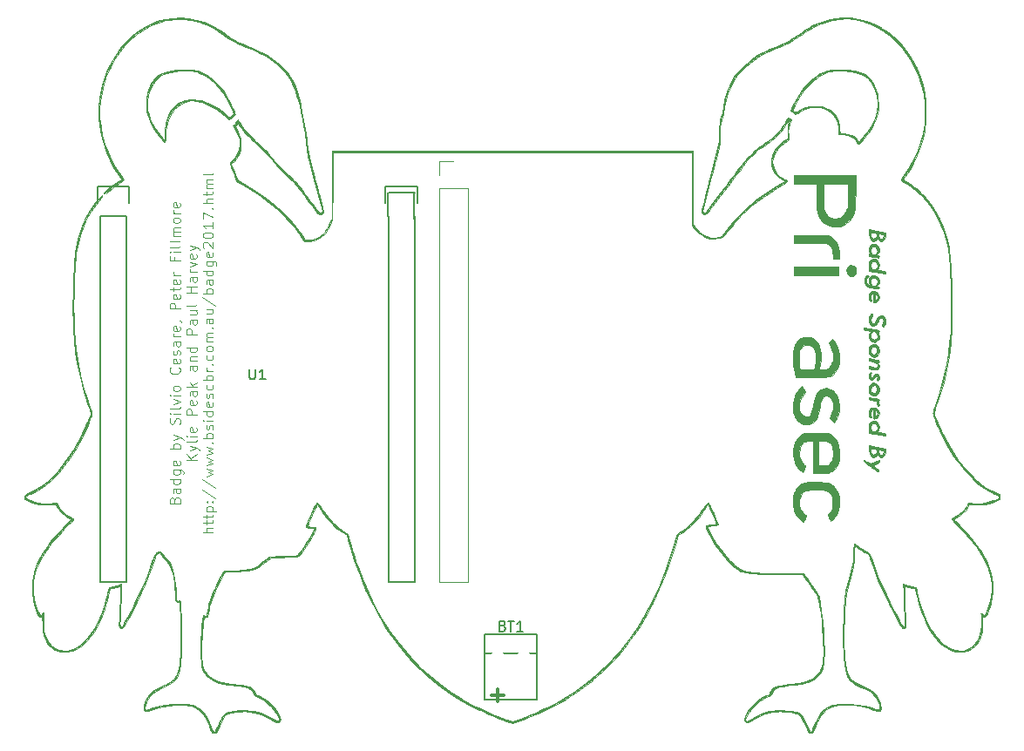
<source format=gto>
G04 #@! TF.FileFunction,Legend,Top*
%FSLAX46Y46*%
G04 Gerber Fmt 4.6, Leading zero omitted, Abs format (unit mm)*
G04 Created by KiCad (PCBNEW 4.0.4+e1-6308~48~ubuntu16.04.1-stable) date Tue Jan 10 15:15:49 2017*
%MOMM*%
%LPD*%
G01*
G04 APERTURE LIST*
%ADD10C,0.100000*%
%ADD11C,0.300000*%
%ADD12C,0.150000*%
%ADD13C,0.120000*%
%ADD14C,0.010000*%
%ADD15O,1.506220X3.014980*%
%ADD16O,2.032000X1.727200*%
%ADD17R,2.032000X1.727200*%
%ADD18R,1.700000X1.700000*%
%ADD19O,1.700000X1.700000*%
G04 APERTURE END LIST*
D10*
X119994571Y-112559906D02*
X120042190Y-112417049D01*
X120089810Y-112369430D01*
X120185048Y-112321811D01*
X120327905Y-112321811D01*
X120423143Y-112369430D01*
X120470762Y-112417049D01*
X120518381Y-112512287D01*
X120518381Y-112893240D01*
X119518381Y-112893240D01*
X119518381Y-112559906D01*
X119566000Y-112464668D01*
X119613619Y-112417049D01*
X119708857Y-112369430D01*
X119804095Y-112369430D01*
X119899333Y-112417049D01*
X119946952Y-112464668D01*
X119994571Y-112559906D01*
X119994571Y-112893240D01*
X120518381Y-111464668D02*
X119994571Y-111464668D01*
X119899333Y-111512287D01*
X119851714Y-111607525D01*
X119851714Y-111798002D01*
X119899333Y-111893240D01*
X120470762Y-111464668D02*
X120518381Y-111559906D01*
X120518381Y-111798002D01*
X120470762Y-111893240D01*
X120375524Y-111940859D01*
X120280286Y-111940859D01*
X120185048Y-111893240D01*
X120137429Y-111798002D01*
X120137429Y-111559906D01*
X120089810Y-111464668D01*
X120518381Y-110559906D02*
X119518381Y-110559906D01*
X120470762Y-110559906D02*
X120518381Y-110655144D01*
X120518381Y-110845621D01*
X120470762Y-110940859D01*
X120423143Y-110988478D01*
X120327905Y-111036097D01*
X120042190Y-111036097D01*
X119946952Y-110988478D01*
X119899333Y-110940859D01*
X119851714Y-110845621D01*
X119851714Y-110655144D01*
X119899333Y-110559906D01*
X119851714Y-109655144D02*
X120661238Y-109655144D01*
X120756476Y-109702763D01*
X120804095Y-109750382D01*
X120851714Y-109845621D01*
X120851714Y-109988478D01*
X120804095Y-110083716D01*
X120470762Y-109655144D02*
X120518381Y-109750382D01*
X120518381Y-109940859D01*
X120470762Y-110036097D01*
X120423143Y-110083716D01*
X120327905Y-110131335D01*
X120042190Y-110131335D01*
X119946952Y-110083716D01*
X119899333Y-110036097D01*
X119851714Y-109940859D01*
X119851714Y-109750382D01*
X119899333Y-109655144D01*
X120470762Y-108798001D02*
X120518381Y-108893239D01*
X120518381Y-109083716D01*
X120470762Y-109178954D01*
X120375524Y-109226573D01*
X119994571Y-109226573D01*
X119899333Y-109178954D01*
X119851714Y-109083716D01*
X119851714Y-108893239D01*
X119899333Y-108798001D01*
X119994571Y-108750382D01*
X120089810Y-108750382D01*
X120185048Y-109226573D01*
X120518381Y-107559906D02*
X119518381Y-107559906D01*
X119899333Y-107559906D02*
X119851714Y-107464668D01*
X119851714Y-107274191D01*
X119899333Y-107178953D01*
X119946952Y-107131334D01*
X120042190Y-107083715D01*
X120327905Y-107083715D01*
X120423143Y-107131334D01*
X120470762Y-107178953D01*
X120518381Y-107274191D01*
X120518381Y-107464668D01*
X120470762Y-107559906D01*
X119851714Y-106750382D02*
X120518381Y-106512287D01*
X119851714Y-106274191D02*
X120518381Y-106512287D01*
X120756476Y-106607525D01*
X120804095Y-106655144D01*
X120851714Y-106750382D01*
X120470762Y-105178953D02*
X120518381Y-105036096D01*
X120518381Y-104798000D01*
X120470762Y-104702762D01*
X120423143Y-104655143D01*
X120327905Y-104607524D01*
X120232667Y-104607524D01*
X120137429Y-104655143D01*
X120089810Y-104702762D01*
X120042190Y-104798000D01*
X119994571Y-104988477D01*
X119946952Y-105083715D01*
X119899333Y-105131334D01*
X119804095Y-105178953D01*
X119708857Y-105178953D01*
X119613619Y-105131334D01*
X119566000Y-105083715D01*
X119518381Y-104988477D01*
X119518381Y-104750381D01*
X119566000Y-104607524D01*
X120518381Y-104178953D02*
X119851714Y-104178953D01*
X119518381Y-104178953D02*
X119566000Y-104226572D01*
X119613619Y-104178953D01*
X119566000Y-104131334D01*
X119518381Y-104178953D01*
X119613619Y-104178953D01*
X120518381Y-103559906D02*
X120470762Y-103655144D01*
X120375524Y-103702763D01*
X119518381Y-103702763D01*
X119851714Y-103274191D02*
X120518381Y-103036096D01*
X119851714Y-102798000D01*
X120518381Y-102417048D02*
X119851714Y-102417048D01*
X119518381Y-102417048D02*
X119566000Y-102464667D01*
X119613619Y-102417048D01*
X119566000Y-102369429D01*
X119518381Y-102417048D01*
X119613619Y-102417048D01*
X120518381Y-101798001D02*
X120470762Y-101893239D01*
X120423143Y-101940858D01*
X120327905Y-101988477D01*
X120042190Y-101988477D01*
X119946952Y-101940858D01*
X119899333Y-101893239D01*
X119851714Y-101798001D01*
X119851714Y-101655143D01*
X119899333Y-101559905D01*
X119946952Y-101512286D01*
X120042190Y-101464667D01*
X120327905Y-101464667D01*
X120423143Y-101512286D01*
X120470762Y-101559905D01*
X120518381Y-101655143D01*
X120518381Y-101798001D01*
X120423143Y-99702762D02*
X120470762Y-99750381D01*
X120518381Y-99893238D01*
X120518381Y-99988476D01*
X120470762Y-100131334D01*
X120375524Y-100226572D01*
X120280286Y-100274191D01*
X120089810Y-100321810D01*
X119946952Y-100321810D01*
X119756476Y-100274191D01*
X119661238Y-100226572D01*
X119566000Y-100131334D01*
X119518381Y-99988476D01*
X119518381Y-99893238D01*
X119566000Y-99750381D01*
X119613619Y-99702762D01*
X120470762Y-98893238D02*
X120518381Y-98988476D01*
X120518381Y-99178953D01*
X120470762Y-99274191D01*
X120375524Y-99321810D01*
X119994571Y-99321810D01*
X119899333Y-99274191D01*
X119851714Y-99178953D01*
X119851714Y-98988476D01*
X119899333Y-98893238D01*
X119994571Y-98845619D01*
X120089810Y-98845619D01*
X120185048Y-99321810D01*
X120470762Y-98464667D02*
X120518381Y-98369429D01*
X120518381Y-98178953D01*
X120470762Y-98083714D01*
X120375524Y-98036095D01*
X120327905Y-98036095D01*
X120232667Y-98083714D01*
X120185048Y-98178953D01*
X120185048Y-98321810D01*
X120137429Y-98417048D01*
X120042190Y-98464667D01*
X119994571Y-98464667D01*
X119899333Y-98417048D01*
X119851714Y-98321810D01*
X119851714Y-98178953D01*
X119899333Y-98083714D01*
X120518381Y-97178952D02*
X119994571Y-97178952D01*
X119899333Y-97226571D01*
X119851714Y-97321809D01*
X119851714Y-97512286D01*
X119899333Y-97607524D01*
X120470762Y-97178952D02*
X120518381Y-97274190D01*
X120518381Y-97512286D01*
X120470762Y-97607524D01*
X120375524Y-97655143D01*
X120280286Y-97655143D01*
X120185048Y-97607524D01*
X120137429Y-97512286D01*
X120137429Y-97274190D01*
X120089810Y-97178952D01*
X120518381Y-96702762D02*
X119851714Y-96702762D01*
X120042190Y-96702762D02*
X119946952Y-96655143D01*
X119899333Y-96607524D01*
X119851714Y-96512286D01*
X119851714Y-96417047D01*
X120470762Y-95702761D02*
X120518381Y-95797999D01*
X120518381Y-95988476D01*
X120470762Y-96083714D01*
X120375524Y-96131333D01*
X119994571Y-96131333D01*
X119899333Y-96083714D01*
X119851714Y-95988476D01*
X119851714Y-95797999D01*
X119899333Y-95702761D01*
X119994571Y-95655142D01*
X120089810Y-95655142D01*
X120185048Y-96131333D01*
X120470762Y-95178952D02*
X120518381Y-95178952D01*
X120613619Y-95226571D01*
X120661238Y-95274190D01*
X120518381Y-93988476D02*
X119518381Y-93988476D01*
X119518381Y-93607523D01*
X119566000Y-93512285D01*
X119613619Y-93464666D01*
X119708857Y-93417047D01*
X119851714Y-93417047D01*
X119946952Y-93464666D01*
X119994571Y-93512285D01*
X120042190Y-93607523D01*
X120042190Y-93988476D01*
X120470762Y-92607523D02*
X120518381Y-92702761D01*
X120518381Y-92893238D01*
X120470762Y-92988476D01*
X120375524Y-93036095D01*
X119994571Y-93036095D01*
X119899333Y-92988476D01*
X119851714Y-92893238D01*
X119851714Y-92702761D01*
X119899333Y-92607523D01*
X119994571Y-92559904D01*
X120089810Y-92559904D01*
X120185048Y-93036095D01*
X119851714Y-92274190D02*
X119851714Y-91893238D01*
X119518381Y-92131333D02*
X120375524Y-92131333D01*
X120470762Y-92083714D01*
X120518381Y-91988476D01*
X120518381Y-91893238D01*
X120470762Y-91178951D02*
X120518381Y-91274189D01*
X120518381Y-91464666D01*
X120470762Y-91559904D01*
X120375524Y-91607523D01*
X119994571Y-91607523D01*
X119899333Y-91559904D01*
X119851714Y-91464666D01*
X119851714Y-91274189D01*
X119899333Y-91178951D01*
X119994571Y-91131332D01*
X120089810Y-91131332D01*
X120185048Y-91607523D01*
X120518381Y-90702761D02*
X119851714Y-90702761D01*
X120042190Y-90702761D02*
X119946952Y-90655142D01*
X119899333Y-90607523D01*
X119851714Y-90512285D01*
X119851714Y-90417046D01*
X119994571Y-88988474D02*
X119994571Y-89321808D01*
X120518381Y-89321808D02*
X119518381Y-89321808D01*
X119518381Y-88845617D01*
X120518381Y-88464665D02*
X119851714Y-88464665D01*
X119518381Y-88464665D02*
X119566000Y-88512284D01*
X119613619Y-88464665D01*
X119566000Y-88417046D01*
X119518381Y-88464665D01*
X119613619Y-88464665D01*
X120518381Y-87845618D02*
X120470762Y-87940856D01*
X120375524Y-87988475D01*
X119518381Y-87988475D01*
X120518381Y-87321808D02*
X120470762Y-87417046D01*
X120375524Y-87464665D01*
X119518381Y-87464665D01*
X120518381Y-86940855D02*
X119851714Y-86940855D01*
X119946952Y-86940855D02*
X119899333Y-86893236D01*
X119851714Y-86797998D01*
X119851714Y-86655140D01*
X119899333Y-86559902D01*
X119994571Y-86512283D01*
X120518381Y-86512283D01*
X119994571Y-86512283D02*
X119899333Y-86464664D01*
X119851714Y-86369426D01*
X119851714Y-86226569D01*
X119899333Y-86131331D01*
X119994571Y-86083712D01*
X120518381Y-86083712D01*
X120518381Y-85464665D02*
X120470762Y-85559903D01*
X120423143Y-85607522D01*
X120327905Y-85655141D01*
X120042190Y-85655141D01*
X119946952Y-85607522D01*
X119899333Y-85559903D01*
X119851714Y-85464665D01*
X119851714Y-85321807D01*
X119899333Y-85226569D01*
X119946952Y-85178950D01*
X120042190Y-85131331D01*
X120327905Y-85131331D01*
X120423143Y-85178950D01*
X120470762Y-85226569D01*
X120518381Y-85321807D01*
X120518381Y-85464665D01*
X120518381Y-84702760D02*
X119851714Y-84702760D01*
X120042190Y-84702760D02*
X119946952Y-84655141D01*
X119899333Y-84607522D01*
X119851714Y-84512284D01*
X119851714Y-84417045D01*
X120470762Y-83702759D02*
X120518381Y-83797997D01*
X120518381Y-83988474D01*
X120470762Y-84083712D01*
X120375524Y-84131331D01*
X119994571Y-84131331D01*
X119899333Y-84083712D01*
X119851714Y-83988474D01*
X119851714Y-83797997D01*
X119899333Y-83702759D01*
X119994571Y-83655140D01*
X120089810Y-83655140D01*
X120185048Y-84131331D01*
X122118381Y-108678954D02*
X121118381Y-108678954D01*
X122118381Y-108107525D02*
X121546952Y-108536097D01*
X121118381Y-108107525D02*
X121689810Y-108678954D01*
X121451714Y-107774192D02*
X122118381Y-107536097D01*
X121451714Y-107298001D02*
X122118381Y-107536097D01*
X122356476Y-107631335D01*
X122404095Y-107678954D01*
X122451714Y-107774192D01*
X122118381Y-106774192D02*
X122070762Y-106869430D01*
X121975524Y-106917049D01*
X121118381Y-106917049D01*
X122118381Y-106393239D02*
X121451714Y-106393239D01*
X121118381Y-106393239D02*
X121166000Y-106440858D01*
X121213619Y-106393239D01*
X121166000Y-106345620D01*
X121118381Y-106393239D01*
X121213619Y-106393239D01*
X122070762Y-105536096D02*
X122118381Y-105631334D01*
X122118381Y-105821811D01*
X122070762Y-105917049D01*
X121975524Y-105964668D01*
X121594571Y-105964668D01*
X121499333Y-105917049D01*
X121451714Y-105821811D01*
X121451714Y-105631334D01*
X121499333Y-105536096D01*
X121594571Y-105488477D01*
X121689810Y-105488477D01*
X121785048Y-105964668D01*
X122118381Y-104298001D02*
X121118381Y-104298001D01*
X121118381Y-103917048D01*
X121166000Y-103821810D01*
X121213619Y-103774191D01*
X121308857Y-103726572D01*
X121451714Y-103726572D01*
X121546952Y-103774191D01*
X121594571Y-103821810D01*
X121642190Y-103917048D01*
X121642190Y-104298001D01*
X122070762Y-102917048D02*
X122118381Y-103012286D01*
X122118381Y-103202763D01*
X122070762Y-103298001D01*
X121975524Y-103345620D01*
X121594571Y-103345620D01*
X121499333Y-103298001D01*
X121451714Y-103202763D01*
X121451714Y-103012286D01*
X121499333Y-102917048D01*
X121594571Y-102869429D01*
X121689810Y-102869429D01*
X121785048Y-103345620D01*
X122118381Y-102012286D02*
X121594571Y-102012286D01*
X121499333Y-102059905D01*
X121451714Y-102155143D01*
X121451714Y-102345620D01*
X121499333Y-102440858D01*
X122070762Y-102012286D02*
X122118381Y-102107524D01*
X122118381Y-102345620D01*
X122070762Y-102440858D01*
X121975524Y-102488477D01*
X121880286Y-102488477D01*
X121785048Y-102440858D01*
X121737429Y-102345620D01*
X121737429Y-102107524D01*
X121689810Y-102012286D01*
X122118381Y-101536096D02*
X121118381Y-101536096D01*
X121737429Y-101440858D02*
X122118381Y-101155143D01*
X121451714Y-101155143D02*
X121832667Y-101536096D01*
X122118381Y-99536095D02*
X121594571Y-99536095D01*
X121499333Y-99583714D01*
X121451714Y-99678952D01*
X121451714Y-99869429D01*
X121499333Y-99964667D01*
X122070762Y-99536095D02*
X122118381Y-99631333D01*
X122118381Y-99869429D01*
X122070762Y-99964667D01*
X121975524Y-100012286D01*
X121880286Y-100012286D01*
X121785048Y-99964667D01*
X121737429Y-99869429D01*
X121737429Y-99631333D01*
X121689810Y-99536095D01*
X121451714Y-99059905D02*
X122118381Y-99059905D01*
X121546952Y-99059905D02*
X121499333Y-99012286D01*
X121451714Y-98917048D01*
X121451714Y-98774190D01*
X121499333Y-98678952D01*
X121594571Y-98631333D01*
X122118381Y-98631333D01*
X122118381Y-97726571D02*
X121118381Y-97726571D01*
X122070762Y-97726571D02*
X122118381Y-97821809D01*
X122118381Y-98012286D01*
X122070762Y-98107524D01*
X122023143Y-98155143D01*
X121927905Y-98202762D01*
X121642190Y-98202762D01*
X121546952Y-98155143D01*
X121499333Y-98107524D01*
X121451714Y-98012286D01*
X121451714Y-97821809D01*
X121499333Y-97726571D01*
X122118381Y-96488476D02*
X121118381Y-96488476D01*
X121118381Y-96107523D01*
X121166000Y-96012285D01*
X121213619Y-95964666D01*
X121308857Y-95917047D01*
X121451714Y-95917047D01*
X121546952Y-95964666D01*
X121594571Y-96012285D01*
X121642190Y-96107523D01*
X121642190Y-96488476D01*
X122118381Y-95059904D02*
X121594571Y-95059904D01*
X121499333Y-95107523D01*
X121451714Y-95202761D01*
X121451714Y-95393238D01*
X121499333Y-95488476D01*
X122070762Y-95059904D02*
X122118381Y-95155142D01*
X122118381Y-95393238D01*
X122070762Y-95488476D01*
X121975524Y-95536095D01*
X121880286Y-95536095D01*
X121785048Y-95488476D01*
X121737429Y-95393238D01*
X121737429Y-95155142D01*
X121689810Y-95059904D01*
X121451714Y-94155142D02*
X122118381Y-94155142D01*
X121451714Y-94583714D02*
X121975524Y-94583714D01*
X122070762Y-94536095D01*
X122118381Y-94440857D01*
X122118381Y-94297999D01*
X122070762Y-94202761D01*
X122023143Y-94155142D01*
X122118381Y-93536095D02*
X122070762Y-93631333D01*
X121975524Y-93678952D01*
X121118381Y-93678952D01*
X122118381Y-92393237D02*
X121118381Y-92393237D01*
X121594571Y-92393237D02*
X121594571Y-91821808D01*
X122118381Y-91821808D02*
X121118381Y-91821808D01*
X122118381Y-90917046D02*
X121594571Y-90917046D01*
X121499333Y-90964665D01*
X121451714Y-91059903D01*
X121451714Y-91250380D01*
X121499333Y-91345618D01*
X122070762Y-90917046D02*
X122118381Y-91012284D01*
X122118381Y-91250380D01*
X122070762Y-91345618D01*
X121975524Y-91393237D01*
X121880286Y-91393237D01*
X121785048Y-91345618D01*
X121737429Y-91250380D01*
X121737429Y-91012284D01*
X121689810Y-90917046D01*
X122118381Y-90440856D02*
X121451714Y-90440856D01*
X121642190Y-90440856D02*
X121546952Y-90393237D01*
X121499333Y-90345618D01*
X121451714Y-90250380D01*
X121451714Y-90155141D01*
X121451714Y-89917046D02*
X122118381Y-89678951D01*
X121451714Y-89440855D01*
X122070762Y-88678950D02*
X122118381Y-88774188D01*
X122118381Y-88964665D01*
X122070762Y-89059903D01*
X121975524Y-89107522D01*
X121594571Y-89107522D01*
X121499333Y-89059903D01*
X121451714Y-88964665D01*
X121451714Y-88774188D01*
X121499333Y-88678950D01*
X121594571Y-88631331D01*
X121689810Y-88631331D01*
X121785048Y-89107522D01*
X121451714Y-88297998D02*
X122118381Y-88059903D01*
X121451714Y-87821807D02*
X122118381Y-88059903D01*
X122356476Y-88155141D01*
X122404095Y-88202760D01*
X122451714Y-88297998D01*
X123718381Y-115702762D02*
X122718381Y-115702762D01*
X123718381Y-115274190D02*
X123194571Y-115274190D01*
X123099333Y-115321809D01*
X123051714Y-115417047D01*
X123051714Y-115559905D01*
X123099333Y-115655143D01*
X123146952Y-115702762D01*
X123051714Y-114940857D02*
X123051714Y-114559905D01*
X122718381Y-114798000D02*
X123575524Y-114798000D01*
X123670762Y-114750381D01*
X123718381Y-114655143D01*
X123718381Y-114559905D01*
X123051714Y-114369428D02*
X123051714Y-113988476D01*
X122718381Y-114226571D02*
X123575524Y-114226571D01*
X123670762Y-114178952D01*
X123718381Y-114083714D01*
X123718381Y-113988476D01*
X123051714Y-113655142D02*
X124051714Y-113655142D01*
X123099333Y-113655142D02*
X123051714Y-113559904D01*
X123051714Y-113369427D01*
X123099333Y-113274189D01*
X123146952Y-113226570D01*
X123242190Y-113178951D01*
X123527905Y-113178951D01*
X123623143Y-113226570D01*
X123670762Y-113274189D01*
X123718381Y-113369427D01*
X123718381Y-113559904D01*
X123670762Y-113655142D01*
X123623143Y-112750380D02*
X123670762Y-112702761D01*
X123718381Y-112750380D01*
X123670762Y-112797999D01*
X123623143Y-112750380D01*
X123718381Y-112750380D01*
X123099333Y-112750380D02*
X123146952Y-112702761D01*
X123194571Y-112750380D01*
X123146952Y-112797999D01*
X123099333Y-112750380D01*
X123194571Y-112750380D01*
X122670762Y-111559904D02*
X123956476Y-112417047D01*
X122670762Y-110512285D02*
X123956476Y-111369428D01*
X123051714Y-110274190D02*
X123718381Y-110083714D01*
X123242190Y-109893237D01*
X123718381Y-109702761D01*
X123051714Y-109512285D01*
X123051714Y-109226571D02*
X123718381Y-109036095D01*
X123242190Y-108845618D01*
X123718381Y-108655142D01*
X123051714Y-108464666D01*
X123051714Y-108178952D02*
X123718381Y-107988476D01*
X123242190Y-107797999D01*
X123718381Y-107607523D01*
X123051714Y-107417047D01*
X123623143Y-107036095D02*
X123670762Y-106988476D01*
X123718381Y-107036095D01*
X123670762Y-107083714D01*
X123623143Y-107036095D01*
X123718381Y-107036095D01*
X123718381Y-106559905D02*
X122718381Y-106559905D01*
X123099333Y-106559905D02*
X123051714Y-106464667D01*
X123051714Y-106274190D01*
X123099333Y-106178952D01*
X123146952Y-106131333D01*
X123242190Y-106083714D01*
X123527905Y-106083714D01*
X123623143Y-106131333D01*
X123670762Y-106178952D01*
X123718381Y-106274190D01*
X123718381Y-106464667D01*
X123670762Y-106559905D01*
X123670762Y-105702762D02*
X123718381Y-105607524D01*
X123718381Y-105417048D01*
X123670762Y-105321809D01*
X123575524Y-105274190D01*
X123527905Y-105274190D01*
X123432667Y-105321809D01*
X123385048Y-105417048D01*
X123385048Y-105559905D01*
X123337429Y-105655143D01*
X123242190Y-105702762D01*
X123194571Y-105702762D01*
X123099333Y-105655143D01*
X123051714Y-105559905D01*
X123051714Y-105417048D01*
X123099333Y-105321809D01*
X123718381Y-104845619D02*
X123051714Y-104845619D01*
X122718381Y-104845619D02*
X122766000Y-104893238D01*
X122813619Y-104845619D01*
X122766000Y-104798000D01*
X122718381Y-104845619D01*
X122813619Y-104845619D01*
X123718381Y-103940857D02*
X122718381Y-103940857D01*
X123670762Y-103940857D02*
X123718381Y-104036095D01*
X123718381Y-104226572D01*
X123670762Y-104321810D01*
X123623143Y-104369429D01*
X123527905Y-104417048D01*
X123242190Y-104417048D01*
X123146952Y-104369429D01*
X123099333Y-104321810D01*
X123051714Y-104226572D01*
X123051714Y-104036095D01*
X123099333Y-103940857D01*
X123670762Y-103083714D02*
X123718381Y-103178952D01*
X123718381Y-103369429D01*
X123670762Y-103464667D01*
X123575524Y-103512286D01*
X123194571Y-103512286D01*
X123099333Y-103464667D01*
X123051714Y-103369429D01*
X123051714Y-103178952D01*
X123099333Y-103083714D01*
X123194571Y-103036095D01*
X123289810Y-103036095D01*
X123385048Y-103512286D01*
X123670762Y-102655143D02*
X123718381Y-102559905D01*
X123718381Y-102369429D01*
X123670762Y-102274190D01*
X123575524Y-102226571D01*
X123527905Y-102226571D01*
X123432667Y-102274190D01*
X123385048Y-102369429D01*
X123385048Y-102512286D01*
X123337429Y-102607524D01*
X123242190Y-102655143D01*
X123194571Y-102655143D01*
X123099333Y-102607524D01*
X123051714Y-102512286D01*
X123051714Y-102369429D01*
X123099333Y-102274190D01*
X123670762Y-101369428D02*
X123718381Y-101464666D01*
X123718381Y-101655143D01*
X123670762Y-101750381D01*
X123623143Y-101798000D01*
X123527905Y-101845619D01*
X123242190Y-101845619D01*
X123146952Y-101798000D01*
X123099333Y-101750381D01*
X123051714Y-101655143D01*
X123051714Y-101464666D01*
X123099333Y-101369428D01*
X123718381Y-100940857D02*
X122718381Y-100940857D01*
X123099333Y-100940857D02*
X123051714Y-100845619D01*
X123051714Y-100655142D01*
X123099333Y-100559904D01*
X123146952Y-100512285D01*
X123242190Y-100464666D01*
X123527905Y-100464666D01*
X123623143Y-100512285D01*
X123670762Y-100559904D01*
X123718381Y-100655142D01*
X123718381Y-100845619D01*
X123670762Y-100940857D01*
X123718381Y-100036095D02*
X123051714Y-100036095D01*
X123242190Y-100036095D02*
X123146952Y-99988476D01*
X123099333Y-99940857D01*
X123051714Y-99845619D01*
X123051714Y-99750380D01*
X123623143Y-99417047D02*
X123670762Y-99369428D01*
X123718381Y-99417047D01*
X123670762Y-99464666D01*
X123623143Y-99417047D01*
X123718381Y-99417047D01*
X123670762Y-98512285D02*
X123718381Y-98607523D01*
X123718381Y-98798000D01*
X123670762Y-98893238D01*
X123623143Y-98940857D01*
X123527905Y-98988476D01*
X123242190Y-98988476D01*
X123146952Y-98940857D01*
X123099333Y-98893238D01*
X123051714Y-98798000D01*
X123051714Y-98607523D01*
X123099333Y-98512285D01*
X123718381Y-97940857D02*
X123670762Y-98036095D01*
X123623143Y-98083714D01*
X123527905Y-98131333D01*
X123242190Y-98131333D01*
X123146952Y-98083714D01*
X123099333Y-98036095D01*
X123051714Y-97940857D01*
X123051714Y-97797999D01*
X123099333Y-97702761D01*
X123146952Y-97655142D01*
X123242190Y-97607523D01*
X123527905Y-97607523D01*
X123623143Y-97655142D01*
X123670762Y-97702761D01*
X123718381Y-97797999D01*
X123718381Y-97940857D01*
X123718381Y-97178952D02*
X123051714Y-97178952D01*
X123146952Y-97178952D02*
X123099333Y-97131333D01*
X123051714Y-97036095D01*
X123051714Y-96893237D01*
X123099333Y-96797999D01*
X123194571Y-96750380D01*
X123718381Y-96750380D01*
X123194571Y-96750380D02*
X123099333Y-96702761D01*
X123051714Y-96607523D01*
X123051714Y-96464666D01*
X123099333Y-96369428D01*
X123194571Y-96321809D01*
X123718381Y-96321809D01*
X123623143Y-95845619D02*
X123670762Y-95798000D01*
X123718381Y-95845619D01*
X123670762Y-95893238D01*
X123623143Y-95845619D01*
X123718381Y-95845619D01*
X123718381Y-94940857D02*
X123194571Y-94940857D01*
X123099333Y-94988476D01*
X123051714Y-95083714D01*
X123051714Y-95274191D01*
X123099333Y-95369429D01*
X123670762Y-94940857D02*
X123718381Y-95036095D01*
X123718381Y-95274191D01*
X123670762Y-95369429D01*
X123575524Y-95417048D01*
X123480286Y-95417048D01*
X123385048Y-95369429D01*
X123337429Y-95274191D01*
X123337429Y-95036095D01*
X123289810Y-94940857D01*
X123051714Y-94036095D02*
X123718381Y-94036095D01*
X123051714Y-94464667D02*
X123575524Y-94464667D01*
X123670762Y-94417048D01*
X123718381Y-94321810D01*
X123718381Y-94178952D01*
X123670762Y-94083714D01*
X123623143Y-94036095D01*
X122670762Y-92845619D02*
X123956476Y-93702762D01*
X123718381Y-92512286D02*
X122718381Y-92512286D01*
X123099333Y-92512286D02*
X123051714Y-92417048D01*
X123051714Y-92226571D01*
X123099333Y-92131333D01*
X123146952Y-92083714D01*
X123242190Y-92036095D01*
X123527905Y-92036095D01*
X123623143Y-92083714D01*
X123670762Y-92131333D01*
X123718381Y-92226571D01*
X123718381Y-92417048D01*
X123670762Y-92512286D01*
X123718381Y-91178952D02*
X123194571Y-91178952D01*
X123099333Y-91226571D01*
X123051714Y-91321809D01*
X123051714Y-91512286D01*
X123099333Y-91607524D01*
X123670762Y-91178952D02*
X123718381Y-91274190D01*
X123718381Y-91512286D01*
X123670762Y-91607524D01*
X123575524Y-91655143D01*
X123480286Y-91655143D01*
X123385048Y-91607524D01*
X123337429Y-91512286D01*
X123337429Y-91274190D01*
X123289810Y-91178952D01*
X123718381Y-90274190D02*
X122718381Y-90274190D01*
X123670762Y-90274190D02*
X123718381Y-90369428D01*
X123718381Y-90559905D01*
X123670762Y-90655143D01*
X123623143Y-90702762D01*
X123527905Y-90750381D01*
X123242190Y-90750381D01*
X123146952Y-90702762D01*
X123099333Y-90655143D01*
X123051714Y-90559905D01*
X123051714Y-90369428D01*
X123099333Y-90274190D01*
X123051714Y-89369428D02*
X123861238Y-89369428D01*
X123956476Y-89417047D01*
X124004095Y-89464666D01*
X124051714Y-89559905D01*
X124051714Y-89702762D01*
X124004095Y-89798000D01*
X123670762Y-89369428D02*
X123718381Y-89464666D01*
X123718381Y-89655143D01*
X123670762Y-89750381D01*
X123623143Y-89798000D01*
X123527905Y-89845619D01*
X123242190Y-89845619D01*
X123146952Y-89798000D01*
X123099333Y-89750381D01*
X123051714Y-89655143D01*
X123051714Y-89464666D01*
X123099333Y-89369428D01*
X123670762Y-88512285D02*
X123718381Y-88607523D01*
X123718381Y-88798000D01*
X123670762Y-88893238D01*
X123575524Y-88940857D01*
X123194571Y-88940857D01*
X123099333Y-88893238D01*
X123051714Y-88798000D01*
X123051714Y-88607523D01*
X123099333Y-88512285D01*
X123194571Y-88464666D01*
X123289810Y-88464666D01*
X123385048Y-88940857D01*
X122813619Y-88083714D02*
X122766000Y-88036095D01*
X122718381Y-87940857D01*
X122718381Y-87702761D01*
X122766000Y-87607523D01*
X122813619Y-87559904D01*
X122908857Y-87512285D01*
X123004095Y-87512285D01*
X123146952Y-87559904D01*
X123718381Y-88131333D01*
X123718381Y-87512285D01*
X122718381Y-86893238D02*
X122718381Y-86797999D01*
X122766000Y-86702761D01*
X122813619Y-86655142D01*
X122908857Y-86607523D01*
X123099333Y-86559904D01*
X123337429Y-86559904D01*
X123527905Y-86607523D01*
X123623143Y-86655142D01*
X123670762Y-86702761D01*
X123718381Y-86797999D01*
X123718381Y-86893238D01*
X123670762Y-86988476D01*
X123623143Y-87036095D01*
X123527905Y-87083714D01*
X123337429Y-87131333D01*
X123099333Y-87131333D01*
X122908857Y-87083714D01*
X122813619Y-87036095D01*
X122766000Y-86988476D01*
X122718381Y-86893238D01*
X123718381Y-85607523D02*
X123718381Y-86178952D01*
X123718381Y-85893238D02*
X122718381Y-85893238D01*
X122861238Y-85988476D01*
X122956476Y-86083714D01*
X123004095Y-86178952D01*
X122718381Y-85274190D02*
X122718381Y-84607523D01*
X123718381Y-85036095D01*
X123623143Y-84226571D02*
X123670762Y-84178952D01*
X123718381Y-84226571D01*
X123670762Y-84274190D01*
X123623143Y-84226571D01*
X123718381Y-84226571D01*
X123718381Y-83750381D02*
X122718381Y-83750381D01*
X123718381Y-83321809D02*
X123194571Y-83321809D01*
X123099333Y-83369428D01*
X123051714Y-83464666D01*
X123051714Y-83607524D01*
X123099333Y-83702762D01*
X123146952Y-83750381D01*
X123051714Y-82988476D02*
X123051714Y-82607524D01*
X122718381Y-82845619D02*
X123575524Y-82845619D01*
X123670762Y-82798000D01*
X123718381Y-82702762D01*
X123718381Y-82607524D01*
X123718381Y-82274190D02*
X123051714Y-82274190D01*
X123146952Y-82274190D02*
X123099333Y-82226571D01*
X123051714Y-82131333D01*
X123051714Y-81988475D01*
X123099333Y-81893237D01*
X123194571Y-81845618D01*
X123718381Y-81845618D01*
X123194571Y-81845618D02*
X123099333Y-81797999D01*
X123051714Y-81702761D01*
X123051714Y-81559904D01*
X123099333Y-81464666D01*
X123194571Y-81417047D01*
X123718381Y-81417047D01*
X123718381Y-80798000D02*
X123670762Y-80893238D01*
X123575524Y-80940857D01*
X122718381Y-80940857D01*
D11*
X151955428Y-131552143D02*
X150812571Y-131552143D01*
X151384000Y-132123571D02*
X151384000Y-130980714D01*
D12*
X155194000Y-127508000D02*
X150114000Y-127508000D01*
X155194000Y-131953000D02*
X150114000Y-131953000D01*
X150114000Y-125603000D02*
X155194000Y-125603000D01*
X150114000Y-125603000D02*
X150114000Y-131953000D01*
X155194000Y-125603000D02*
X155194000Y-131953000D01*
X140716000Y-82677000D02*
X140716000Y-84963000D01*
X143256000Y-82677000D02*
X143256000Y-85217000D01*
X140466000Y-82143000D02*
X143566000Y-82143000D01*
X140466000Y-83693000D02*
X140466000Y-82143000D01*
X143286000Y-82677000D02*
X140746000Y-82677000D01*
X143566000Y-82143000D02*
X143566000Y-83693000D01*
X143286000Y-120523000D02*
X143286000Y-84963000D01*
X140746000Y-120523000D02*
X143286000Y-120523000D01*
X140746000Y-84963000D02*
X140746000Y-120523000D01*
X112746000Y-84963000D02*
X112746000Y-120523000D01*
X112746000Y-120523000D02*
X115286000Y-120523000D01*
X115286000Y-120523000D02*
X115286000Y-84963000D01*
X115566000Y-82143000D02*
X115566000Y-83693000D01*
X115286000Y-84963000D02*
X112746000Y-84963000D01*
X112466000Y-83693000D02*
X112466000Y-82143000D01*
X112466000Y-82143000D02*
X115566000Y-82143000D01*
D13*
X145676000Y-82296000D02*
X145676000Y-120516000D01*
X145676000Y-120516000D02*
X148456000Y-120516000D01*
X148456000Y-120516000D02*
X148456000Y-82296000D01*
X148456000Y-82296000D02*
X145676000Y-82296000D01*
X145676000Y-81026000D02*
X145676000Y-79636000D01*
X145676000Y-79636000D02*
X147066000Y-79636000D01*
D14*
G36*
X121340634Y-65747925D02*
X122100576Y-65895920D01*
X122850290Y-66132899D01*
X123586168Y-66458281D01*
X124304602Y-66871490D01*
X124601085Y-67071660D01*
X125002158Y-67350839D01*
X125354130Y-67586191D01*
X125670798Y-67785467D01*
X125965959Y-67956416D01*
X126253409Y-68106789D01*
X126546946Y-68244337D01*
X126860366Y-68376809D01*
X127075460Y-68461619D01*
X127587866Y-68665539D01*
X128038865Y-68860277D01*
X128441573Y-69053677D01*
X128809107Y-69253581D01*
X129154581Y-69467835D01*
X129491111Y-69704281D01*
X129831813Y-69970763D01*
X130189803Y-70275126D01*
X130358055Y-70424758D01*
X130675946Y-70727511D01*
X130939273Y-71020403D01*
X131162291Y-71324609D01*
X131359255Y-71661303D01*
X131544421Y-72051659D01*
X131686052Y-72397311D01*
X131867235Y-72906623D01*
X132039618Y-73483910D01*
X132204015Y-74133017D01*
X132361241Y-74857787D01*
X132512110Y-75662066D01*
X132657437Y-76549698D01*
X132798036Y-77524528D01*
X132841571Y-77851000D01*
X132866577Y-78039516D01*
X132890478Y-78210562D01*
X132915204Y-78372633D01*
X132942681Y-78534223D01*
X132974837Y-78703827D01*
X133013599Y-78889937D01*
X133060895Y-79101050D01*
X133118653Y-79345659D01*
X133188798Y-79632258D01*
X133273260Y-79969342D01*
X133373966Y-80365404D01*
X133492843Y-80828941D01*
X133631818Y-81368444D01*
X133697429Y-81622775D01*
X133824815Y-82117920D01*
X133945201Y-82588695D01*
X134056675Y-83027438D01*
X134157324Y-83426484D01*
X134245235Y-83778170D01*
X134318496Y-84074833D01*
X134375194Y-84308809D01*
X134413417Y-84472434D01*
X134431253Y-84558045D01*
X134432343Y-84567545D01*
X134398674Y-84661618D01*
X134313117Y-84750922D01*
X134198849Y-84817667D01*
X134079046Y-84844065D01*
X134072194Y-84843978D01*
X134039715Y-84836687D01*
X133999407Y-84812639D01*
X133946485Y-84766009D01*
X133876166Y-84690971D01*
X133783668Y-84581700D01*
X133664206Y-84432370D01*
X133512997Y-84237157D01*
X133325258Y-83990233D01*
X133096205Y-83685774D01*
X132840104Y-83343460D01*
X132542789Y-82946980D01*
X132290330Y-82614028D01*
X132077788Y-82338478D01*
X131900226Y-82114203D01*
X131752706Y-81935076D01*
X131630289Y-81794973D01*
X131528037Y-81687765D01*
X131441013Y-81607328D01*
X131440093Y-81606545D01*
X131254750Y-81446090D01*
X131075696Y-81284535D01*
X130895934Y-81114568D01*
X130708470Y-80928880D01*
X130506308Y-80720161D01*
X130282453Y-80481099D01*
X130029909Y-80204384D01*
X129741681Y-79882706D01*
X129410774Y-79508755D01*
X129164023Y-79227965D01*
X128958240Y-79000799D01*
X128712161Y-78741001D01*
X128446883Y-78470138D01*
X128183507Y-78209775D01*
X127958156Y-77995396D01*
X127739248Y-77790061D01*
X127519734Y-77580343D01*
X127314254Y-77380505D01*
X127137449Y-77204811D01*
X127003959Y-77067526D01*
X126984944Y-77047223D01*
X126857304Y-76903440D01*
X126717816Y-76735979D01*
X126576949Y-76558708D01*
X126445169Y-76385491D01*
X126332944Y-76230195D01*
X126250742Y-76106687D01*
X126209031Y-76028833D01*
X126205932Y-76015273D01*
X126181662Y-75978832D01*
X126120407Y-75999953D01*
X126038579Y-76070620D01*
X125999856Y-76115891D01*
X125893482Y-76251146D01*
X125973022Y-76387221D01*
X126065998Y-76571976D01*
X126164135Y-76808362D01*
X126255015Y-77062265D01*
X126326221Y-77299571D01*
X126359958Y-77450271D01*
X126378696Y-77619647D01*
X126389366Y-77839958D01*
X126390220Y-78070096D01*
X126388656Y-78125435D01*
X126353758Y-78485289D01*
X126272327Y-78807848D01*
X126137827Y-79107066D01*
X125943720Y-79396899D01*
X125683470Y-79691302D01*
X125630065Y-79744900D01*
X125490324Y-79883000D01*
X125781706Y-80666365D01*
X125895295Y-80966101D01*
X125985325Y-81189695D01*
X126056244Y-81346834D01*
X126112505Y-81447207D01*
X126158557Y-81500500D01*
X126167865Y-81506932D01*
X126227446Y-81542537D01*
X126344683Y-81612298D01*
X126509049Y-81709961D01*
X126710019Y-81829275D01*
X126937068Y-81963989D01*
X127115626Y-82069881D01*
X128071309Y-82670090D01*
X128955777Y-83295694D01*
X129771156Y-83948672D01*
X130519575Y-84631004D01*
X131203163Y-85344669D01*
X131824046Y-86091645D01*
X132384353Y-86873912D01*
X132540847Y-87115606D01*
X132592246Y-87191685D01*
X132641787Y-87238925D01*
X132709280Y-87265442D01*
X132814534Y-87279351D01*
X132961627Y-87287980D01*
X133350840Y-87269284D01*
X133709767Y-87170376D01*
X134044870Y-86988042D01*
X134362615Y-86719065D01*
X134569561Y-86488104D01*
X134730515Y-86281401D01*
X134852354Y-86097774D01*
X134955394Y-85902944D01*
X135059955Y-85662636D01*
X135062397Y-85656649D01*
X135247417Y-85202667D01*
X135257638Y-81930925D01*
X135267858Y-78659182D01*
X170333537Y-78659182D01*
X170333537Y-82208024D01*
X170333579Y-82864404D01*
X170333792Y-83434646D01*
X170334303Y-83924974D01*
X170335241Y-84341615D01*
X170336734Y-84690793D01*
X170338912Y-84978733D01*
X170341902Y-85211662D01*
X170345832Y-85395803D01*
X170350832Y-85537382D01*
X170357030Y-85642625D01*
X170364554Y-85717757D01*
X170373532Y-85769003D01*
X170384094Y-85802588D01*
X170396367Y-85824737D01*
X170408464Y-85839469D01*
X170458389Y-85911005D01*
X170466973Y-85954431D01*
X170483608Y-86002145D01*
X170546835Y-86092067D01*
X170643852Y-86208995D01*
X170761856Y-86337726D01*
X170888044Y-86463060D01*
X170921149Y-86493701D01*
X171287130Y-86776602D01*
X171663075Y-86967982D01*
X172050015Y-87068038D01*
X172448984Y-87076970D01*
X172861016Y-86994977D01*
X173092245Y-86911747D01*
X173192208Y-86838933D01*
X173322493Y-86694203D01*
X173457546Y-86512040D01*
X173570748Y-86356311D01*
X173722819Y-86157885D01*
X173897484Y-85937458D01*
X174078468Y-85715722D01*
X174167644Y-85609173D01*
X174717429Y-84994287D01*
X175301965Y-84411266D01*
X175929079Y-83853621D01*
X176606597Y-83314866D01*
X177342344Y-82788511D01*
X178144148Y-82268070D01*
X178351597Y-82140699D01*
X178587740Y-81996141D01*
X178800388Y-81863911D01*
X178980412Y-81749853D01*
X179118680Y-81659812D01*
X179206063Y-81599633D01*
X179233606Y-81576058D01*
X179207147Y-81542301D01*
X179128422Y-81493584D01*
X179060947Y-81461174D01*
X178861434Y-81351022D01*
X178650945Y-81197350D01*
X178455571Y-81021790D01*
X178301407Y-80845971D01*
X178276728Y-80811068D01*
X178135336Y-80573081D01*
X178043228Y-80341154D01*
X177992153Y-80085574D01*
X177973858Y-79776625D01*
X177973418Y-79718969D01*
X177974883Y-79506158D01*
X177984307Y-79352509D01*
X178007633Y-79224850D01*
X178050808Y-79090010D01*
X178115787Y-78924649D01*
X178298772Y-78562482D01*
X178545217Y-78224869D01*
X178858788Y-77907664D01*
X179243152Y-77606717D01*
X179337268Y-77542484D01*
X179526820Y-77416096D01*
X179527769Y-76825366D01*
X179530342Y-76558433D01*
X179538654Y-76359660D01*
X179555077Y-76204937D01*
X179581987Y-76070150D01*
X179613067Y-75959146D01*
X179668933Y-75764706D01*
X179693194Y-75646631D01*
X179684374Y-75605390D01*
X179640999Y-75641453D01*
X179561594Y-75755288D01*
X179444683Y-75947366D01*
X179397843Y-76027618D01*
X179112885Y-76466282D01*
X178779798Y-76878567D01*
X178392416Y-77270425D01*
X177944572Y-77647810D01*
X177430101Y-78016674D01*
X177151282Y-78196446D01*
X176890483Y-78362418D01*
X176692542Y-78495984D01*
X176550941Y-78602009D01*
X176459164Y-78685356D01*
X176412029Y-78748272D01*
X176312375Y-78894379D01*
X176171131Y-79047367D01*
X176016773Y-79178824D01*
X175916534Y-79242629D01*
X175864542Y-79291065D01*
X175762746Y-79407976D01*
X175611641Y-79592728D01*
X175411724Y-79844684D01*
X175163491Y-80163208D01*
X174867436Y-80547664D01*
X174524055Y-80997417D01*
X174133846Y-81511830D01*
X173707362Y-82076908D01*
X173324614Y-82585281D01*
X172989775Y-83029840D01*
X172699257Y-83414562D01*
X172449472Y-83743426D01*
X172236832Y-84020409D01*
X172057748Y-84249487D01*
X171908633Y-84434639D01*
X171785898Y-84579842D01*
X171685956Y-84689072D01*
X171605218Y-84766309D01*
X171540096Y-84815528D01*
X171487002Y-84840708D01*
X171442348Y-84845826D01*
X171402545Y-84834859D01*
X171364007Y-84811784D01*
X171323144Y-84780580D01*
X171290776Y-84755688D01*
X171193623Y-84651977D01*
X171167562Y-84559588D01*
X171178692Y-84499689D01*
X171210914Y-84358738D01*
X171262475Y-84143756D01*
X171331621Y-83861760D01*
X171416597Y-83519772D01*
X171515650Y-83124809D01*
X171627025Y-82683893D01*
X171748970Y-82204041D01*
X171879729Y-81692273D01*
X172017550Y-81155609D01*
X172036062Y-81083727D01*
X172904568Y-77712455D01*
X172867168Y-77389182D01*
X172850001Y-77096855D01*
X172856171Y-76751270D01*
X172882849Y-76377285D01*
X172927201Y-75999757D01*
X172986399Y-75643545D01*
X173057609Y-75333506D01*
X173124903Y-75126273D01*
X173171732Y-74979811D01*
X173222988Y-74774848D01*
X173270937Y-74544052D01*
X173294311Y-74410455D01*
X173423612Y-73749659D01*
X173592970Y-73111361D01*
X173796197Y-72514941D01*
X174027104Y-71979781D01*
X174140494Y-71760278D01*
X174314512Y-71464495D01*
X174497769Y-71200808D01*
X174705846Y-70950087D01*
X174954330Y-70693207D01*
X175187829Y-70474804D01*
X175571769Y-70136056D01*
X175928734Y-69842114D01*
X176272268Y-69584798D01*
X176615917Y-69355931D01*
X176973225Y-69147336D01*
X177357736Y-68950834D01*
X177782994Y-68758248D01*
X178262543Y-68561400D01*
X178526496Y-68458980D01*
X178924971Y-68298215D01*
X179295006Y-68129315D01*
X179654143Y-67942560D01*
X180019924Y-67728231D01*
X180409891Y-67476609D01*
X180841586Y-67177975D01*
X180852448Y-67170261D01*
X181248088Y-66898987D01*
X181609995Y-66673861D01*
X181962349Y-66481415D01*
X182329330Y-66308181D01*
X182616522Y-66187652D01*
X183366675Y-65933484D01*
X184125316Y-65769148D01*
X184887669Y-65694244D01*
X185648956Y-65708374D01*
X186404402Y-65811138D01*
X187149229Y-66002136D01*
X187878661Y-66280971D01*
X188587921Y-66647241D01*
X188665017Y-66693162D01*
X189192041Y-67035128D01*
X189665161Y-67395825D01*
X190106293Y-67794102D01*
X190537352Y-68248809D01*
X190720718Y-68461210D01*
X191233131Y-69130435D01*
X191684772Y-69847696D01*
X192073198Y-70607109D01*
X192395965Y-71402793D01*
X192650627Y-72228866D01*
X192834740Y-73079447D01*
X192929858Y-73776227D01*
X192954246Y-74125476D01*
X192965012Y-74535865D01*
X192962956Y-74982294D01*
X192948880Y-75439666D01*
X192923587Y-75882883D01*
X192887878Y-76286847D01*
X192842554Y-76626461D01*
X192837948Y-76653482D01*
X192665756Y-77444081D01*
X192426561Y-78239443D01*
X192127206Y-79023388D01*
X191774536Y-79779738D01*
X191375392Y-80492311D01*
X190940433Y-81139766D01*
X190853238Y-81264106D01*
X190791031Y-81364637D01*
X190767268Y-81419617D01*
X190767268Y-81419644D01*
X190799328Y-81460818D01*
X190882189Y-81520208D01*
X190966298Y-81568076D01*
X191339749Y-81788086D01*
X191737701Y-82069995D01*
X192142293Y-82399101D01*
X192535660Y-82760702D01*
X192899941Y-83140096D01*
X192963128Y-83211530D01*
X193445346Y-83822359D01*
X193885816Y-84497342D01*
X194278494Y-85223425D01*
X194617339Y-85987557D01*
X194896308Y-86776687D01*
X195109361Y-87577762D01*
X195200759Y-88045154D01*
X195231174Y-88259370D01*
X195264186Y-88552519D01*
X195298741Y-88911275D01*
X195333788Y-89322315D01*
X195368273Y-89772313D01*
X195401145Y-90247946D01*
X195431350Y-90735889D01*
X195457836Y-91222818D01*
X195467514Y-91422032D01*
X195480785Y-91775689D01*
X195491138Y-92194973D01*
X195498576Y-92662665D01*
X195503101Y-93161548D01*
X195504718Y-93674403D01*
X195503429Y-94184012D01*
X195499237Y-94673157D01*
X195492144Y-95124620D01*
X195482153Y-95521182D01*
X195469268Y-95845625D01*
X195466762Y-95892872D01*
X195359072Y-97286044D01*
X195192796Y-98626737D01*
X194966186Y-99923601D01*
X194677495Y-101185286D01*
X194324974Y-102420444D01*
X193906876Y-103637725D01*
X193896370Y-103665860D01*
X193834749Y-103839156D01*
X193788045Y-103986826D01*
X193763905Y-104084084D01*
X193762194Y-104100803D01*
X193779865Y-104179603D01*
X193829138Y-104325429D01*
X193904406Y-104524831D01*
X194000059Y-104764358D01*
X194110487Y-105030563D01*
X194230082Y-105309994D01*
X194353235Y-105589204D01*
X194474336Y-105854741D01*
X194587778Y-106093157D01*
X194621884Y-106162205D01*
X195113476Y-107087080D01*
X195630192Y-107939839D01*
X196184120Y-108739357D01*
X196678673Y-109373451D01*
X197220271Y-109996737D01*
X197753354Y-110534625D01*
X198284291Y-110992282D01*
X198819447Y-111374878D01*
X199365190Y-111687581D01*
X199745222Y-111862779D01*
X200150104Y-112032057D01*
X200150104Y-112532965D01*
X199733089Y-112686441D01*
X199376109Y-112811953D01*
X199069587Y-112905158D01*
X198794294Y-112970133D01*
X198530997Y-113010960D01*
X198260467Y-113031716D01*
X198083985Y-113036262D01*
X197874001Y-113035546D01*
X197672339Y-113029759D01*
X197500891Y-113019848D01*
X197381547Y-113006760D01*
X197374707Y-113005568D01*
X197258405Y-112987576D01*
X197192471Y-112994227D01*
X197152523Y-113034693D01*
X197121510Y-113100825D01*
X196998463Y-113324068D01*
X196819500Y-113560391D01*
X196600684Y-113793852D01*
X196358079Y-114008506D01*
X196107749Y-114188410D01*
X195920427Y-114292942D01*
X195794258Y-114356704D01*
X195701562Y-114410151D01*
X195659721Y-114443124D01*
X195658907Y-114445842D01*
X195687466Y-114488479D01*
X195755420Y-114555634D01*
X195763161Y-114562411D01*
X196032600Y-114809176D01*
X196331254Y-115106060D01*
X196648265Y-115440422D01*
X196972774Y-115799621D01*
X197293923Y-116171016D01*
X197600853Y-116541965D01*
X197882705Y-116899828D01*
X198128620Y-117231964D01*
X198327741Y-117525731D01*
X198377740Y-117606158D01*
X198690341Y-118154861D01*
X198941716Y-118672234D01*
X199136452Y-119172808D01*
X199279138Y-119671114D01*
X199374362Y-120181682D01*
X199426710Y-120719045D01*
X199437173Y-120961727D01*
X199435013Y-121508674D01*
X199392347Y-122007093D01*
X199304772Y-122489675D01*
X199167889Y-122989111D01*
X199161574Y-123009119D01*
X199055712Y-123329536D01*
X198964428Y-123570163D01*
X198881609Y-123740071D01*
X198801142Y-123848326D01*
X198716917Y-123903999D01*
X198622820Y-123916158D01*
X198557165Y-123905898D01*
X198463089Y-123883990D01*
X198462431Y-124466404D01*
X198451709Y-124898225D01*
X198418108Y-125264134D01*
X198357879Y-125587596D01*
X198267267Y-125892075D01*
X198210527Y-126041727D01*
X198013105Y-126429745D01*
X197761129Y-126755787D01*
X197459511Y-127015183D01*
X197113161Y-127203261D01*
X196918239Y-127270975D01*
X196688421Y-127313740D01*
X196412887Y-127329311D01*
X196118022Y-127319062D01*
X195830213Y-127284366D01*
X195575847Y-127226598D01*
X195487119Y-127196474D01*
X195043716Y-126988091D01*
X194628205Y-126711686D01*
X194228735Y-126358438D01*
X193936349Y-126042217D01*
X193526892Y-125505680D01*
X193152194Y-124892005D01*
X192815168Y-124207877D01*
X192518730Y-123459981D01*
X192265793Y-122655001D01*
X192059272Y-121799623D01*
X192035394Y-121682095D01*
X191993779Y-121485082D01*
X191954603Y-121321282D01*
X191923210Y-121211960D01*
X191909120Y-121179692D01*
X191857006Y-121154780D01*
X191750246Y-121126956D01*
X191609721Y-121101426D01*
X191575566Y-121096527D01*
X191401203Y-121066952D01*
X191227886Y-121028072D01*
X191092325Y-120988153D01*
X191089207Y-120987019D01*
X190978285Y-120953920D01*
X190898707Y-120944119D01*
X190876086Y-120951519D01*
X190869006Y-121008908D01*
X190867171Y-121149422D01*
X190870258Y-121364073D01*
X190877943Y-121643873D01*
X190889901Y-121979834D01*
X190905809Y-122362966D01*
X190925343Y-122784282D01*
X190948179Y-123234792D01*
X190973993Y-123705509D01*
X190977630Y-123769106D01*
X190993854Y-124072354D01*
X191006330Y-124348154D01*
X191014584Y-124581953D01*
X191018142Y-124759198D01*
X191016527Y-124865336D01*
X191014045Y-124885806D01*
X190958612Y-124961743D01*
X190855865Y-125007191D01*
X190732303Y-125012755D01*
X190685198Y-125002395D01*
X190638263Y-124967178D01*
X190569963Y-124880274D01*
X190476265Y-124735312D01*
X190353137Y-124525924D01*
X190196546Y-124245740D01*
X190135456Y-124134118D01*
X189461313Y-122847821D01*
X188856528Y-121589450D01*
X188319322Y-120354971D01*
X187847916Y-119140350D01*
X187538184Y-118245211D01*
X187412194Y-117860876D01*
X187054437Y-117681351D01*
X186853517Y-117571888D01*
X186633955Y-117438733D01*
X186434747Y-117305865D01*
X186383981Y-117269050D01*
X186248679Y-117169444D01*
X186139438Y-117091122D01*
X186071056Y-117044579D01*
X186055807Y-117036273D01*
X186049020Y-117079805D01*
X186040425Y-117199918D01*
X186030898Y-117380886D01*
X186021311Y-117606986D01*
X186016195Y-117748881D01*
X186004596Y-118028984D01*
X185989381Y-118307061D01*
X185972281Y-118555928D01*
X185955024Y-118748404D01*
X185949720Y-118793893D01*
X185925889Y-118926047D01*
X185880187Y-119129929D01*
X185816438Y-119390369D01*
X185738467Y-119692199D01*
X185650098Y-120020249D01*
X185555157Y-120359350D01*
X185554021Y-120363327D01*
X185200658Y-121600358D01*
X185141222Y-122424042D01*
X185080159Y-123376428D01*
X185037203Y-124285500D01*
X185012258Y-125145587D01*
X185005225Y-125951020D01*
X185016007Y-126696126D01*
X185044505Y-127375235D01*
X185090622Y-127982676D01*
X185154260Y-128512780D01*
X185235321Y-128959874D01*
X185255460Y-129046437D01*
X185342150Y-129345743D01*
X185450264Y-129603074D01*
X185587899Y-129826651D01*
X185763152Y-130024696D01*
X185984122Y-130205430D01*
X186258905Y-130377077D01*
X186595601Y-130547857D01*
X186843537Y-130658870D01*
X187254023Y-130851259D01*
X187595448Y-131046606D01*
X187874537Y-131250521D01*
X188098020Y-131468615D01*
X188272623Y-131706500D01*
X188399737Y-131956862D01*
X188498709Y-132229222D01*
X188565714Y-132487976D01*
X188598615Y-132717467D01*
X188595276Y-132902035D01*
X188553561Y-133026023D01*
X188546799Y-133034974D01*
X188497167Y-133079315D01*
X188431819Y-133099848D01*
X188338850Y-133095013D01*
X188206354Y-133063249D01*
X188022423Y-133002994D01*
X187862866Y-132945309D01*
X187236090Y-132747367D01*
X186572077Y-132599026D01*
X185896780Y-132504421D01*
X185236153Y-132467682D01*
X184897869Y-132473216D01*
X184466071Y-132507489D01*
X184096004Y-132572259D01*
X183776603Y-132672183D01*
X183496808Y-132811917D01*
X183245554Y-132996116D01*
X183011780Y-133229437D01*
X182961168Y-133288333D01*
X182834570Y-133445685D01*
X182723651Y-133600516D01*
X182619429Y-133768829D01*
X182512922Y-133966630D01*
X182395149Y-134209922D01*
X182257130Y-134514711D01*
X182199160Y-134646210D01*
X181952396Y-135208818D01*
X181573985Y-135208818D01*
X181429734Y-134862455D01*
X181256192Y-134459937D01*
X181101559Y-134134622D01*
X180959556Y-133876595D01*
X180823902Y-133675941D01*
X180688318Y-133522745D01*
X180546524Y-133407093D01*
X180482263Y-133366543D01*
X180305956Y-133289919D01*
X180068714Y-133225430D01*
X179784878Y-133174175D01*
X179468792Y-133137254D01*
X179134796Y-133115766D01*
X178797235Y-133110812D01*
X178470450Y-133123491D01*
X178168783Y-133154903D01*
X178029358Y-133178464D01*
X177399243Y-133346365D01*
X176758628Y-133605118D01*
X176108570Y-133954291D01*
X176057711Y-133985186D01*
X175842413Y-134098435D01*
X175653350Y-134161342D01*
X175501084Y-134171886D01*
X175396176Y-134128045D01*
X175383208Y-134114309D01*
X175342620Y-134003271D01*
X175348778Y-133839774D01*
X175399906Y-133642332D01*
X175437735Y-133545905D01*
X175667940Y-133107842D01*
X175962415Y-132697843D01*
X176311101Y-132325736D01*
X176703941Y-132001347D01*
X177130877Y-131734502D01*
X177441127Y-131588642D01*
X177604361Y-131518903D01*
X177709555Y-131463698D01*
X177771612Y-131412362D01*
X177805437Y-131354229D01*
X177816159Y-131320262D01*
X177871951Y-131157414D01*
X177949950Y-131018822D01*
X178056823Y-130901485D01*
X178199237Y-130802401D01*
X178383858Y-130718570D01*
X178617352Y-130646992D01*
X178906385Y-130584666D01*
X179257625Y-130528590D01*
X179677736Y-130475764D01*
X179697150Y-130473553D01*
X180082734Y-130427864D01*
X180404639Y-130384803D01*
X180674892Y-130341920D01*
X180905520Y-130296766D01*
X181108551Y-130246890D01*
X181296010Y-130189843D01*
X181479925Y-130123175D01*
X181546203Y-130096906D01*
X181940232Y-129899259D01*
X182276614Y-129646691D01*
X182526286Y-129379690D01*
X182665276Y-129181042D01*
X182776629Y-128962720D01*
X182862748Y-128713151D01*
X182926030Y-128420767D01*
X182968875Y-128073995D01*
X182993684Y-127661266D01*
X183002855Y-127171008D01*
X183003032Y-127080818D01*
X182991272Y-126470608D01*
X182957337Y-125794351D01*
X182903171Y-125073568D01*
X182830718Y-124329778D01*
X182741922Y-123584502D01*
X182638727Y-122859259D01*
X182599568Y-122614150D01*
X182563017Y-122404957D01*
X182524772Y-122229560D01*
X182477946Y-122073939D01*
X182415647Y-121924074D01*
X182330988Y-121765946D01*
X182217078Y-121585536D01*
X182067029Y-121368823D01*
X181873950Y-121101789D01*
X181820437Y-121028647D01*
X181660010Y-120807343D01*
X181495817Y-120576898D01*
X181344469Y-120360872D01*
X181222578Y-120182830D01*
X181194915Y-120141370D01*
X180967417Y-119797460D01*
X178844432Y-119786978D01*
X178349490Y-119784097D01*
X177921629Y-119780372D01*
X177552110Y-119775308D01*
X177232193Y-119768411D01*
X176953139Y-119759184D01*
X176706209Y-119747133D01*
X176482663Y-119731764D01*
X176273763Y-119712582D01*
X176070769Y-119689091D01*
X175864941Y-119660797D01*
X175647540Y-119627205D01*
X175451447Y-119594845D01*
X175211516Y-119547993D01*
X175021952Y-119493985D01*
X174857308Y-119424527D01*
X174750104Y-119366293D01*
X174463850Y-119169037D01*
X174151259Y-118900603D01*
X173820826Y-118571851D01*
X173481048Y-118193640D01*
X173140424Y-117776829D01*
X172807449Y-117332279D01*
X172490621Y-116870850D01*
X172198437Y-116403401D01*
X171939393Y-115940792D01*
X171724328Y-115499138D01*
X171639617Y-115305033D01*
X171593762Y-115171042D01*
X171593666Y-115084677D01*
X171646235Y-115033452D01*
X171758373Y-115004880D01*
X171936984Y-114986475D01*
X172011074Y-114980553D01*
X172238955Y-114963303D01*
X172401989Y-114944908D01*
X172505154Y-114913088D01*
X172553429Y-114855566D01*
X172551792Y-114760065D01*
X172505221Y-114614305D01*
X172418694Y-114406009D01*
X172328741Y-114197078D01*
X172219912Y-113946323D01*
X172110867Y-113701805D01*
X172011579Y-113485441D01*
X171932027Y-113319150D01*
X171904253Y-113264450D01*
X171765337Y-112999909D01*
X171692743Y-113121308D01*
X171642361Y-113199131D01*
X171553212Y-113330541D01*
X171436341Y-113499491D01*
X171302793Y-113689934D01*
X171249274Y-113765581D01*
X170889018Y-114243100D01*
X170514832Y-114682259D01*
X170136491Y-115073424D01*
X169763771Y-115406967D01*
X169406445Y-115673256D01*
X169168528Y-115815643D01*
X168879121Y-115968902D01*
X168627886Y-116860497D01*
X168161636Y-118390705D01*
X167644301Y-119852857D01*
X167075512Y-121247554D01*
X166454900Y-122575399D01*
X165782097Y-123836995D01*
X165056734Y-125032943D01*
X164278441Y-126163847D01*
X163446850Y-127230309D01*
X162561593Y-128232931D01*
X161622299Y-129172315D01*
X160628602Y-130049064D01*
X160476820Y-130173595D01*
X159794107Y-130708244D01*
X159106255Y-131204994D01*
X158403943Y-131669037D01*
X157677845Y-132105565D01*
X156918639Y-132519771D01*
X156117000Y-132916845D01*
X155263603Y-133301981D01*
X154349126Y-133680371D01*
X153787177Y-133898750D01*
X152803055Y-134273035D01*
X152213893Y-134052680D01*
X151909038Y-133936680D01*
X151571613Y-133804879D01*
X151215891Y-133663132D01*
X150856144Y-133517289D01*
X150506645Y-133373202D01*
X150181666Y-133236724D01*
X149895481Y-133113706D01*
X149662360Y-133010001D01*
X149594572Y-132978707D01*
X148380535Y-132365134D01*
X147219003Y-131684943D01*
X146110141Y-130938339D01*
X145054109Y-130125525D01*
X144051072Y-129246708D01*
X143101191Y-128302090D01*
X142204630Y-127291877D01*
X141361551Y-126216273D01*
X140572117Y-125075483D01*
X139836490Y-123869712D01*
X139154834Y-122599163D01*
X138527311Y-121264041D01*
X137954084Y-119864552D01*
X137435315Y-118400898D01*
X137077094Y-117244091D01*
X136992654Y-116952733D01*
X136915105Y-116682338D01*
X136848693Y-116447936D01*
X136797665Y-116264560D01*
X136766268Y-116147242D01*
X136760250Y-116122593D01*
X136734819Y-116042343D01*
X136690248Y-115978637D01*
X136610658Y-115916582D01*
X136480166Y-115841285D01*
X136434092Y-115816723D01*
X136055612Y-115580072D01*
X135660600Y-115263943D01*
X135256805Y-114876358D01*
X134851975Y-114425340D01*
X134453857Y-113918912D01*
X134077820Y-113376802D01*
X133844731Y-113019330D01*
X133775587Y-113120585D01*
X133717750Y-113219477D01*
X133638364Y-113375037D01*
X133543225Y-113573862D01*
X133438129Y-113802544D01*
X133328872Y-114047681D01*
X133221251Y-114295865D01*
X133121062Y-114533693D01*
X133034101Y-114747758D01*
X132966164Y-114924656D01*
X132923047Y-115050982D01*
X132910548Y-115113330D01*
X132912346Y-115117033D01*
X132962143Y-115131569D01*
X133065433Y-115149084D01*
X133200091Y-115165840D01*
X133203344Y-115166183D01*
X133410253Y-115189521D01*
X133552937Y-115210856D01*
X133642857Y-115233635D01*
X133691477Y-115261311D01*
X133710260Y-115297332D01*
X133712044Y-115319287D01*
X133689064Y-115410364D01*
X133624551Y-115561409D01*
X133525150Y-115761068D01*
X133397504Y-115997985D01*
X133248257Y-116260807D01*
X133084052Y-116538178D01*
X132911532Y-116818745D01*
X132737343Y-117091153D01*
X132568126Y-117344046D01*
X132410527Y-117566071D01*
X132351365Y-117644820D01*
X132221911Y-117809356D01*
X132124594Y-117918399D01*
X132042388Y-117986777D01*
X131958268Y-118029314D01*
X131881851Y-118053684D01*
X131786807Y-118069850D01*
X131625185Y-118085564D01*
X131406230Y-118100292D01*
X131139185Y-118113497D01*
X130833294Y-118124644D01*
X130515621Y-118132830D01*
X129347407Y-118157260D01*
X129018158Y-118411732D01*
X128711432Y-118647959D01*
X128459148Y-118839262D01*
X128252134Y-118990974D01*
X128081218Y-119108429D01*
X127937227Y-119196960D01*
X127810991Y-119261900D01*
X127693337Y-119308582D01*
X127575092Y-119342341D01*
X127447086Y-119368508D01*
X127343089Y-119385743D01*
X127134925Y-119413739D01*
X126869356Y-119442260D01*
X126564780Y-119469879D01*
X126239595Y-119495165D01*
X125912200Y-119516691D01*
X125600994Y-119533029D01*
X125324375Y-119542748D01*
X125319547Y-119542860D01*
X124869289Y-119553182D01*
X124399780Y-120453727D01*
X124138238Y-120964595D01*
X123919243Y-121414375D01*
X123738449Y-121814556D01*
X123591506Y-122176626D01*
X123474065Y-122512074D01*
X123381777Y-122832388D01*
X123310295Y-123149057D01*
X123255268Y-123473569D01*
X123254410Y-123479496D01*
X123187841Y-123940455D01*
X123000316Y-123963546D01*
X122812791Y-123986636D01*
X122768660Y-124309909D01*
X122713956Y-124775879D01*
X122667150Y-125303603D01*
X122630151Y-125862763D01*
X122604868Y-126423039D01*
X122593213Y-126954109D01*
X122592660Y-127103909D01*
X122598450Y-127588155D01*
X122616402Y-127993163D01*
X122649226Y-128331339D01*
X122699632Y-128615086D01*
X122770331Y-128856810D01*
X122864032Y-129068917D01*
X122983447Y-129263811D01*
X123097171Y-129413064D01*
X123318608Y-129649749D01*
X123567668Y-129849682D01*
X123852577Y-130016462D01*
X124181555Y-130153693D01*
X124562827Y-130264975D01*
X125004615Y-130353910D01*
X125364332Y-130406070D01*
X125759118Y-130456176D01*
X126086294Y-130498541D01*
X126353705Y-130534461D01*
X126569198Y-130565230D01*
X126740618Y-130592146D01*
X126875812Y-130616504D01*
X126982627Y-130639599D01*
X127068907Y-130662728D01*
X127142500Y-130687186D01*
X127198467Y-130708972D01*
X127404701Y-130807514D01*
X127552391Y-130916165D01*
X127658631Y-131051411D01*
X127740515Y-131229740D01*
X127741660Y-131232868D01*
X127791963Y-131360810D01*
X127841253Y-131439475D01*
X127912316Y-131491129D01*
X128027941Y-131538039D01*
X128068665Y-131552399D01*
X128459815Y-131728089D01*
X128854093Y-131977646D01*
X129232251Y-132286686D01*
X129575036Y-132640827D01*
X129655626Y-132738061D01*
X129869498Y-133026610D01*
X130040231Y-133301830D01*
X130163644Y-133554577D01*
X130235555Y-133775703D01*
X130251782Y-133956064D01*
X130240839Y-134017977D01*
X130207833Y-134098876D01*
X130153250Y-134140154D01*
X130052198Y-134158456D01*
X130027577Y-134160561D01*
X129921132Y-134159169D01*
X129814442Y-134131525D01*
X129684335Y-134069450D01*
X129554415Y-133993529D01*
X128930323Y-133650164D01*
X128322906Y-133392462D01*
X127725321Y-133218276D01*
X127130729Y-133125462D01*
X126730522Y-133107731D01*
X126463807Y-133114853D01*
X126184240Y-133134913D01*
X125907344Y-133165655D01*
X125648641Y-133204826D01*
X125423655Y-133250170D01*
X125247910Y-133299432D01*
X125161312Y-133335669D01*
X124986947Y-133452726D01*
X124822600Y-133616785D01*
X124661784Y-133837330D01*
X124498010Y-134123844D01*
X124324792Y-134485814D01*
X124237855Y-134685684D01*
X124015947Y-135208818D01*
X123847019Y-135222588D01*
X123718434Y-135217978D01*
X123644271Y-135182050D01*
X123640174Y-135176406D01*
X123609230Y-135115443D01*
X123550436Y-134989446D01*
X123471384Y-134815032D01*
X123379664Y-134608817D01*
X123349035Y-134539182D01*
X123136692Y-134083470D01*
X122932025Y-133707048D01*
X122726871Y-133398880D01*
X122513064Y-133147932D01*
X122282439Y-132943168D01*
X122054582Y-132789741D01*
X121845014Y-132681633D01*
X121619406Y-132599317D01*
X121363631Y-132539644D01*
X121063557Y-132499463D01*
X120705058Y-132475626D01*
X120632940Y-132472817D01*
X120043413Y-132479124D01*
X119428233Y-132535693D01*
X118811347Y-132638523D01*
X118216702Y-132783609D01*
X117668246Y-132966949D01*
X117661898Y-132969422D01*
X117429264Y-133052702D01*
X117256246Y-133096281D01*
X117134444Y-133101273D01*
X117055457Y-133068796D01*
X117039029Y-133052127D01*
X117000262Y-132946206D01*
X116994213Y-132778431D01*
X117017444Y-132568131D01*
X117066517Y-132334639D01*
X117137996Y-132097285D01*
X117228441Y-131875400D01*
X117259243Y-131813822D01*
X117392525Y-131596901D01*
X117556619Y-131400026D01*
X117759931Y-131216750D01*
X118010867Y-131040626D01*
X118317834Y-130865207D01*
X118689238Y-130684046D01*
X118794283Y-130636595D01*
X119100654Y-130495439D01*
X119345960Y-130370822D01*
X119542323Y-130255141D01*
X119701862Y-130140795D01*
X119836699Y-130020183D01*
X119921220Y-129929846D01*
X120060449Y-129744589D01*
X120179057Y-129525381D01*
X120279066Y-129263580D01*
X120362499Y-128950544D01*
X120431378Y-128577630D01*
X120487726Y-128136195D01*
X120533566Y-127617596D01*
X120560930Y-127196273D01*
X120574853Y-126855650D01*
X120582679Y-126440722D01*
X120584653Y-125969221D01*
X120581019Y-125458882D01*
X120572023Y-124927438D01*
X120557909Y-124392623D01*
X120538924Y-123872171D01*
X120515311Y-123383816D01*
X120506053Y-123224636D01*
X120462343Y-122508818D01*
X120304176Y-122494793D01*
X120196309Y-122473564D01*
X120120723Y-122437765D01*
X120109017Y-122425520D01*
X120093806Y-122362463D01*
X120075834Y-122224227D01*
X120056832Y-122027836D01*
X120038529Y-121790313D01*
X120028519Y-121633710D01*
X119984153Y-121062535D01*
X119921784Y-120531112D01*
X119843378Y-120049754D01*
X119750905Y-119628775D01*
X119646331Y-119278488D01*
X119531625Y-119009207D01*
X119525616Y-118997976D01*
X119455263Y-118884003D01*
X119344031Y-118722538D01*
X119204707Y-118531341D01*
X119050075Y-118328171D01*
X118971157Y-118227825D01*
X118541182Y-117687559D01*
X118364562Y-117772073D01*
X118187943Y-117856586D01*
X117994465Y-118427793D01*
X117598014Y-119531816D01*
X117157165Y-120631234D01*
X116664243Y-121744450D01*
X116247360Y-122616553D01*
X116074204Y-122963334D01*
X115896288Y-123310924D01*
X115718860Y-123649812D01*
X115547164Y-123970485D01*
X115386447Y-124263434D01*
X115241953Y-124519145D01*
X115118930Y-124728107D01*
X115022622Y-124880809D01*
X114958275Y-124967739D01*
X114942906Y-124981805D01*
X114846915Y-125010722D01*
X114734179Y-125004841D01*
X114668705Y-124982763D01*
X114621698Y-124942637D01*
X114591375Y-124872000D01*
X114575953Y-124758387D01*
X114573652Y-124589333D01*
X114582689Y-124352376D01*
X114599529Y-124062994D01*
X114621230Y-123698558D01*
X114642005Y-123316998D01*
X114661440Y-122929247D01*
X114679119Y-122546234D01*
X114694628Y-122178890D01*
X114707552Y-121838143D01*
X114717478Y-121534925D01*
X114723989Y-121280166D01*
X114726671Y-121084796D01*
X114725111Y-120959744D01*
X114718910Y-120915941D01*
X114674795Y-120928617D01*
X114582450Y-120960420D01*
X114511500Y-120986181D01*
X114377192Y-121026437D01*
X114204119Y-121065781D01*
X114029088Y-121095875D01*
X114024343Y-121096527D01*
X113878937Y-121120966D01*
X113762446Y-121149089D01*
X113695833Y-121175615D01*
X113689881Y-121180799D01*
X113667456Y-121239700D01*
X113631344Y-121370138D01*
X113586169Y-121554018D01*
X113536557Y-121773249D01*
X113526367Y-121820408D01*
X113413594Y-122316540D01*
X113298484Y-122754631D01*
X113170919Y-123168514D01*
X113020782Y-123592024D01*
X112913147Y-123871182D01*
X112629380Y-124527083D01*
X112326368Y-125104043D01*
X111997458Y-125614205D01*
X111849168Y-125812530D01*
X111425994Y-126297842D01*
X110983925Y-126694798D01*
X110523721Y-127002793D01*
X110112791Y-127196529D01*
X109879847Y-127263347D01*
X109602629Y-127307672D01*
X109307513Y-127328133D01*
X109020879Y-127323356D01*
X108769105Y-127291970D01*
X108681671Y-127270975D01*
X108309036Y-127123347D01*
X107986838Y-126907717D01*
X107713417Y-126622262D01*
X107487114Y-126265158D01*
X107306271Y-125834583D01*
X107268944Y-125718455D01*
X107227631Y-125574493D01*
X107197843Y-125442983D01*
X107177127Y-125302578D01*
X107163030Y-125131929D01*
X107153103Y-124909686D01*
X107145627Y-124644727D01*
X107127762Y-123917364D01*
X107002705Y-123917364D01*
X106895788Y-123908799D01*
X106815741Y-123888424D01*
X106755671Y-123822305D01*
X106681409Y-123682011D01*
X106598002Y-123482711D01*
X106510498Y-123239570D01*
X106423944Y-122967757D01*
X106343386Y-122682437D01*
X106273873Y-122398778D01*
X106220450Y-122131946D01*
X106209934Y-122067933D01*
X106175189Y-121753641D01*
X106156538Y-121382956D01*
X106153977Y-120989744D01*
X106167501Y-120607869D01*
X106197105Y-120271197D01*
X106210191Y-120177139D01*
X106332832Y-119594572D01*
X106520533Y-119008037D01*
X106774486Y-118415625D01*
X107095883Y-117815429D01*
X107485916Y-117205542D01*
X107945777Y-116584056D01*
X108476657Y-115949063D01*
X109079748Y-115298657D01*
X109554903Y-114824069D01*
X109690939Y-114687831D01*
X109800496Y-114569937D01*
X109872326Y-114483075D01*
X109895230Y-114440098D01*
X109856865Y-114402347D01*
X109766875Y-114343041D01*
X109644157Y-114274545D01*
X109634812Y-114269716D01*
X109466214Y-114173049D01*
X109287952Y-114055528D01*
X109173645Y-113970126D01*
X109038199Y-113846509D01*
X108892503Y-113690657D01*
X108750235Y-113520004D01*
X108625073Y-113351984D01*
X108530692Y-113204028D01*
X108480771Y-113093572D01*
X108478504Y-113084088D01*
X108460759Y-113018644D01*
X108429102Y-112988006D01*
X108363290Y-112985372D01*
X108243081Y-113003939D01*
X108241052Y-113004294D01*
X108120373Y-113018212D01*
X107946528Y-113029053D01*
X107742152Y-113035787D01*
X107529881Y-113037385D01*
X107515925Y-113037283D01*
X107174477Y-113022443D01*
X106849890Y-112980765D01*
X106520180Y-112907582D01*
X106163363Y-112798230D01*
X105848354Y-112683392D01*
X105669980Y-112612496D01*
X105550959Y-112557358D01*
X105477555Y-112509166D01*
X105436034Y-112459106D01*
X105414543Y-112405078D01*
X105402500Y-112258951D01*
X105513882Y-112258951D01*
X105517491Y-112307612D01*
X105564590Y-112369090D01*
X105639777Y-112425452D01*
X105775714Y-112494784D01*
X105958772Y-112572140D01*
X106175319Y-112652572D01*
X106411727Y-112731134D01*
X106654364Y-112802878D01*
X106889601Y-112862856D01*
X106979468Y-112882633D01*
X107275855Y-112936920D01*
X107520615Y-112963254D01*
X107734163Y-112962478D01*
X107936913Y-112935433D01*
X107989805Y-112924331D01*
X108196653Y-112878794D01*
X108342207Y-112851500D01*
X108439739Y-112843951D01*
X108502519Y-112857645D01*
X108543819Y-112894083D01*
X108576910Y-112954763D01*
X108593612Y-112992569D01*
X108674406Y-113134425D01*
X108802272Y-113309500D01*
X108961190Y-113499794D01*
X109135137Y-113687306D01*
X109308092Y-113854035D01*
X109464033Y-113981981D01*
X109491060Y-114000855D01*
X109647831Y-114099041D01*
X109812930Y-114190991D01*
X109932716Y-114248737D01*
X110065055Y-114320474D01*
X110125627Y-114398015D01*
X110114789Y-114489233D01*
X110032898Y-114602005D01*
X109952320Y-114681000D01*
X109654082Y-114964379D01*
X109332467Y-115289665D01*
X108999017Y-115643720D01*
X108665277Y-116013405D01*
X108342792Y-116385578D01*
X108043104Y-116747102D01*
X107777758Y-117084836D01*
X107558298Y-117385640D01*
X107497623Y-117475000D01*
X107101900Y-118120083D01*
X106780475Y-118751663D01*
X106532873Y-119371522D01*
X106358614Y-119981445D01*
X106257224Y-120583213D01*
X106228225Y-121178610D01*
X106271139Y-121769419D01*
X106299437Y-121954636D01*
X106359056Y-122252051D01*
X106435665Y-122560104D01*
X106523913Y-122863316D01*
X106618448Y-123146204D01*
X106713919Y-123393287D01*
X106804976Y-123589085D01*
X106886265Y-123718116D01*
X106920779Y-123752181D01*
X106973642Y-123771694D01*
X107027838Y-123735836D01*
X107091376Y-123651402D01*
X107183471Y-123533164D01*
X107243681Y-123498087D01*
X107273245Y-123547000D01*
X107273401Y-123680734D01*
X107264398Y-123767273D01*
X107251644Y-123920989D01*
X107241881Y-124137038D01*
X107236145Y-124385421D01*
X107235270Y-124610091D01*
X107238748Y-124867065D01*
X107247500Y-125058601D01*
X107264709Y-125211589D01*
X107293558Y-125352918D01*
X107337229Y-125509478D01*
X107344580Y-125533727D01*
X107520765Y-125992450D01*
X107748230Y-126385403D01*
X108024211Y-126709532D01*
X108345944Y-126961780D01*
X108710662Y-127139094D01*
X108833312Y-127178740D01*
X109170697Y-127231134D01*
X109535614Y-127206595D01*
X109918281Y-127108595D01*
X110308915Y-126940605D01*
X110697733Y-126706095D01*
X111074953Y-126408536D01*
X111120670Y-126367202D01*
X111338226Y-126146760D01*
X111577365Y-125869410D01*
X111820937Y-125557644D01*
X112051793Y-125233956D01*
X112252781Y-124920837D01*
X112342427Y-124764856D01*
X112607007Y-124231984D01*
X112858090Y-123632816D01*
X113086579Y-122993266D01*
X113283378Y-122339246D01*
X113439388Y-121696669D01*
X113466807Y-121562091D01*
X113508974Y-121368209D01*
X113551724Y-121206685D01*
X113588705Y-121100047D01*
X113604862Y-121072366D01*
X113667314Y-121042866D01*
X113780740Y-121014849D01*
X113918148Y-120994677D01*
X114092490Y-120964065D01*
X114291891Y-120910238D01*
X114461531Y-120849402D01*
X114600846Y-120793115D01*
X114714737Y-120751291D01*
X114782382Y-120731477D01*
X114788704Y-120730818D01*
X114807596Y-120756176D01*
X114818087Y-120839094D01*
X114820580Y-120989835D01*
X114815482Y-121218666D01*
X114811960Y-121319636D01*
X114798911Y-121655958D01*
X114783778Y-122021394D01*
X114767177Y-122403160D01*
X114749728Y-122788476D01*
X114732048Y-123164556D01*
X114714755Y-123518620D01*
X114698468Y-123837884D01*
X114683804Y-124109565D01*
X114671382Y-124320881D01*
X114661821Y-124459049D01*
X114658341Y-124496401D01*
X114654261Y-124647399D01*
X114690082Y-124759694D01*
X114712193Y-124796182D01*
X114787498Y-124909470D01*
X114872006Y-124817508D01*
X114928985Y-124738424D01*
X115019630Y-124591516D01*
X115137990Y-124387711D01*
X115278112Y-124137936D01*
X115434045Y-123853119D01*
X115599838Y-123544187D01*
X115769540Y-123222068D01*
X115937198Y-122897690D01*
X116096862Y-122581981D01*
X116171327Y-122431826D01*
X116574577Y-121586692D01*
X116953817Y-120740195D01*
X117302277Y-119908601D01*
X117613185Y-119108175D01*
X117879773Y-118355181D01*
X117924812Y-118218953D01*
X117991926Y-118016238D01*
X118042626Y-117880535D01*
X118088525Y-117793035D01*
X118141236Y-117734928D01*
X118212372Y-117687406D01*
X118274095Y-117653225D01*
X118399435Y-117592725D01*
X118508782Y-117553106D01*
X118558424Y-117544140D01*
X118615552Y-117576856D01*
X118711943Y-117666659D01*
X118837171Y-117800870D01*
X118980809Y-117966812D01*
X119132431Y-118151806D01*
X119281612Y-118343173D01*
X119417925Y-118528236D01*
X119530945Y-118694315D01*
X119602077Y-118813249D01*
X119712639Y-119068410D01*
X119815141Y-119403158D01*
X119907130Y-119804969D01*
X119986153Y-120261318D01*
X120049757Y-120759682D01*
X120095489Y-121287536D01*
X120099784Y-121354273D01*
X120114400Y-121597486D01*
X120126646Y-121814662D01*
X120135444Y-121985638D01*
X120139713Y-122090251D01*
X120139950Y-122104727D01*
X120166119Y-122214613D01*
X120216123Y-122301241D01*
X120282853Y-122362560D01*
X120342320Y-122354220D01*
X120362743Y-122340134D01*
X120421247Y-122302788D01*
X120466435Y-122297721D01*
X120500990Y-122334629D01*
X120527597Y-122423209D01*
X120548939Y-122573156D01*
X120567700Y-122794168D01*
X120586564Y-123095939D01*
X120590335Y-123162394D01*
X120623958Y-123858897D01*
X120647295Y-124559703D01*
X120660468Y-125252753D01*
X120663603Y-125925990D01*
X120656823Y-126567357D01*
X120640250Y-127164796D01*
X120614009Y-127706250D01*
X120578223Y-128179660D01*
X120535044Y-128558636D01*
X120470177Y-128973587D01*
X120397345Y-129318656D01*
X120308379Y-129605000D01*
X120195113Y-129843771D01*
X120049380Y-130046123D01*
X119863013Y-130223210D01*
X119627845Y-130386187D01*
X119335709Y-130546207D01*
X118978439Y-130714423D01*
X118945925Y-130728958D01*
X118513982Y-130936827D01*
X118151456Y-131146754D01*
X117852021Y-131365001D01*
X117609350Y-131597826D01*
X117417117Y-131851491D01*
X117268998Y-132132254D01*
X117158665Y-132446377D01*
X117139983Y-132516071D01*
X117101663Y-132671029D01*
X117086239Y-132764343D01*
X117093860Y-132822477D01*
X117124675Y-132871896D01*
X117142107Y-132893419D01*
X117179518Y-132935189D01*
X117217807Y-132955891D01*
X117273688Y-132954104D01*
X117363879Y-132928406D01*
X117505097Y-132877375D01*
X117556580Y-132858158D01*
X118286747Y-132629707D01*
X119058725Y-132473497D01*
X119866062Y-132390531D01*
X120632940Y-132379712D01*
X120994662Y-132393795D01*
X121293455Y-132416551D01*
X121542042Y-132450539D01*
X121753149Y-132498319D01*
X121939501Y-132562450D01*
X122113822Y-132645492D01*
X122200747Y-132695084D01*
X122425218Y-132845440D01*
X122623681Y-133016756D01*
X122804921Y-133221087D01*
X122977722Y-133470487D01*
X123150869Y-133777010D01*
X123333147Y-134152709D01*
X123443717Y-134400636D01*
X123542238Y-134622049D01*
X123632747Y-134816671D01*
X123707561Y-134968623D01*
X123758997Y-135062028D01*
X123773169Y-135081447D01*
X123815302Y-135108487D01*
X123858804Y-135097498D01*
X123909654Y-135039406D01*
X123973835Y-134925136D01*
X124057328Y-134745615D01*
X124166115Y-134491768D01*
X124173544Y-134474053D01*
X124339016Y-134098585D01*
X124492553Y-133800842D01*
X124645034Y-133570465D01*
X124807340Y-133397095D01*
X124990352Y-133270376D01*
X125204950Y-133179948D01*
X125462013Y-133115454D01*
X125631119Y-133086415D01*
X125920319Y-133051995D01*
X126245941Y-133029304D01*
X126588680Y-133018369D01*
X126929233Y-133019214D01*
X127248296Y-133031865D01*
X127526564Y-133056345D01*
X127703238Y-133083741D01*
X128303543Y-133243533D01*
X128918569Y-133484126D01*
X129535474Y-133800275D01*
X129708339Y-133902563D01*
X129851733Y-133988847D01*
X129943866Y-134037650D01*
X130001191Y-134053048D01*
X130040161Y-134039116D01*
X130077228Y-133999929D01*
X130081322Y-133994951D01*
X130125387Y-133934987D01*
X130135205Y-133881290D01*
X130110556Y-133799801D01*
X130079563Y-133724438D01*
X129885025Y-133343987D01*
X129627521Y-132969349D01*
X129319721Y-132612805D01*
X128974295Y-132286632D01*
X128603911Y-132003110D01*
X128221239Y-131774518D01*
X127936657Y-131647587D01*
X127808865Y-131593469D01*
X127732397Y-131538638D01*
X127684617Y-131462053D01*
X127657344Y-131387978D01*
X127551585Y-131182126D01*
X127382919Y-131000019D01*
X127163636Y-130853561D01*
X127053707Y-130803249D01*
X126981329Y-130776042D01*
X126903564Y-130751395D01*
X126812469Y-130727992D01*
X126700099Y-130704519D01*
X126558511Y-130679660D01*
X126379760Y-130652100D01*
X126155902Y-130620524D01*
X125878994Y-130583616D01*
X125541092Y-130540061D01*
X125212690Y-130498434D01*
X124709847Y-130420537D01*
X124274396Y-130320879D01*
X123899504Y-130196552D01*
X123578335Y-130044645D01*
X123304058Y-129862248D01*
X123069839Y-129646452D01*
X122985965Y-129550287D01*
X122861842Y-129383484D01*
X122760693Y-129207786D01*
X122680375Y-129012050D01*
X122618743Y-128785132D01*
X122573653Y-128515889D01*
X122542959Y-128193177D01*
X122524517Y-127805852D01*
X122516184Y-127342773D01*
X122515157Y-127103909D01*
X122516647Y-126671830D01*
X122523015Y-126289820D01*
X122535593Y-125933733D01*
X122555710Y-125579425D01*
X122584697Y-125202753D01*
X122623886Y-124779570D01*
X122665961Y-124367636D01*
X122692217Y-124125690D01*
X122713385Y-123960834D01*
X122733057Y-123858399D01*
X122754823Y-123803719D01*
X122782276Y-123782126D01*
X122810128Y-123778818D01*
X122897374Y-123802483D01*
X122936999Y-123833145D01*
X122998444Y-123863406D01*
X123056995Y-123807231D01*
X123109793Y-123670551D01*
X123153982Y-123459293D01*
X123169043Y-123351722D01*
X123220366Y-123021080D01*
X123294600Y-122687432D01*
X123395596Y-122340437D01*
X123527206Y-121969755D01*
X123693282Y-121565046D01*
X123897675Y-121115968D01*
X124144237Y-120612183D01*
X124312204Y-120282865D01*
X124746223Y-119442366D01*
X125258014Y-119439641D01*
X125632874Y-119430755D01*
X126043284Y-119409234D01*
X126460737Y-119377230D01*
X126856727Y-119336896D01*
X127172492Y-119295057D01*
X127317176Y-119271313D01*
X127444299Y-119244134D01*
X127563092Y-119208201D01*
X127682788Y-119158197D01*
X127812623Y-119088803D01*
X127961827Y-118994702D01*
X128139635Y-118870576D01*
X128355279Y-118711106D01*
X128617993Y-118510976D01*
X128866517Y-118319368D01*
X129195765Y-118064896D01*
X130363979Y-118040467D01*
X130696933Y-118031799D01*
X131000334Y-118020570D01*
X131264858Y-118007318D01*
X131481180Y-117992584D01*
X131639977Y-117976906D01*
X131729776Y-117961433D01*
X131821683Y-117930723D01*
X131900702Y-117886703D01*
X131982118Y-117815777D01*
X132081219Y-117704349D01*
X132213289Y-117538823D01*
X132232138Y-117514603D01*
X132386369Y-117304953D01*
X132568966Y-117039030D01*
X132766659Y-116737751D01*
X132966179Y-116422036D01*
X133154256Y-116112802D01*
X133317621Y-115830968D01*
X133421102Y-115640255D01*
X133492386Y-115499300D01*
X133526185Y-115415229D01*
X133526721Y-115367791D01*
X133498217Y-115336733D01*
X133486087Y-115328527D01*
X133400924Y-115297362D01*
X133285141Y-115281774D01*
X133264902Y-115281364D01*
X133129083Y-115274554D01*
X132976722Y-115257635D01*
X132940171Y-115251996D01*
X132831677Y-115227592D01*
X132779585Y-115192139D01*
X132764548Y-115130570D01*
X132764283Y-115115026D01*
X132781609Y-115043947D01*
X132829613Y-114906184D01*
X132902330Y-114715915D01*
X132993798Y-114487317D01*
X133098052Y-114234569D01*
X133209130Y-113971850D01*
X133321068Y-113713336D01*
X133427902Y-113473208D01*
X133523670Y-113265641D01*
X133602408Y-113104816D01*
X133636916Y-113040320D01*
X133719525Y-112910886D01*
X133793133Y-112845638D01*
X133868319Y-112847720D01*
X133955664Y-112920275D01*
X134065747Y-113066448D01*
X134148005Y-113192198D01*
X134298112Y-113412935D01*
X134489008Y-113670729D01*
X134708166Y-113950635D01*
X134943056Y-114237705D01*
X135181150Y-114516994D01*
X135409918Y-114773555D01*
X135616832Y-114992442D01*
X135789362Y-115158708D01*
X135816074Y-115182130D01*
X136001637Y-115331878D01*
X136210864Y-115485583D01*
X136409801Y-115618797D01*
X136489507Y-115667039D01*
X136644335Y-115758557D01*
X136744490Y-115827168D01*
X136804567Y-115887527D01*
X136839162Y-115954289D01*
X136862819Y-116041878D01*
X136905781Y-116213652D01*
X136972403Y-116455074D01*
X137057808Y-116750218D01*
X137157120Y-117083159D01*
X137265462Y-117437971D01*
X137377959Y-117798729D01*
X137489733Y-118149508D01*
X137595909Y-118474383D01*
X137691610Y-118757428D01*
X137714066Y-118821892D01*
X138248171Y-120240245D01*
X138831143Y-121589564D01*
X139464891Y-122873332D01*
X140151323Y-124095033D01*
X140892348Y-125258149D01*
X141689875Y-126366165D01*
X142202595Y-127013644D01*
X143042646Y-127983570D01*
X143913517Y-128881327D01*
X144823113Y-129713813D01*
X145779341Y-130487923D01*
X146790107Y-131210554D01*
X147630208Y-131748249D01*
X148097539Y-132026423D01*
X148558161Y-132285807D01*
X149023259Y-132531707D01*
X149504016Y-132769433D01*
X150011616Y-133004290D01*
X150557244Y-133241589D01*
X151152084Y-133486635D01*
X151807319Y-133744738D01*
X151964523Y-133805272D01*
X152797152Y-134124685D01*
X153670494Y-133793866D01*
X154411982Y-133505200D01*
X155092339Y-133223261D01*
X155725466Y-132941516D01*
X156325268Y-132653434D01*
X156905647Y-132352482D01*
X157480507Y-132032127D01*
X157729066Y-131887017D01*
X158803427Y-131210833D01*
X159816682Y-130487949D01*
X160775768Y-129712412D01*
X161687621Y-128878273D01*
X162559179Y-127979580D01*
X163358524Y-127057727D01*
X164199122Y-125973874D01*
X164982714Y-124834478D01*
X165710268Y-123637597D01*
X166382755Y-122381290D01*
X167001143Y-121063614D01*
X167566402Y-119682628D01*
X168079502Y-118236390D01*
X168541411Y-116722958D01*
X168571406Y-116616055D01*
X168782747Y-115858636D01*
X169150604Y-115639455D01*
X169349027Y-115510048D01*
X169570004Y-115348456D01*
X169777723Y-115181446D01*
X169859656Y-115109538D01*
X170047199Y-114925629D01*
X170268784Y-114687259D01*
X170510351Y-114411363D01*
X170757843Y-114114879D01*
X170997200Y-113814743D01*
X171214364Y-113527890D01*
X171395277Y-113271259D01*
X171432940Y-113214199D01*
X171567392Y-113015477D01*
X171670596Y-112891293D01*
X171753385Y-112839352D01*
X171826591Y-112857359D01*
X171901048Y-112943018D01*
X171987588Y-113094035D01*
X171988845Y-113096426D01*
X172058129Y-113236360D01*
X172145800Y-113425360D01*
X172245607Y-113648618D01*
X172351298Y-113891324D01*
X172456621Y-114138670D01*
X172555324Y-114375846D01*
X172641157Y-114588042D01*
X172707866Y-114760449D01*
X172749201Y-114878258D01*
X172759805Y-114922716D01*
X172748458Y-114962337D01*
X172707899Y-114993590D01*
X172628354Y-115018852D01*
X172500049Y-115040501D01*
X172313209Y-115060914D01*
X172124805Y-115077165D01*
X171963633Y-115091869D01*
X171835097Y-115106816D01*
X171755009Y-115119970D01*
X171736223Y-115127212D01*
X171755086Y-115192850D01*
X171805594Y-115316619D01*
X171878630Y-115478771D01*
X171965075Y-115659560D01*
X172055810Y-115839238D01*
X172122534Y-115963814D01*
X172356519Y-116359889D01*
X172632142Y-116782224D01*
X172936762Y-117214281D01*
X173257737Y-117639520D01*
X173582423Y-118041401D01*
X173898179Y-118403386D01*
X174192361Y-118708935D01*
X174295179Y-118806177D01*
X174564491Y-119039532D01*
X174804475Y-119214082D01*
X175035566Y-119340707D01*
X175278201Y-119430286D01*
X175552814Y-119493699D01*
X175603089Y-119502481D01*
X175838665Y-119541276D01*
X176053552Y-119574239D01*
X176256545Y-119601860D01*
X176456434Y-119624629D01*
X176662013Y-119643035D01*
X176882073Y-119657567D01*
X177125408Y-119668714D01*
X177400809Y-119676966D01*
X177717068Y-119682813D01*
X178082979Y-119686742D01*
X178507333Y-119689245D01*
X178986439Y-119690780D01*
X181099789Y-119695878D01*
X181295987Y-119993984D01*
X181393322Y-120137706D01*
X181526333Y-120328352D01*
X181679801Y-120544383D01*
X181838506Y-120764260D01*
X181892441Y-120838096D01*
X182097604Y-121120113D01*
X182258027Y-121348454D01*
X182380589Y-121537099D01*
X182472166Y-121700026D01*
X182539637Y-121851216D01*
X182589880Y-122004647D01*
X182629772Y-122174298D01*
X182666193Y-122374150D01*
X182675389Y-122429422D01*
X182820109Y-123408460D01*
X182935086Y-124399806D01*
X183018230Y-125379475D01*
X183067447Y-126323477D01*
X183081045Y-127080818D01*
X183078060Y-127540910D01*
X183067989Y-127922391D01*
X183049414Y-128238756D01*
X183020919Y-128503498D01*
X182981088Y-128730111D01*
X182928503Y-128932090D01*
X182868462Y-129105627D01*
X182710290Y-129410785D01*
X182484421Y-129685115D01*
X182195868Y-129923977D01*
X181849643Y-130122730D01*
X181697845Y-130189269D01*
X181512310Y-130259916D01*
X181327474Y-130320077D01*
X181131309Y-130372202D01*
X180911788Y-130418742D01*
X180656885Y-130462146D01*
X180354572Y-130504865D01*
X179992823Y-130549347D01*
X179848791Y-130565917D01*
X179432467Y-130618057D01*
X179085637Y-130672671D01*
X178801976Y-130731313D01*
X178575161Y-130795537D01*
X178398868Y-130866898D01*
X178266774Y-130946951D01*
X178252031Y-130958470D01*
X178117033Y-131093391D01*
X177997819Y-131258315D01*
X177916133Y-131421527D01*
X177900864Y-131470628D01*
X177861157Y-131535564D01*
X177768550Y-131599396D01*
X177612189Y-131669535D01*
X177606086Y-131671937D01*
X177186745Y-131876678D01*
X176778799Y-132152375D01*
X176395159Y-132486452D01*
X176048739Y-132866332D01*
X175752452Y-133279439D01*
X175526310Y-133697490D01*
X175436447Y-133894888D01*
X175514443Y-133989902D01*
X175592440Y-134084917D01*
X175899903Y-133896599D01*
X176548246Y-133540894D01*
X177184699Y-133275475D01*
X177810779Y-133099719D01*
X177877716Y-133086100D01*
X178127102Y-133049372D01*
X178417247Y-133026659D01*
X178734886Y-133017195D01*
X179066750Y-133020215D01*
X179399575Y-133034952D01*
X179720092Y-133060639D01*
X180015036Y-133096511D01*
X180271139Y-133141801D01*
X180475136Y-133195742D01*
X180588313Y-133242667D01*
X180741675Y-133342779D01*
X180881721Y-133476579D01*
X181015833Y-133655208D01*
X181151390Y-133889806D01*
X181295774Y-134191515D01*
X181436867Y-134523517D01*
X181519749Y-134717644D01*
X181598538Y-134886697D01*
X181662970Y-135009474D01*
X181695903Y-135058658D01*
X181751537Y-135109993D01*
X181793802Y-135099612D01*
X181845889Y-135035567D01*
X181893133Y-134954616D01*
X181964752Y-134811627D01*
X182050913Y-134626995D01*
X182139273Y-134426964D01*
X182337061Y-133989169D01*
X182522716Y-133629452D01*
X182704047Y-133336781D01*
X182888862Y-133100122D01*
X183084972Y-132908442D01*
X183300185Y-132750708D01*
X183345536Y-132722668D01*
X183526337Y-132622569D01*
X183705364Y-132544537D01*
X183896590Y-132485478D01*
X184113992Y-132442299D01*
X184371543Y-132411909D01*
X184683219Y-132391213D01*
X184880804Y-132382914D01*
X185618471Y-132382917D01*
X186314253Y-132439753D01*
X186987756Y-132556215D01*
X187658588Y-132735101D01*
X187896304Y-132812952D01*
X188099062Y-132880637D01*
X188241942Y-132923025D01*
X188337399Y-132942520D01*
X188397885Y-132941523D01*
X188435855Y-132922438D01*
X188440584Y-132917957D01*
X188484483Y-132816926D01*
X188482969Y-132661806D01*
X188441166Y-132467365D01*
X188364195Y-132248374D01*
X188257178Y-132019599D01*
X188125238Y-131795811D01*
X187985648Y-131606303D01*
X187800793Y-131409800D01*
X187582032Y-131229887D01*
X187318503Y-131059387D01*
X186999348Y-130891122D01*
X186691895Y-130751234D01*
X186325720Y-130583611D01*
X186026795Y-130423608D01*
X185787378Y-130265217D01*
X185599730Y-130102424D01*
X185456108Y-129929221D01*
X185348773Y-129739597D01*
X185328095Y-129692283D01*
X185221551Y-129372549D01*
X185130970Y-128967357D01*
X185056524Y-128481587D01*
X184998386Y-127920119D01*
X184956726Y-127287834D01*
X184931717Y-126589612D01*
X184923531Y-125830334D01*
X184932341Y-125014879D01*
X184958318Y-124148127D01*
X185001633Y-123234960D01*
X185062460Y-122280257D01*
X185065401Y-122239315D01*
X185124838Y-121415630D01*
X185478200Y-120178600D01*
X185573245Y-119839207D01*
X185661788Y-119510448D01*
X185739996Y-119207548D01*
X185804035Y-118945728D01*
X185850072Y-118740209D01*
X185874274Y-118606215D01*
X185874389Y-118605320D01*
X185891226Y-118437027D01*
X185908391Y-118203030D01*
X185924228Y-117929957D01*
X185937080Y-117644435D01*
X185940868Y-117537217D01*
X185951800Y-117246500D01*
X185963606Y-117038051D01*
X185977295Y-116901776D01*
X185993878Y-116827579D01*
X186014142Y-116805364D01*
X186065319Y-116829367D01*
X186163339Y-116894037D01*
X186292201Y-116988370D01*
X186385148Y-117060559D01*
X186567030Y-117199648D01*
X186745685Y-117323272D01*
X186941554Y-117444310D01*
X187175075Y-117575640D01*
X187355328Y-117671885D01*
X187450108Y-117728681D01*
X187513207Y-117793977D01*
X187562631Y-117894315D01*
X187616388Y-118056237D01*
X187616645Y-118057074D01*
X187749781Y-118464450D01*
X187916607Y-118932732D01*
X188110275Y-119444776D01*
X188323934Y-119983435D01*
X188550735Y-120531564D01*
X188783830Y-121072015D01*
X189016369Y-121587645D01*
X189090587Y-121746818D01*
X189272486Y-122127768D01*
X189461912Y-122514117D01*
X189654436Y-122897670D01*
X189845630Y-123270229D01*
X190031066Y-123623595D01*
X190206313Y-123949572D01*
X190366945Y-124239963D01*
X190508531Y-124486569D01*
X190626645Y-124681193D01*
X190716856Y-124815639D01*
X190774736Y-124881707D01*
X190787155Y-124887182D01*
X190846022Y-124851294D01*
X190893426Y-124783273D01*
X190912053Y-124731384D01*
X190923250Y-124655637D01*
X190927084Y-124542056D01*
X190923622Y-124376666D01*
X190912930Y-124145492D01*
X190897740Y-123879003D01*
X190879579Y-123557554D01*
X190861629Y-123208268D01*
X190844322Y-122842878D01*
X190828089Y-122473112D01*
X190813364Y-122110704D01*
X190800577Y-121767383D01*
X190790160Y-121454880D01*
X190782547Y-121184926D01*
X190778168Y-120969253D01*
X190777457Y-120819590D01*
X190780844Y-120747670D01*
X190782260Y-120743344D01*
X190825250Y-120745352D01*
X190922067Y-120772604D01*
X191054987Y-120819779D01*
X191114657Y-120843181D01*
X191299435Y-120907659D01*
X191497285Y-120961173D01*
X191668563Y-120993162D01*
X191684597Y-120994967D01*
X191822961Y-121015508D01*
X191934325Y-121043658D01*
X191993152Y-121072366D01*
X192024492Y-121139237D01*
X192063186Y-121271419D01*
X192102095Y-121443563D01*
X192111566Y-121492818D01*
X192277197Y-122235904D01*
X192496720Y-122981086D01*
X192761983Y-123706406D01*
X193064834Y-124389906D01*
X193397118Y-125009630D01*
X193449795Y-125097035D01*
X193596946Y-125318567D01*
X193780435Y-125566497D01*
X193984979Y-125822604D01*
X194195299Y-126068663D01*
X194396113Y-126286451D01*
X194572140Y-126457745D01*
X194637559Y-126513495D01*
X195069150Y-126819939D01*
X195491782Y-127041552D01*
X195902543Y-127178337D01*
X196298517Y-127230300D01*
X196676792Y-127197445D01*
X197034454Y-127079775D01*
X197368589Y-126877296D01*
X197676283Y-126590012D01*
X197745517Y-126508878D01*
X198002608Y-126133620D01*
X198192545Y-125717484D01*
X198315746Y-125259019D01*
X198372627Y-124756774D01*
X198371189Y-124333000D01*
X198358990Y-124113223D01*
X198345335Y-123912550D01*
X198332235Y-123758733D01*
X198325118Y-123698000D01*
X198317123Y-123593434D01*
X198340534Y-123552249D01*
X198368032Y-123547909D01*
X198436012Y-123581858D01*
X198507773Y-123663364D01*
X198576219Y-123744594D01*
X198636824Y-123778814D01*
X198637273Y-123778818D01*
X198699366Y-123736366D01*
X198776035Y-123617831D01*
X198862545Y-123436448D01*
X198954159Y-123205452D01*
X199046139Y-122938077D01*
X199133748Y-122647558D01*
X199212251Y-122347129D01*
X199276909Y-122050025D01*
X199298437Y-121931546D01*
X199361549Y-121354294D01*
X199355191Y-120771736D01*
X199278853Y-120182810D01*
X199132025Y-119586453D01*
X198914198Y-118981602D01*
X198624859Y-118367196D01*
X198263500Y-117742172D01*
X197829611Y-117105468D01*
X197322681Y-116456022D01*
X196742200Y-115792771D01*
X196087658Y-115114654D01*
X195968148Y-114997002D01*
X195776320Y-114804121D01*
X195626724Y-114642472D01*
X195525425Y-114519040D01*
X195478492Y-114440805D01*
X195476106Y-114430722D01*
X195481398Y-114374455D01*
X195521298Y-114326186D01*
X195609752Y-114274000D01*
X195717209Y-114224748D01*
X195874680Y-114142872D01*
X196056510Y-114028692D01*
X196226352Y-113905242D01*
X196244732Y-113890466D01*
X196397388Y-113752710D01*
X196561122Y-113582968D01*
X196721292Y-113398858D01*
X196863259Y-113217999D01*
X196972382Y-113058008D01*
X197031394Y-112943824D01*
X197053847Y-112889275D01*
X197081625Y-112855477D01*
X197128587Y-112841427D01*
X197208589Y-112846121D01*
X197335488Y-112868554D01*
X197523142Y-112907722D01*
X197524789Y-112908071D01*
X197795148Y-112949425D01*
X198072883Y-112957569D01*
X198369985Y-112930758D01*
X198698446Y-112867252D01*
X199070257Y-112765307D01*
X199497409Y-112623181D01*
X199505626Y-112620262D01*
X199687354Y-112550736D01*
X199847541Y-112480385D01*
X199969047Y-112417339D01*
X200034734Y-112369727D01*
X200035320Y-112369037D01*
X200086031Y-112300590D01*
X200082409Y-112251896D01*
X200035320Y-112191145D01*
X199967820Y-112138860D01*
X199847703Y-112070798D01*
X199694982Y-111997702D01*
X199600403Y-111957657D01*
X199023977Y-111680678D01*
X198446753Y-111315589D01*
X197872418Y-110866484D01*
X197304659Y-110337455D01*
X196747164Y-109732594D01*
X196203618Y-109055995D01*
X195677709Y-108311749D01*
X195173125Y-107503950D01*
X194693551Y-106636689D01*
X194545800Y-106346932D01*
X194406790Y-106059927D01*
X194265621Y-105752456D01*
X194127441Y-105437335D01*
X193997400Y-105127384D01*
X193880646Y-104835420D01*
X193782329Y-104574261D01*
X193707597Y-104356724D01*
X193661600Y-104195628D01*
X193648935Y-104114301D01*
X193663754Y-104013777D01*
X193704494Y-103851612D01*
X193764999Y-103649855D01*
X193839113Y-103430557D01*
X193842330Y-103421574D01*
X194196013Y-102382646D01*
X194500228Y-101369163D01*
X194757183Y-100367634D01*
X194969084Y-99364564D01*
X195138141Y-98346462D01*
X195266559Y-97299833D01*
X195356547Y-96211185D01*
X195410312Y-95067026D01*
X195430063Y-93853862D01*
X195430253Y-93715904D01*
X195426358Y-93147775D01*
X195415138Y-92553448D01*
X195397291Y-91945466D01*
X195373515Y-91336375D01*
X195344509Y-90738719D01*
X195310971Y-90165044D01*
X195273598Y-89627896D01*
X195233090Y-89139818D01*
X195190144Y-88713356D01*
X195145458Y-88361055D01*
X195124938Y-88229881D01*
X194946865Y-87399025D01*
X194698839Y-86585960D01*
X194385948Y-85798461D01*
X194013280Y-85044303D01*
X193585922Y-84331261D01*
X193108962Y-83667108D01*
X192587487Y-83059619D01*
X192026586Y-82516569D01*
X191431345Y-82045732D01*
X190830917Y-81668103D01*
X190681614Y-81576138D01*
X190599528Y-81500904D01*
X190577847Y-81444533D01*
X190601701Y-81374289D01*
X190665476Y-81256425D01*
X190757677Y-81111198D01*
X190808779Y-81037546D01*
X191322115Y-80258122D01*
X191765952Y-79456032D01*
X192138974Y-78634350D01*
X192439867Y-77796157D01*
X192667316Y-76944528D01*
X192761108Y-76468755D01*
X192818313Y-76054380D01*
X192859108Y-75586359D01*
X192882323Y-75096030D01*
X192886790Y-74614731D01*
X192871340Y-74173801D01*
X192854464Y-73965090D01*
X192730110Y-73109896D01*
X192534798Y-72275731D01*
X192272300Y-71467987D01*
X191946385Y-70692058D01*
X191560824Y-69953340D01*
X191119386Y-69257225D01*
X190625841Y-68609110D01*
X190083960Y-68014386D01*
X189497513Y-67478450D01*
X188870270Y-67006694D01*
X188206000Y-66604514D01*
X187508474Y-66277303D01*
X187470837Y-66262231D01*
X186740493Y-66015520D01*
X186018202Y-65859622D01*
X185300048Y-65794553D01*
X184582110Y-65820326D01*
X183860472Y-65936957D01*
X183131212Y-66144461D01*
X182768164Y-66280016D01*
X182375644Y-66447755D01*
X182015180Y-66624998D01*
X181662591Y-66825213D01*
X181293699Y-67061868D01*
X181004090Y-67262624D01*
X180571195Y-67562489D01*
X180180443Y-67815111D01*
X179814292Y-68030210D01*
X179455201Y-68217505D01*
X179085626Y-68386715D01*
X178688027Y-68547560D01*
X178678138Y-68551344D01*
X178167853Y-68752760D01*
X177718549Y-68945722D01*
X177316633Y-69138437D01*
X176948509Y-69339113D01*
X176600583Y-69555956D01*
X176259258Y-69797173D01*
X175910939Y-70070970D01*
X175542033Y-70385555D01*
X175337716Y-70567835D01*
X174981750Y-70910080D01*
X174684641Y-71243666D01*
X174432439Y-71585717D01*
X174215754Y-71945006D01*
X173973393Y-72448587D01*
X173756175Y-73022120D01*
X173570320Y-73646114D01*
X173422046Y-74301081D01*
X173370132Y-74595182D01*
X173327656Y-74825964D01*
X173277319Y-75049971D01*
X173226864Y-75234536D01*
X173200455Y-75311000D01*
X173118954Y-75568822D01*
X173047429Y-75899233D01*
X172989512Y-76282782D01*
X172954211Y-76629625D01*
X172936939Y-76904194D01*
X172936692Y-77123417D01*
X172954940Y-77322348D01*
X172991987Y-77530458D01*
X172998206Y-77569101D01*
X173000463Y-77614838D01*
X172997329Y-77673775D01*
X172987376Y-77752018D01*
X172969173Y-77855675D01*
X172941294Y-77990852D01*
X172902308Y-78163655D01*
X172850787Y-78380191D01*
X172785302Y-78646566D01*
X172704424Y-78968888D01*
X172606725Y-79353262D01*
X172490775Y-79805796D01*
X172355146Y-80332596D01*
X172198409Y-80939768D01*
X172154541Y-81109549D01*
X171278101Y-84501182D01*
X171378298Y-84606881D01*
X171453145Y-84673848D01*
X171504802Y-84678813D01*
X171537903Y-84653063D01*
X171572359Y-84610343D01*
X171654008Y-84504788D01*
X171778843Y-84341687D01*
X171942853Y-84126328D01*
X172142030Y-83863997D01*
X172372365Y-83559983D01*
X172629849Y-83219572D01*
X172910473Y-82848054D01*
X173210229Y-82450714D01*
X173525107Y-82032842D01*
X173619649Y-81907283D01*
X174015994Y-81381561D01*
X174364459Y-80921019D01*
X174667825Y-80522115D01*
X174928871Y-80181307D01*
X175150377Y-79895055D01*
X175335123Y-79659815D01*
X175485889Y-79472047D01*
X175605455Y-79328208D01*
X175696601Y-79224758D01*
X175762106Y-79158154D01*
X175802613Y-79126079D01*
X175918207Y-79041297D01*
X176052431Y-78918998D01*
X176183712Y-78781546D01*
X176290479Y-78651305D01*
X176345920Y-78562812D01*
X176389261Y-78519536D01*
X176489313Y-78442977D01*
X176634891Y-78340966D01*
X176814810Y-78221333D01*
X177017885Y-78091908D01*
X177024731Y-78087635D01*
X177466035Y-77798514D01*
X177849409Y-77515402D01*
X178191031Y-77224804D01*
X178507082Y-76913224D01*
X178731885Y-76663681D01*
X178864518Y-76500163D01*
X179009741Y-76305504D01*
X179156884Y-76095826D01*
X179295272Y-75887251D01*
X179414234Y-75695902D01*
X179503097Y-75537902D01*
X179551188Y-75429372D01*
X179552949Y-75423331D01*
X179589575Y-75416925D01*
X179669038Y-75440510D01*
X179766426Y-75482609D01*
X179856826Y-75531746D01*
X179915325Y-75576444D01*
X179924880Y-75594668D01*
X179905082Y-75646083D01*
X179857062Y-75736278D01*
X179853396Y-75742598D01*
X179731916Y-76015907D01*
X179640765Y-76363419D01*
X179620101Y-76479171D01*
X179602005Y-76613710D01*
X179596129Y-76739452D01*
X179604072Y-76879325D01*
X179627433Y-77056253D01*
X179667813Y-77293161D01*
X179682554Y-77374279D01*
X179688446Y-77454088D01*
X179659919Y-77512608D01*
X179581794Y-77573946D01*
X179540191Y-77600376D01*
X179194748Y-77843373D01*
X178883052Y-78119015D01*
X178611525Y-78418167D01*
X178386588Y-78731696D01*
X178214666Y-79050465D01*
X178102179Y-79365340D01*
X178055551Y-79667186D01*
X178054631Y-79713310D01*
X178091154Y-80025554D01*
X178195714Y-80335089D01*
X178360801Y-80631383D01*
X178578905Y-80903901D01*
X178842515Y-81142109D01*
X179144120Y-81335474D01*
X179247373Y-81386133D01*
X179387189Y-81460877D01*
X179458015Y-81527756D01*
X179469955Y-81568036D01*
X179449425Y-81606514D01*
X179384613Y-81666194D01*
X179270680Y-81750429D01*
X179102791Y-81862572D01*
X178876109Y-82005975D01*
X178585798Y-82183991D01*
X178550626Y-82205312D01*
X177835274Y-82653989D01*
X177181917Y-83097291D01*
X176577748Y-83544928D01*
X176009959Y-84006607D01*
X175465742Y-84492037D01*
X175200792Y-84744434D01*
X175017552Y-84930250D01*
X174804466Y-85158719D01*
X174573677Y-85415662D01*
X174337328Y-85686898D01*
X174107561Y-85958249D01*
X173896520Y-86215535D01*
X173716345Y-86444575D01*
X173579182Y-86631191D01*
X173555925Y-86665232D01*
X173384173Y-86881258D01*
X173217619Y-87008044D01*
X173103328Y-87044953D01*
X173037484Y-87059926D01*
X172923731Y-87090728D01*
X172797716Y-87127424D01*
X172400170Y-87202232D01*
X172008542Y-87185776D01*
X171622314Y-87077852D01*
X171240968Y-86878256D01*
X170863986Y-86586784D01*
X170511404Y-86226863D01*
X170254056Y-85932818D01*
X170246408Y-82353727D01*
X170238761Y-78774636D01*
X135361149Y-78774636D01*
X135342194Y-82053546D01*
X135323238Y-85332455D01*
X135114731Y-85794273D01*
X134866519Y-86262492D01*
X134580477Y-86654455D01*
X134259693Y-86967866D01*
X133907254Y-87200430D01*
X133526251Y-87349852D01*
X133119771Y-87413836D01*
X132934880Y-87414383D01*
X132737963Y-87405357D01*
X132604583Y-87396477D01*
X132522481Y-87385533D01*
X132479397Y-87370316D01*
X132463072Y-87348618D01*
X132461000Y-87328997D01*
X132435827Y-87265790D01*
X132365610Y-87147506D01*
X132258299Y-86985122D01*
X132121845Y-86789617D01*
X131964197Y-86571969D01*
X131793305Y-86343157D01*
X131617121Y-86114158D01*
X131443595Y-85895952D01*
X131282505Y-85701663D01*
X130644305Y-85001057D01*
X129946099Y-84328903D01*
X129182959Y-83680747D01*
X128349957Y-83052138D01*
X128347716Y-83050539D01*
X128075487Y-82861979D01*
X127759759Y-82652458D01*
X127419693Y-82433989D01*
X127074451Y-82218584D01*
X126743192Y-82018256D01*
X126445079Y-81845017D01*
X126272928Y-81749815D01*
X125979930Y-81592299D01*
X125675518Y-80760740D01*
X125581423Y-80498911D01*
X125499177Y-80260897D01*
X125433586Y-80061358D01*
X125389453Y-79914959D01*
X125371583Y-79836359D01*
X125371426Y-79832683D01*
X125405301Y-79741586D01*
X125503815Y-79616561D01*
X125592140Y-79527691D01*
X125872225Y-79217222D01*
X126085101Y-78881779D01*
X126228882Y-78526837D01*
X126301687Y-78157871D01*
X126301630Y-77780355D01*
X126268206Y-77563127D01*
X126185519Y-77261092D01*
X126064452Y-76934532D01*
X125921046Y-76623239D01*
X125809628Y-76425553D01*
X125673059Y-76207602D01*
X125787776Y-76090014D01*
X125861011Y-76004740D01*
X125900349Y-75939062D01*
X125902492Y-75928400D01*
X125926409Y-75859511D01*
X125983643Y-75764054D01*
X126052420Y-75672881D01*
X126110965Y-75616848D01*
X126126361Y-75611182D01*
X126161103Y-75646369D01*
X126223498Y-75738283D01*
X126294350Y-75857193D01*
X126495109Y-76172215D01*
X126758285Y-76516815D01*
X127085477Y-76892800D01*
X127478287Y-77301975D01*
X127938312Y-77746148D01*
X128101298Y-77897182D01*
X128333563Y-78112198D01*
X128535731Y-78304126D01*
X128720308Y-78486073D01*
X128899799Y-78671144D01*
X129086710Y-78872445D01*
X129293546Y-79103080D01*
X129532814Y-79376156D01*
X129731447Y-79605549D01*
X130180973Y-80115503D01*
X130594389Y-80561194D01*
X130981037Y-80952284D01*
X131350259Y-81298439D01*
X131472783Y-81407000D01*
X131572683Y-81497277D01*
X131672468Y-81594975D01*
X131778281Y-81707562D01*
X131896267Y-81842503D01*
X132032566Y-82007265D01*
X132193324Y-82209314D01*
X132384683Y-82456115D01*
X132612787Y-82755136D01*
X132883777Y-83113842D01*
X132954712Y-83208091D01*
X133188787Y-83518768D01*
X133407334Y-83807871D01*
X133604992Y-84068377D01*
X133776399Y-84293266D01*
X133916195Y-84475515D01*
X134019019Y-84608105D01*
X134079511Y-84684014D01*
X134093538Y-84699610D01*
X134137258Y-84681366D01*
X134208635Y-84618680D01*
X134219522Y-84607246D01*
X134318325Y-84501182D01*
X133616545Y-81799546D01*
X132914766Y-79097909D01*
X132742448Y-77851016D01*
X132617082Y-76978269D01*
X132493538Y-76190288D01*
X132370204Y-75479572D01*
X132245469Y-74838618D01*
X132117720Y-74259926D01*
X131985345Y-73735993D01*
X131846733Y-73259316D01*
X131700270Y-72822395D01*
X131610231Y-72582038D01*
X131411579Y-72111388D01*
X131204816Y-71707873D01*
X130975710Y-71350564D01*
X130710024Y-71018528D01*
X130393525Y-70690836D01*
X130205328Y-70516274D01*
X129835693Y-70192696D01*
X129489005Y-69910411D01*
X129152161Y-69661584D01*
X128812054Y-69438378D01*
X128455582Y-69232958D01*
X128069640Y-69037486D01*
X127641122Y-68844127D01*
X127156926Y-68645044D01*
X126923819Y-68553983D01*
X126590665Y-68420716D01*
X126286134Y-68287283D01*
X125996430Y-68145935D01*
X125707755Y-67988919D01*
X125406313Y-67808487D01*
X125078306Y-67596888D01*
X124709938Y-67346372D01*
X124449443Y-67164024D01*
X123748207Y-66717742D01*
X123033635Y-66358355D01*
X122309114Y-66086640D01*
X121578032Y-65903378D01*
X120843778Y-65809347D01*
X120109739Y-65805327D01*
X119379304Y-65892098D01*
X119135477Y-65941722D01*
X118400845Y-66153202D01*
X117688075Y-66449571D01*
X117002228Y-66826123D01*
X116348368Y-67278153D01*
X115731559Y-67800956D01*
X115156862Y-68389829D01*
X114629342Y-69040065D01*
X114154060Y-69746960D01*
X113736080Y-70505810D01*
X113394218Y-71276814D01*
X113110528Y-72097552D01*
X112901612Y-72927457D01*
X112767065Y-73763677D01*
X112706486Y-74603362D01*
X112719471Y-75443663D01*
X112805617Y-76281730D01*
X112964520Y-77114712D01*
X113195778Y-77939760D01*
X113498987Y-78754023D01*
X113873745Y-79554652D01*
X114319648Y-80338796D01*
X114771658Y-81014455D01*
X114877730Y-81169519D01*
X114961469Y-81305979D01*
X115011779Y-81404965D01*
X115021316Y-81439075D01*
X114991831Y-81495710D01*
X114899913Y-81575458D01*
X114741917Y-81681211D01*
X114633611Y-81746745D01*
X114007162Y-82166329D01*
X113407804Y-82666777D01*
X112843102Y-83239707D01*
X112320617Y-83876735D01*
X111847913Y-84569480D01*
X111449526Y-85276098D01*
X111163412Y-85892888D01*
X110909723Y-86550986D01*
X110697231Y-87224029D01*
X110534705Y-87885656D01*
X110474398Y-88207089D01*
X110422138Y-88573492D01*
X110372949Y-89020011D01*
X110327502Y-89534447D01*
X110286471Y-90104597D01*
X110250530Y-90718261D01*
X110220351Y-91363239D01*
X110196607Y-92027330D01*
X110179972Y-92698332D01*
X110171119Y-93364046D01*
X110169810Y-93727553D01*
X110183343Y-94886049D01*
X110225138Y-95971431D01*
X110297381Y-96997310D01*
X110402252Y-97977300D01*
X110541936Y-98925015D01*
X110718616Y-99854066D01*
X110934474Y-100778066D01*
X111191694Y-101710629D01*
X111492458Y-102665367D01*
X111699994Y-103269424D01*
X111784300Y-103514874D01*
X111856560Y-103738646D01*
X111911632Y-103923730D01*
X111944376Y-104053120D01*
X111951264Y-104100697D01*
X111931492Y-104225751D01*
X111875565Y-104417581D01*
X111788163Y-104665138D01*
X111673965Y-104957373D01*
X111537649Y-105283237D01*
X111383896Y-105631683D01*
X111217384Y-105991661D01*
X111042793Y-106352123D01*
X110864802Y-106702019D01*
X110788368Y-106846508D01*
X110288228Y-107724611D01*
X109765677Y-108535579D01*
X109223838Y-109276079D01*
X108665835Y-109942780D01*
X108094792Y-110532347D01*
X107513831Y-111041447D01*
X106926077Y-111466748D01*
X106334653Y-111804917D01*
X105999507Y-111956424D01*
X105837220Y-112028325D01*
X105696016Y-112101115D01*
X105595864Y-112163998D01*
X105564590Y-112191520D01*
X105513882Y-112258951D01*
X105402500Y-112258951D01*
X105399989Y-112228489D01*
X105414054Y-112155872D01*
X105439099Y-112097623D01*
X105485548Y-112046407D01*
X105566440Y-111993573D01*
X105694813Y-111930471D01*
X105866402Y-111855768D01*
X106447353Y-111571065D01*
X107013152Y-111214040D01*
X107569287Y-110780255D01*
X108121249Y-110265273D01*
X108674525Y-109664655D01*
X108882744Y-109417314D01*
X109571778Y-108515287D01*
X110210001Y-107546203D01*
X110794777Y-106514325D01*
X111249293Y-105587881D01*
X111346098Y-105370931D01*
X111448474Y-105132072D01*
X111550287Y-104886733D01*
X111645401Y-104650342D01*
X111727681Y-104438329D01*
X111790991Y-104266120D01*
X111829195Y-104149147D01*
X111837716Y-104108188D01*
X111823408Y-104051171D01*
X111783944Y-103925294D01*
X111724516Y-103746338D01*
X111650315Y-103530087D01*
X111605353Y-103401722D01*
X111246627Y-102325454D01*
X110943575Y-101282614D01*
X110692263Y-100253405D01*
X110488754Y-99218028D01*
X110329112Y-98156684D01*
X110209402Y-97049576D01*
X110132176Y-95991244D01*
X110118690Y-95692359D01*
X110107969Y-95317537D01*
X110100016Y-94883142D01*
X110094832Y-94405539D01*
X110092418Y-93901094D01*
X110092776Y-93386171D01*
X110095908Y-92877134D01*
X110101814Y-92390350D01*
X110110497Y-91942182D01*
X110121957Y-91548995D01*
X110131742Y-91313000D01*
X110159532Y-90786791D01*
X110191379Y-90265304D01*
X110226222Y-89761599D01*
X110263004Y-89288739D01*
X110300664Y-88859787D01*
X110338143Y-88487805D01*
X110374382Y-88185855D01*
X110398577Y-88022362D01*
X110557980Y-87267749D01*
X110784272Y-86505295D01*
X111071189Y-85751442D01*
X111412466Y-85022632D01*
X111801839Y-84335308D01*
X111805537Y-84329371D01*
X112183119Y-83777049D01*
X112610035Y-83247042D01*
X113072819Y-82752642D01*
X113558008Y-82307146D01*
X114052138Y-81923849D01*
X114541744Y-81616044D01*
X114567776Y-81601838D01*
X114693803Y-81529430D01*
X114787304Y-81467717D01*
X114831283Y-81428119D01*
X114832641Y-81423881D01*
X114809298Y-81375000D01*
X114747490Y-81276903D01*
X114659555Y-81148943D01*
X114639616Y-81121051D01*
X114143546Y-80367657D01*
X113715265Y-79582173D01*
X113355723Y-78768616D01*
X113065873Y-77931003D01*
X112846667Y-77073353D01*
X112699056Y-76199683D01*
X112623994Y-75314010D01*
X112622431Y-74420351D01*
X112695320Y-73522725D01*
X112748941Y-73141861D01*
X112919014Y-72309904D01*
X113158984Y-71502812D01*
X113464627Y-70726006D01*
X113831719Y-69984905D01*
X114256036Y-69284928D01*
X114733354Y-68631495D01*
X115259448Y-68030026D01*
X115830094Y-67485940D01*
X116441069Y-67004658D01*
X117088148Y-66591598D01*
X117767107Y-66252180D01*
X118270725Y-66057328D01*
X119035509Y-65843613D01*
X119804493Y-65721193D01*
X120574070Y-65689490D01*
X121340634Y-65747925D01*
X121340634Y-65747925D01*
G37*
X121340634Y-65747925D02*
X122100576Y-65895920D01*
X122850290Y-66132899D01*
X123586168Y-66458281D01*
X124304602Y-66871490D01*
X124601085Y-67071660D01*
X125002158Y-67350839D01*
X125354130Y-67586191D01*
X125670798Y-67785467D01*
X125965959Y-67956416D01*
X126253409Y-68106789D01*
X126546946Y-68244337D01*
X126860366Y-68376809D01*
X127075460Y-68461619D01*
X127587866Y-68665539D01*
X128038865Y-68860277D01*
X128441573Y-69053677D01*
X128809107Y-69253581D01*
X129154581Y-69467835D01*
X129491111Y-69704281D01*
X129831813Y-69970763D01*
X130189803Y-70275126D01*
X130358055Y-70424758D01*
X130675946Y-70727511D01*
X130939273Y-71020403D01*
X131162291Y-71324609D01*
X131359255Y-71661303D01*
X131544421Y-72051659D01*
X131686052Y-72397311D01*
X131867235Y-72906623D01*
X132039618Y-73483910D01*
X132204015Y-74133017D01*
X132361241Y-74857787D01*
X132512110Y-75662066D01*
X132657437Y-76549698D01*
X132798036Y-77524528D01*
X132841571Y-77851000D01*
X132866577Y-78039516D01*
X132890478Y-78210562D01*
X132915204Y-78372633D01*
X132942681Y-78534223D01*
X132974837Y-78703827D01*
X133013599Y-78889937D01*
X133060895Y-79101050D01*
X133118653Y-79345659D01*
X133188798Y-79632258D01*
X133273260Y-79969342D01*
X133373966Y-80365404D01*
X133492843Y-80828941D01*
X133631818Y-81368444D01*
X133697429Y-81622775D01*
X133824815Y-82117920D01*
X133945201Y-82588695D01*
X134056675Y-83027438D01*
X134157324Y-83426484D01*
X134245235Y-83778170D01*
X134318496Y-84074833D01*
X134375194Y-84308809D01*
X134413417Y-84472434D01*
X134431253Y-84558045D01*
X134432343Y-84567545D01*
X134398674Y-84661618D01*
X134313117Y-84750922D01*
X134198849Y-84817667D01*
X134079046Y-84844065D01*
X134072194Y-84843978D01*
X134039715Y-84836687D01*
X133999407Y-84812639D01*
X133946485Y-84766009D01*
X133876166Y-84690971D01*
X133783668Y-84581700D01*
X133664206Y-84432370D01*
X133512997Y-84237157D01*
X133325258Y-83990233D01*
X133096205Y-83685774D01*
X132840104Y-83343460D01*
X132542789Y-82946980D01*
X132290330Y-82614028D01*
X132077788Y-82338478D01*
X131900226Y-82114203D01*
X131752706Y-81935076D01*
X131630289Y-81794973D01*
X131528037Y-81687765D01*
X131441013Y-81607328D01*
X131440093Y-81606545D01*
X131254750Y-81446090D01*
X131075696Y-81284535D01*
X130895934Y-81114568D01*
X130708470Y-80928880D01*
X130506308Y-80720161D01*
X130282453Y-80481099D01*
X130029909Y-80204384D01*
X129741681Y-79882706D01*
X129410774Y-79508755D01*
X129164023Y-79227965D01*
X128958240Y-79000799D01*
X128712161Y-78741001D01*
X128446883Y-78470138D01*
X128183507Y-78209775D01*
X127958156Y-77995396D01*
X127739248Y-77790061D01*
X127519734Y-77580343D01*
X127314254Y-77380505D01*
X127137449Y-77204811D01*
X127003959Y-77067526D01*
X126984944Y-77047223D01*
X126857304Y-76903440D01*
X126717816Y-76735979D01*
X126576949Y-76558708D01*
X126445169Y-76385491D01*
X126332944Y-76230195D01*
X126250742Y-76106687D01*
X126209031Y-76028833D01*
X126205932Y-76015273D01*
X126181662Y-75978832D01*
X126120407Y-75999953D01*
X126038579Y-76070620D01*
X125999856Y-76115891D01*
X125893482Y-76251146D01*
X125973022Y-76387221D01*
X126065998Y-76571976D01*
X126164135Y-76808362D01*
X126255015Y-77062265D01*
X126326221Y-77299571D01*
X126359958Y-77450271D01*
X126378696Y-77619647D01*
X126389366Y-77839958D01*
X126390220Y-78070096D01*
X126388656Y-78125435D01*
X126353758Y-78485289D01*
X126272327Y-78807848D01*
X126137827Y-79107066D01*
X125943720Y-79396899D01*
X125683470Y-79691302D01*
X125630065Y-79744900D01*
X125490324Y-79883000D01*
X125781706Y-80666365D01*
X125895295Y-80966101D01*
X125985325Y-81189695D01*
X126056244Y-81346834D01*
X126112505Y-81447207D01*
X126158557Y-81500500D01*
X126167865Y-81506932D01*
X126227446Y-81542537D01*
X126344683Y-81612298D01*
X126509049Y-81709961D01*
X126710019Y-81829275D01*
X126937068Y-81963989D01*
X127115626Y-82069881D01*
X128071309Y-82670090D01*
X128955777Y-83295694D01*
X129771156Y-83948672D01*
X130519575Y-84631004D01*
X131203163Y-85344669D01*
X131824046Y-86091645D01*
X132384353Y-86873912D01*
X132540847Y-87115606D01*
X132592246Y-87191685D01*
X132641787Y-87238925D01*
X132709280Y-87265442D01*
X132814534Y-87279351D01*
X132961627Y-87287980D01*
X133350840Y-87269284D01*
X133709767Y-87170376D01*
X134044870Y-86988042D01*
X134362615Y-86719065D01*
X134569561Y-86488104D01*
X134730515Y-86281401D01*
X134852354Y-86097774D01*
X134955394Y-85902944D01*
X135059955Y-85662636D01*
X135062397Y-85656649D01*
X135247417Y-85202667D01*
X135257638Y-81930925D01*
X135267858Y-78659182D01*
X170333537Y-78659182D01*
X170333537Y-82208024D01*
X170333579Y-82864404D01*
X170333792Y-83434646D01*
X170334303Y-83924974D01*
X170335241Y-84341615D01*
X170336734Y-84690793D01*
X170338912Y-84978733D01*
X170341902Y-85211662D01*
X170345832Y-85395803D01*
X170350832Y-85537382D01*
X170357030Y-85642625D01*
X170364554Y-85717757D01*
X170373532Y-85769003D01*
X170384094Y-85802588D01*
X170396367Y-85824737D01*
X170408464Y-85839469D01*
X170458389Y-85911005D01*
X170466973Y-85954431D01*
X170483608Y-86002145D01*
X170546835Y-86092067D01*
X170643852Y-86208995D01*
X170761856Y-86337726D01*
X170888044Y-86463060D01*
X170921149Y-86493701D01*
X171287130Y-86776602D01*
X171663075Y-86967982D01*
X172050015Y-87068038D01*
X172448984Y-87076970D01*
X172861016Y-86994977D01*
X173092245Y-86911747D01*
X173192208Y-86838933D01*
X173322493Y-86694203D01*
X173457546Y-86512040D01*
X173570748Y-86356311D01*
X173722819Y-86157885D01*
X173897484Y-85937458D01*
X174078468Y-85715722D01*
X174167644Y-85609173D01*
X174717429Y-84994287D01*
X175301965Y-84411266D01*
X175929079Y-83853621D01*
X176606597Y-83314866D01*
X177342344Y-82788511D01*
X178144148Y-82268070D01*
X178351597Y-82140699D01*
X178587740Y-81996141D01*
X178800388Y-81863911D01*
X178980412Y-81749853D01*
X179118680Y-81659812D01*
X179206063Y-81599633D01*
X179233606Y-81576058D01*
X179207147Y-81542301D01*
X179128422Y-81493584D01*
X179060947Y-81461174D01*
X178861434Y-81351022D01*
X178650945Y-81197350D01*
X178455571Y-81021790D01*
X178301407Y-80845971D01*
X178276728Y-80811068D01*
X178135336Y-80573081D01*
X178043228Y-80341154D01*
X177992153Y-80085574D01*
X177973858Y-79776625D01*
X177973418Y-79718969D01*
X177974883Y-79506158D01*
X177984307Y-79352509D01*
X178007633Y-79224850D01*
X178050808Y-79090010D01*
X178115787Y-78924649D01*
X178298772Y-78562482D01*
X178545217Y-78224869D01*
X178858788Y-77907664D01*
X179243152Y-77606717D01*
X179337268Y-77542484D01*
X179526820Y-77416096D01*
X179527769Y-76825366D01*
X179530342Y-76558433D01*
X179538654Y-76359660D01*
X179555077Y-76204937D01*
X179581987Y-76070150D01*
X179613067Y-75959146D01*
X179668933Y-75764706D01*
X179693194Y-75646631D01*
X179684374Y-75605390D01*
X179640999Y-75641453D01*
X179561594Y-75755288D01*
X179444683Y-75947366D01*
X179397843Y-76027618D01*
X179112885Y-76466282D01*
X178779798Y-76878567D01*
X178392416Y-77270425D01*
X177944572Y-77647810D01*
X177430101Y-78016674D01*
X177151282Y-78196446D01*
X176890483Y-78362418D01*
X176692542Y-78495984D01*
X176550941Y-78602009D01*
X176459164Y-78685356D01*
X176412029Y-78748272D01*
X176312375Y-78894379D01*
X176171131Y-79047367D01*
X176016773Y-79178824D01*
X175916534Y-79242629D01*
X175864542Y-79291065D01*
X175762746Y-79407976D01*
X175611641Y-79592728D01*
X175411724Y-79844684D01*
X175163491Y-80163208D01*
X174867436Y-80547664D01*
X174524055Y-80997417D01*
X174133846Y-81511830D01*
X173707362Y-82076908D01*
X173324614Y-82585281D01*
X172989775Y-83029840D01*
X172699257Y-83414562D01*
X172449472Y-83743426D01*
X172236832Y-84020409D01*
X172057748Y-84249487D01*
X171908633Y-84434639D01*
X171785898Y-84579842D01*
X171685956Y-84689072D01*
X171605218Y-84766309D01*
X171540096Y-84815528D01*
X171487002Y-84840708D01*
X171442348Y-84845826D01*
X171402545Y-84834859D01*
X171364007Y-84811784D01*
X171323144Y-84780580D01*
X171290776Y-84755688D01*
X171193623Y-84651977D01*
X171167562Y-84559588D01*
X171178692Y-84499689D01*
X171210914Y-84358738D01*
X171262475Y-84143756D01*
X171331621Y-83861760D01*
X171416597Y-83519772D01*
X171515650Y-83124809D01*
X171627025Y-82683893D01*
X171748970Y-82204041D01*
X171879729Y-81692273D01*
X172017550Y-81155609D01*
X172036062Y-81083727D01*
X172904568Y-77712455D01*
X172867168Y-77389182D01*
X172850001Y-77096855D01*
X172856171Y-76751270D01*
X172882849Y-76377285D01*
X172927201Y-75999757D01*
X172986399Y-75643545D01*
X173057609Y-75333506D01*
X173124903Y-75126273D01*
X173171732Y-74979811D01*
X173222988Y-74774848D01*
X173270937Y-74544052D01*
X173294311Y-74410455D01*
X173423612Y-73749659D01*
X173592970Y-73111361D01*
X173796197Y-72514941D01*
X174027104Y-71979781D01*
X174140494Y-71760278D01*
X174314512Y-71464495D01*
X174497769Y-71200808D01*
X174705846Y-70950087D01*
X174954330Y-70693207D01*
X175187829Y-70474804D01*
X175571769Y-70136056D01*
X175928734Y-69842114D01*
X176272268Y-69584798D01*
X176615917Y-69355931D01*
X176973225Y-69147336D01*
X177357736Y-68950834D01*
X177782994Y-68758248D01*
X178262543Y-68561400D01*
X178526496Y-68458980D01*
X178924971Y-68298215D01*
X179295006Y-68129315D01*
X179654143Y-67942560D01*
X180019924Y-67728231D01*
X180409891Y-67476609D01*
X180841586Y-67177975D01*
X180852448Y-67170261D01*
X181248088Y-66898987D01*
X181609995Y-66673861D01*
X181962349Y-66481415D01*
X182329330Y-66308181D01*
X182616522Y-66187652D01*
X183366675Y-65933484D01*
X184125316Y-65769148D01*
X184887669Y-65694244D01*
X185648956Y-65708374D01*
X186404402Y-65811138D01*
X187149229Y-66002136D01*
X187878661Y-66280971D01*
X188587921Y-66647241D01*
X188665017Y-66693162D01*
X189192041Y-67035128D01*
X189665161Y-67395825D01*
X190106293Y-67794102D01*
X190537352Y-68248809D01*
X190720718Y-68461210D01*
X191233131Y-69130435D01*
X191684772Y-69847696D01*
X192073198Y-70607109D01*
X192395965Y-71402793D01*
X192650627Y-72228866D01*
X192834740Y-73079447D01*
X192929858Y-73776227D01*
X192954246Y-74125476D01*
X192965012Y-74535865D01*
X192962956Y-74982294D01*
X192948880Y-75439666D01*
X192923587Y-75882883D01*
X192887878Y-76286847D01*
X192842554Y-76626461D01*
X192837948Y-76653482D01*
X192665756Y-77444081D01*
X192426561Y-78239443D01*
X192127206Y-79023388D01*
X191774536Y-79779738D01*
X191375392Y-80492311D01*
X190940433Y-81139766D01*
X190853238Y-81264106D01*
X190791031Y-81364637D01*
X190767268Y-81419617D01*
X190767268Y-81419644D01*
X190799328Y-81460818D01*
X190882189Y-81520208D01*
X190966298Y-81568076D01*
X191339749Y-81788086D01*
X191737701Y-82069995D01*
X192142293Y-82399101D01*
X192535660Y-82760702D01*
X192899941Y-83140096D01*
X192963128Y-83211530D01*
X193445346Y-83822359D01*
X193885816Y-84497342D01*
X194278494Y-85223425D01*
X194617339Y-85987557D01*
X194896308Y-86776687D01*
X195109361Y-87577762D01*
X195200759Y-88045154D01*
X195231174Y-88259370D01*
X195264186Y-88552519D01*
X195298741Y-88911275D01*
X195333788Y-89322315D01*
X195368273Y-89772313D01*
X195401145Y-90247946D01*
X195431350Y-90735889D01*
X195457836Y-91222818D01*
X195467514Y-91422032D01*
X195480785Y-91775689D01*
X195491138Y-92194973D01*
X195498576Y-92662665D01*
X195503101Y-93161548D01*
X195504718Y-93674403D01*
X195503429Y-94184012D01*
X195499237Y-94673157D01*
X195492144Y-95124620D01*
X195482153Y-95521182D01*
X195469268Y-95845625D01*
X195466762Y-95892872D01*
X195359072Y-97286044D01*
X195192796Y-98626737D01*
X194966186Y-99923601D01*
X194677495Y-101185286D01*
X194324974Y-102420444D01*
X193906876Y-103637725D01*
X193896370Y-103665860D01*
X193834749Y-103839156D01*
X193788045Y-103986826D01*
X193763905Y-104084084D01*
X193762194Y-104100803D01*
X193779865Y-104179603D01*
X193829138Y-104325429D01*
X193904406Y-104524831D01*
X194000059Y-104764358D01*
X194110487Y-105030563D01*
X194230082Y-105309994D01*
X194353235Y-105589204D01*
X194474336Y-105854741D01*
X194587778Y-106093157D01*
X194621884Y-106162205D01*
X195113476Y-107087080D01*
X195630192Y-107939839D01*
X196184120Y-108739357D01*
X196678673Y-109373451D01*
X197220271Y-109996737D01*
X197753354Y-110534625D01*
X198284291Y-110992282D01*
X198819447Y-111374878D01*
X199365190Y-111687581D01*
X199745222Y-111862779D01*
X200150104Y-112032057D01*
X200150104Y-112532965D01*
X199733089Y-112686441D01*
X199376109Y-112811953D01*
X199069587Y-112905158D01*
X198794294Y-112970133D01*
X198530997Y-113010960D01*
X198260467Y-113031716D01*
X198083985Y-113036262D01*
X197874001Y-113035546D01*
X197672339Y-113029759D01*
X197500891Y-113019848D01*
X197381547Y-113006760D01*
X197374707Y-113005568D01*
X197258405Y-112987576D01*
X197192471Y-112994227D01*
X197152523Y-113034693D01*
X197121510Y-113100825D01*
X196998463Y-113324068D01*
X196819500Y-113560391D01*
X196600684Y-113793852D01*
X196358079Y-114008506D01*
X196107749Y-114188410D01*
X195920427Y-114292942D01*
X195794258Y-114356704D01*
X195701562Y-114410151D01*
X195659721Y-114443124D01*
X195658907Y-114445842D01*
X195687466Y-114488479D01*
X195755420Y-114555634D01*
X195763161Y-114562411D01*
X196032600Y-114809176D01*
X196331254Y-115106060D01*
X196648265Y-115440422D01*
X196972774Y-115799621D01*
X197293923Y-116171016D01*
X197600853Y-116541965D01*
X197882705Y-116899828D01*
X198128620Y-117231964D01*
X198327741Y-117525731D01*
X198377740Y-117606158D01*
X198690341Y-118154861D01*
X198941716Y-118672234D01*
X199136452Y-119172808D01*
X199279138Y-119671114D01*
X199374362Y-120181682D01*
X199426710Y-120719045D01*
X199437173Y-120961727D01*
X199435013Y-121508674D01*
X199392347Y-122007093D01*
X199304772Y-122489675D01*
X199167889Y-122989111D01*
X199161574Y-123009119D01*
X199055712Y-123329536D01*
X198964428Y-123570163D01*
X198881609Y-123740071D01*
X198801142Y-123848326D01*
X198716917Y-123903999D01*
X198622820Y-123916158D01*
X198557165Y-123905898D01*
X198463089Y-123883990D01*
X198462431Y-124466404D01*
X198451709Y-124898225D01*
X198418108Y-125264134D01*
X198357879Y-125587596D01*
X198267267Y-125892075D01*
X198210527Y-126041727D01*
X198013105Y-126429745D01*
X197761129Y-126755787D01*
X197459511Y-127015183D01*
X197113161Y-127203261D01*
X196918239Y-127270975D01*
X196688421Y-127313740D01*
X196412887Y-127329311D01*
X196118022Y-127319062D01*
X195830213Y-127284366D01*
X195575847Y-127226598D01*
X195487119Y-127196474D01*
X195043716Y-126988091D01*
X194628205Y-126711686D01*
X194228735Y-126358438D01*
X193936349Y-126042217D01*
X193526892Y-125505680D01*
X193152194Y-124892005D01*
X192815168Y-124207877D01*
X192518730Y-123459981D01*
X192265793Y-122655001D01*
X192059272Y-121799623D01*
X192035394Y-121682095D01*
X191993779Y-121485082D01*
X191954603Y-121321282D01*
X191923210Y-121211960D01*
X191909120Y-121179692D01*
X191857006Y-121154780D01*
X191750246Y-121126956D01*
X191609721Y-121101426D01*
X191575566Y-121096527D01*
X191401203Y-121066952D01*
X191227886Y-121028072D01*
X191092325Y-120988153D01*
X191089207Y-120987019D01*
X190978285Y-120953920D01*
X190898707Y-120944119D01*
X190876086Y-120951519D01*
X190869006Y-121008908D01*
X190867171Y-121149422D01*
X190870258Y-121364073D01*
X190877943Y-121643873D01*
X190889901Y-121979834D01*
X190905809Y-122362966D01*
X190925343Y-122784282D01*
X190948179Y-123234792D01*
X190973993Y-123705509D01*
X190977630Y-123769106D01*
X190993854Y-124072354D01*
X191006330Y-124348154D01*
X191014584Y-124581953D01*
X191018142Y-124759198D01*
X191016527Y-124865336D01*
X191014045Y-124885806D01*
X190958612Y-124961743D01*
X190855865Y-125007191D01*
X190732303Y-125012755D01*
X190685198Y-125002395D01*
X190638263Y-124967178D01*
X190569963Y-124880274D01*
X190476265Y-124735312D01*
X190353137Y-124525924D01*
X190196546Y-124245740D01*
X190135456Y-124134118D01*
X189461313Y-122847821D01*
X188856528Y-121589450D01*
X188319322Y-120354971D01*
X187847916Y-119140350D01*
X187538184Y-118245211D01*
X187412194Y-117860876D01*
X187054437Y-117681351D01*
X186853517Y-117571888D01*
X186633955Y-117438733D01*
X186434747Y-117305865D01*
X186383981Y-117269050D01*
X186248679Y-117169444D01*
X186139438Y-117091122D01*
X186071056Y-117044579D01*
X186055807Y-117036273D01*
X186049020Y-117079805D01*
X186040425Y-117199918D01*
X186030898Y-117380886D01*
X186021311Y-117606986D01*
X186016195Y-117748881D01*
X186004596Y-118028984D01*
X185989381Y-118307061D01*
X185972281Y-118555928D01*
X185955024Y-118748404D01*
X185949720Y-118793893D01*
X185925889Y-118926047D01*
X185880187Y-119129929D01*
X185816438Y-119390369D01*
X185738467Y-119692199D01*
X185650098Y-120020249D01*
X185555157Y-120359350D01*
X185554021Y-120363327D01*
X185200658Y-121600358D01*
X185141222Y-122424042D01*
X185080159Y-123376428D01*
X185037203Y-124285500D01*
X185012258Y-125145587D01*
X185005225Y-125951020D01*
X185016007Y-126696126D01*
X185044505Y-127375235D01*
X185090622Y-127982676D01*
X185154260Y-128512780D01*
X185235321Y-128959874D01*
X185255460Y-129046437D01*
X185342150Y-129345743D01*
X185450264Y-129603074D01*
X185587899Y-129826651D01*
X185763152Y-130024696D01*
X185984122Y-130205430D01*
X186258905Y-130377077D01*
X186595601Y-130547857D01*
X186843537Y-130658870D01*
X187254023Y-130851259D01*
X187595448Y-131046606D01*
X187874537Y-131250521D01*
X188098020Y-131468615D01*
X188272623Y-131706500D01*
X188399737Y-131956862D01*
X188498709Y-132229222D01*
X188565714Y-132487976D01*
X188598615Y-132717467D01*
X188595276Y-132902035D01*
X188553561Y-133026023D01*
X188546799Y-133034974D01*
X188497167Y-133079315D01*
X188431819Y-133099848D01*
X188338850Y-133095013D01*
X188206354Y-133063249D01*
X188022423Y-133002994D01*
X187862866Y-132945309D01*
X187236090Y-132747367D01*
X186572077Y-132599026D01*
X185896780Y-132504421D01*
X185236153Y-132467682D01*
X184897869Y-132473216D01*
X184466071Y-132507489D01*
X184096004Y-132572259D01*
X183776603Y-132672183D01*
X183496808Y-132811917D01*
X183245554Y-132996116D01*
X183011780Y-133229437D01*
X182961168Y-133288333D01*
X182834570Y-133445685D01*
X182723651Y-133600516D01*
X182619429Y-133768829D01*
X182512922Y-133966630D01*
X182395149Y-134209922D01*
X182257130Y-134514711D01*
X182199160Y-134646210D01*
X181952396Y-135208818D01*
X181573985Y-135208818D01*
X181429734Y-134862455D01*
X181256192Y-134459937D01*
X181101559Y-134134622D01*
X180959556Y-133876595D01*
X180823902Y-133675941D01*
X180688318Y-133522745D01*
X180546524Y-133407093D01*
X180482263Y-133366543D01*
X180305956Y-133289919D01*
X180068714Y-133225430D01*
X179784878Y-133174175D01*
X179468792Y-133137254D01*
X179134796Y-133115766D01*
X178797235Y-133110812D01*
X178470450Y-133123491D01*
X178168783Y-133154903D01*
X178029358Y-133178464D01*
X177399243Y-133346365D01*
X176758628Y-133605118D01*
X176108570Y-133954291D01*
X176057711Y-133985186D01*
X175842413Y-134098435D01*
X175653350Y-134161342D01*
X175501084Y-134171886D01*
X175396176Y-134128045D01*
X175383208Y-134114309D01*
X175342620Y-134003271D01*
X175348778Y-133839774D01*
X175399906Y-133642332D01*
X175437735Y-133545905D01*
X175667940Y-133107842D01*
X175962415Y-132697843D01*
X176311101Y-132325736D01*
X176703941Y-132001347D01*
X177130877Y-131734502D01*
X177441127Y-131588642D01*
X177604361Y-131518903D01*
X177709555Y-131463698D01*
X177771612Y-131412362D01*
X177805437Y-131354229D01*
X177816159Y-131320262D01*
X177871951Y-131157414D01*
X177949950Y-131018822D01*
X178056823Y-130901485D01*
X178199237Y-130802401D01*
X178383858Y-130718570D01*
X178617352Y-130646992D01*
X178906385Y-130584666D01*
X179257625Y-130528590D01*
X179677736Y-130475764D01*
X179697150Y-130473553D01*
X180082734Y-130427864D01*
X180404639Y-130384803D01*
X180674892Y-130341920D01*
X180905520Y-130296766D01*
X181108551Y-130246890D01*
X181296010Y-130189843D01*
X181479925Y-130123175D01*
X181546203Y-130096906D01*
X181940232Y-129899259D01*
X182276614Y-129646691D01*
X182526286Y-129379690D01*
X182665276Y-129181042D01*
X182776629Y-128962720D01*
X182862748Y-128713151D01*
X182926030Y-128420767D01*
X182968875Y-128073995D01*
X182993684Y-127661266D01*
X183002855Y-127171008D01*
X183003032Y-127080818D01*
X182991272Y-126470608D01*
X182957337Y-125794351D01*
X182903171Y-125073568D01*
X182830718Y-124329778D01*
X182741922Y-123584502D01*
X182638727Y-122859259D01*
X182599568Y-122614150D01*
X182563017Y-122404957D01*
X182524772Y-122229560D01*
X182477946Y-122073939D01*
X182415647Y-121924074D01*
X182330988Y-121765946D01*
X182217078Y-121585536D01*
X182067029Y-121368823D01*
X181873950Y-121101789D01*
X181820437Y-121028647D01*
X181660010Y-120807343D01*
X181495817Y-120576898D01*
X181344469Y-120360872D01*
X181222578Y-120182830D01*
X181194915Y-120141370D01*
X180967417Y-119797460D01*
X178844432Y-119786978D01*
X178349490Y-119784097D01*
X177921629Y-119780372D01*
X177552110Y-119775308D01*
X177232193Y-119768411D01*
X176953139Y-119759184D01*
X176706209Y-119747133D01*
X176482663Y-119731764D01*
X176273763Y-119712582D01*
X176070769Y-119689091D01*
X175864941Y-119660797D01*
X175647540Y-119627205D01*
X175451447Y-119594845D01*
X175211516Y-119547993D01*
X175021952Y-119493985D01*
X174857308Y-119424527D01*
X174750104Y-119366293D01*
X174463850Y-119169037D01*
X174151259Y-118900603D01*
X173820826Y-118571851D01*
X173481048Y-118193640D01*
X173140424Y-117776829D01*
X172807449Y-117332279D01*
X172490621Y-116870850D01*
X172198437Y-116403401D01*
X171939393Y-115940792D01*
X171724328Y-115499138D01*
X171639617Y-115305033D01*
X171593762Y-115171042D01*
X171593666Y-115084677D01*
X171646235Y-115033452D01*
X171758373Y-115004880D01*
X171936984Y-114986475D01*
X172011074Y-114980553D01*
X172238955Y-114963303D01*
X172401989Y-114944908D01*
X172505154Y-114913088D01*
X172553429Y-114855566D01*
X172551792Y-114760065D01*
X172505221Y-114614305D01*
X172418694Y-114406009D01*
X172328741Y-114197078D01*
X172219912Y-113946323D01*
X172110867Y-113701805D01*
X172011579Y-113485441D01*
X171932027Y-113319150D01*
X171904253Y-113264450D01*
X171765337Y-112999909D01*
X171692743Y-113121308D01*
X171642361Y-113199131D01*
X171553212Y-113330541D01*
X171436341Y-113499491D01*
X171302793Y-113689934D01*
X171249274Y-113765581D01*
X170889018Y-114243100D01*
X170514832Y-114682259D01*
X170136491Y-115073424D01*
X169763771Y-115406967D01*
X169406445Y-115673256D01*
X169168528Y-115815643D01*
X168879121Y-115968902D01*
X168627886Y-116860497D01*
X168161636Y-118390705D01*
X167644301Y-119852857D01*
X167075512Y-121247554D01*
X166454900Y-122575399D01*
X165782097Y-123836995D01*
X165056734Y-125032943D01*
X164278441Y-126163847D01*
X163446850Y-127230309D01*
X162561593Y-128232931D01*
X161622299Y-129172315D01*
X160628602Y-130049064D01*
X160476820Y-130173595D01*
X159794107Y-130708244D01*
X159106255Y-131204994D01*
X158403943Y-131669037D01*
X157677845Y-132105565D01*
X156918639Y-132519771D01*
X156117000Y-132916845D01*
X155263603Y-133301981D01*
X154349126Y-133680371D01*
X153787177Y-133898750D01*
X152803055Y-134273035D01*
X152213893Y-134052680D01*
X151909038Y-133936680D01*
X151571613Y-133804879D01*
X151215891Y-133663132D01*
X150856144Y-133517289D01*
X150506645Y-133373202D01*
X150181666Y-133236724D01*
X149895481Y-133113706D01*
X149662360Y-133010001D01*
X149594572Y-132978707D01*
X148380535Y-132365134D01*
X147219003Y-131684943D01*
X146110141Y-130938339D01*
X145054109Y-130125525D01*
X144051072Y-129246708D01*
X143101191Y-128302090D01*
X142204630Y-127291877D01*
X141361551Y-126216273D01*
X140572117Y-125075483D01*
X139836490Y-123869712D01*
X139154834Y-122599163D01*
X138527311Y-121264041D01*
X137954084Y-119864552D01*
X137435315Y-118400898D01*
X137077094Y-117244091D01*
X136992654Y-116952733D01*
X136915105Y-116682338D01*
X136848693Y-116447936D01*
X136797665Y-116264560D01*
X136766268Y-116147242D01*
X136760250Y-116122593D01*
X136734819Y-116042343D01*
X136690248Y-115978637D01*
X136610658Y-115916582D01*
X136480166Y-115841285D01*
X136434092Y-115816723D01*
X136055612Y-115580072D01*
X135660600Y-115263943D01*
X135256805Y-114876358D01*
X134851975Y-114425340D01*
X134453857Y-113918912D01*
X134077820Y-113376802D01*
X133844731Y-113019330D01*
X133775587Y-113120585D01*
X133717750Y-113219477D01*
X133638364Y-113375037D01*
X133543225Y-113573862D01*
X133438129Y-113802544D01*
X133328872Y-114047681D01*
X133221251Y-114295865D01*
X133121062Y-114533693D01*
X133034101Y-114747758D01*
X132966164Y-114924656D01*
X132923047Y-115050982D01*
X132910548Y-115113330D01*
X132912346Y-115117033D01*
X132962143Y-115131569D01*
X133065433Y-115149084D01*
X133200091Y-115165840D01*
X133203344Y-115166183D01*
X133410253Y-115189521D01*
X133552937Y-115210856D01*
X133642857Y-115233635D01*
X133691477Y-115261311D01*
X133710260Y-115297332D01*
X133712044Y-115319287D01*
X133689064Y-115410364D01*
X133624551Y-115561409D01*
X133525150Y-115761068D01*
X133397504Y-115997985D01*
X133248257Y-116260807D01*
X133084052Y-116538178D01*
X132911532Y-116818745D01*
X132737343Y-117091153D01*
X132568126Y-117344046D01*
X132410527Y-117566071D01*
X132351365Y-117644820D01*
X132221911Y-117809356D01*
X132124594Y-117918399D01*
X132042388Y-117986777D01*
X131958268Y-118029314D01*
X131881851Y-118053684D01*
X131786807Y-118069850D01*
X131625185Y-118085564D01*
X131406230Y-118100292D01*
X131139185Y-118113497D01*
X130833294Y-118124644D01*
X130515621Y-118132830D01*
X129347407Y-118157260D01*
X129018158Y-118411732D01*
X128711432Y-118647959D01*
X128459148Y-118839262D01*
X128252134Y-118990974D01*
X128081218Y-119108429D01*
X127937227Y-119196960D01*
X127810991Y-119261900D01*
X127693337Y-119308582D01*
X127575092Y-119342341D01*
X127447086Y-119368508D01*
X127343089Y-119385743D01*
X127134925Y-119413739D01*
X126869356Y-119442260D01*
X126564780Y-119469879D01*
X126239595Y-119495165D01*
X125912200Y-119516691D01*
X125600994Y-119533029D01*
X125324375Y-119542748D01*
X125319547Y-119542860D01*
X124869289Y-119553182D01*
X124399780Y-120453727D01*
X124138238Y-120964595D01*
X123919243Y-121414375D01*
X123738449Y-121814556D01*
X123591506Y-122176626D01*
X123474065Y-122512074D01*
X123381777Y-122832388D01*
X123310295Y-123149057D01*
X123255268Y-123473569D01*
X123254410Y-123479496D01*
X123187841Y-123940455D01*
X123000316Y-123963546D01*
X122812791Y-123986636D01*
X122768660Y-124309909D01*
X122713956Y-124775879D01*
X122667150Y-125303603D01*
X122630151Y-125862763D01*
X122604868Y-126423039D01*
X122593213Y-126954109D01*
X122592660Y-127103909D01*
X122598450Y-127588155D01*
X122616402Y-127993163D01*
X122649226Y-128331339D01*
X122699632Y-128615086D01*
X122770331Y-128856810D01*
X122864032Y-129068917D01*
X122983447Y-129263811D01*
X123097171Y-129413064D01*
X123318608Y-129649749D01*
X123567668Y-129849682D01*
X123852577Y-130016462D01*
X124181555Y-130153693D01*
X124562827Y-130264975D01*
X125004615Y-130353910D01*
X125364332Y-130406070D01*
X125759118Y-130456176D01*
X126086294Y-130498541D01*
X126353705Y-130534461D01*
X126569198Y-130565230D01*
X126740618Y-130592146D01*
X126875812Y-130616504D01*
X126982627Y-130639599D01*
X127068907Y-130662728D01*
X127142500Y-130687186D01*
X127198467Y-130708972D01*
X127404701Y-130807514D01*
X127552391Y-130916165D01*
X127658631Y-131051411D01*
X127740515Y-131229740D01*
X127741660Y-131232868D01*
X127791963Y-131360810D01*
X127841253Y-131439475D01*
X127912316Y-131491129D01*
X128027941Y-131538039D01*
X128068665Y-131552399D01*
X128459815Y-131728089D01*
X128854093Y-131977646D01*
X129232251Y-132286686D01*
X129575036Y-132640827D01*
X129655626Y-132738061D01*
X129869498Y-133026610D01*
X130040231Y-133301830D01*
X130163644Y-133554577D01*
X130235555Y-133775703D01*
X130251782Y-133956064D01*
X130240839Y-134017977D01*
X130207833Y-134098876D01*
X130153250Y-134140154D01*
X130052198Y-134158456D01*
X130027577Y-134160561D01*
X129921132Y-134159169D01*
X129814442Y-134131525D01*
X129684335Y-134069450D01*
X129554415Y-133993529D01*
X128930323Y-133650164D01*
X128322906Y-133392462D01*
X127725321Y-133218276D01*
X127130729Y-133125462D01*
X126730522Y-133107731D01*
X126463807Y-133114853D01*
X126184240Y-133134913D01*
X125907344Y-133165655D01*
X125648641Y-133204826D01*
X125423655Y-133250170D01*
X125247910Y-133299432D01*
X125161312Y-133335669D01*
X124986947Y-133452726D01*
X124822600Y-133616785D01*
X124661784Y-133837330D01*
X124498010Y-134123844D01*
X124324792Y-134485814D01*
X124237855Y-134685684D01*
X124015947Y-135208818D01*
X123847019Y-135222588D01*
X123718434Y-135217978D01*
X123644271Y-135182050D01*
X123640174Y-135176406D01*
X123609230Y-135115443D01*
X123550436Y-134989446D01*
X123471384Y-134815032D01*
X123379664Y-134608817D01*
X123349035Y-134539182D01*
X123136692Y-134083470D01*
X122932025Y-133707048D01*
X122726871Y-133398880D01*
X122513064Y-133147932D01*
X122282439Y-132943168D01*
X122054582Y-132789741D01*
X121845014Y-132681633D01*
X121619406Y-132599317D01*
X121363631Y-132539644D01*
X121063557Y-132499463D01*
X120705058Y-132475626D01*
X120632940Y-132472817D01*
X120043413Y-132479124D01*
X119428233Y-132535693D01*
X118811347Y-132638523D01*
X118216702Y-132783609D01*
X117668246Y-132966949D01*
X117661898Y-132969422D01*
X117429264Y-133052702D01*
X117256246Y-133096281D01*
X117134444Y-133101273D01*
X117055457Y-133068796D01*
X117039029Y-133052127D01*
X117000262Y-132946206D01*
X116994213Y-132778431D01*
X117017444Y-132568131D01*
X117066517Y-132334639D01*
X117137996Y-132097285D01*
X117228441Y-131875400D01*
X117259243Y-131813822D01*
X117392525Y-131596901D01*
X117556619Y-131400026D01*
X117759931Y-131216750D01*
X118010867Y-131040626D01*
X118317834Y-130865207D01*
X118689238Y-130684046D01*
X118794283Y-130636595D01*
X119100654Y-130495439D01*
X119345960Y-130370822D01*
X119542323Y-130255141D01*
X119701862Y-130140795D01*
X119836699Y-130020183D01*
X119921220Y-129929846D01*
X120060449Y-129744589D01*
X120179057Y-129525381D01*
X120279066Y-129263580D01*
X120362499Y-128950544D01*
X120431378Y-128577630D01*
X120487726Y-128136195D01*
X120533566Y-127617596D01*
X120560930Y-127196273D01*
X120574853Y-126855650D01*
X120582679Y-126440722D01*
X120584653Y-125969221D01*
X120581019Y-125458882D01*
X120572023Y-124927438D01*
X120557909Y-124392623D01*
X120538924Y-123872171D01*
X120515311Y-123383816D01*
X120506053Y-123224636D01*
X120462343Y-122508818D01*
X120304176Y-122494793D01*
X120196309Y-122473564D01*
X120120723Y-122437765D01*
X120109017Y-122425520D01*
X120093806Y-122362463D01*
X120075834Y-122224227D01*
X120056832Y-122027836D01*
X120038529Y-121790313D01*
X120028519Y-121633710D01*
X119984153Y-121062535D01*
X119921784Y-120531112D01*
X119843378Y-120049754D01*
X119750905Y-119628775D01*
X119646331Y-119278488D01*
X119531625Y-119009207D01*
X119525616Y-118997976D01*
X119455263Y-118884003D01*
X119344031Y-118722538D01*
X119204707Y-118531341D01*
X119050075Y-118328171D01*
X118971157Y-118227825D01*
X118541182Y-117687559D01*
X118364562Y-117772073D01*
X118187943Y-117856586D01*
X117994465Y-118427793D01*
X117598014Y-119531816D01*
X117157165Y-120631234D01*
X116664243Y-121744450D01*
X116247360Y-122616553D01*
X116074204Y-122963334D01*
X115896288Y-123310924D01*
X115718860Y-123649812D01*
X115547164Y-123970485D01*
X115386447Y-124263434D01*
X115241953Y-124519145D01*
X115118930Y-124728107D01*
X115022622Y-124880809D01*
X114958275Y-124967739D01*
X114942906Y-124981805D01*
X114846915Y-125010722D01*
X114734179Y-125004841D01*
X114668705Y-124982763D01*
X114621698Y-124942637D01*
X114591375Y-124872000D01*
X114575953Y-124758387D01*
X114573652Y-124589333D01*
X114582689Y-124352376D01*
X114599529Y-124062994D01*
X114621230Y-123698558D01*
X114642005Y-123316998D01*
X114661440Y-122929247D01*
X114679119Y-122546234D01*
X114694628Y-122178890D01*
X114707552Y-121838143D01*
X114717478Y-121534925D01*
X114723989Y-121280166D01*
X114726671Y-121084796D01*
X114725111Y-120959744D01*
X114718910Y-120915941D01*
X114674795Y-120928617D01*
X114582450Y-120960420D01*
X114511500Y-120986181D01*
X114377192Y-121026437D01*
X114204119Y-121065781D01*
X114029088Y-121095875D01*
X114024343Y-121096527D01*
X113878937Y-121120966D01*
X113762446Y-121149089D01*
X113695833Y-121175615D01*
X113689881Y-121180799D01*
X113667456Y-121239700D01*
X113631344Y-121370138D01*
X113586169Y-121554018D01*
X113536557Y-121773249D01*
X113526367Y-121820408D01*
X113413594Y-122316540D01*
X113298484Y-122754631D01*
X113170919Y-123168514D01*
X113020782Y-123592024D01*
X112913147Y-123871182D01*
X112629380Y-124527083D01*
X112326368Y-125104043D01*
X111997458Y-125614205D01*
X111849168Y-125812530D01*
X111425994Y-126297842D01*
X110983925Y-126694798D01*
X110523721Y-127002793D01*
X110112791Y-127196529D01*
X109879847Y-127263347D01*
X109602629Y-127307672D01*
X109307513Y-127328133D01*
X109020879Y-127323356D01*
X108769105Y-127291970D01*
X108681671Y-127270975D01*
X108309036Y-127123347D01*
X107986838Y-126907717D01*
X107713417Y-126622262D01*
X107487114Y-126265158D01*
X107306271Y-125834583D01*
X107268944Y-125718455D01*
X107227631Y-125574493D01*
X107197843Y-125442983D01*
X107177127Y-125302578D01*
X107163030Y-125131929D01*
X107153103Y-124909686D01*
X107145627Y-124644727D01*
X107127762Y-123917364D01*
X107002705Y-123917364D01*
X106895788Y-123908799D01*
X106815741Y-123888424D01*
X106755671Y-123822305D01*
X106681409Y-123682011D01*
X106598002Y-123482711D01*
X106510498Y-123239570D01*
X106423944Y-122967757D01*
X106343386Y-122682437D01*
X106273873Y-122398778D01*
X106220450Y-122131946D01*
X106209934Y-122067933D01*
X106175189Y-121753641D01*
X106156538Y-121382956D01*
X106153977Y-120989744D01*
X106167501Y-120607869D01*
X106197105Y-120271197D01*
X106210191Y-120177139D01*
X106332832Y-119594572D01*
X106520533Y-119008037D01*
X106774486Y-118415625D01*
X107095883Y-117815429D01*
X107485916Y-117205542D01*
X107945777Y-116584056D01*
X108476657Y-115949063D01*
X109079748Y-115298657D01*
X109554903Y-114824069D01*
X109690939Y-114687831D01*
X109800496Y-114569937D01*
X109872326Y-114483075D01*
X109895230Y-114440098D01*
X109856865Y-114402347D01*
X109766875Y-114343041D01*
X109644157Y-114274545D01*
X109634812Y-114269716D01*
X109466214Y-114173049D01*
X109287952Y-114055528D01*
X109173645Y-113970126D01*
X109038199Y-113846509D01*
X108892503Y-113690657D01*
X108750235Y-113520004D01*
X108625073Y-113351984D01*
X108530692Y-113204028D01*
X108480771Y-113093572D01*
X108478504Y-113084088D01*
X108460759Y-113018644D01*
X108429102Y-112988006D01*
X108363290Y-112985372D01*
X108243081Y-113003939D01*
X108241052Y-113004294D01*
X108120373Y-113018212D01*
X107946528Y-113029053D01*
X107742152Y-113035787D01*
X107529881Y-113037385D01*
X107515925Y-113037283D01*
X107174477Y-113022443D01*
X106849890Y-112980765D01*
X106520180Y-112907582D01*
X106163363Y-112798230D01*
X105848354Y-112683392D01*
X105669980Y-112612496D01*
X105550959Y-112557358D01*
X105477555Y-112509166D01*
X105436034Y-112459106D01*
X105414543Y-112405078D01*
X105402500Y-112258951D01*
X105513882Y-112258951D01*
X105517491Y-112307612D01*
X105564590Y-112369090D01*
X105639777Y-112425452D01*
X105775714Y-112494784D01*
X105958772Y-112572140D01*
X106175319Y-112652572D01*
X106411727Y-112731134D01*
X106654364Y-112802878D01*
X106889601Y-112862856D01*
X106979468Y-112882633D01*
X107275855Y-112936920D01*
X107520615Y-112963254D01*
X107734163Y-112962478D01*
X107936913Y-112935433D01*
X107989805Y-112924331D01*
X108196653Y-112878794D01*
X108342207Y-112851500D01*
X108439739Y-112843951D01*
X108502519Y-112857645D01*
X108543819Y-112894083D01*
X108576910Y-112954763D01*
X108593612Y-112992569D01*
X108674406Y-113134425D01*
X108802272Y-113309500D01*
X108961190Y-113499794D01*
X109135137Y-113687306D01*
X109308092Y-113854035D01*
X109464033Y-113981981D01*
X109491060Y-114000855D01*
X109647831Y-114099041D01*
X109812930Y-114190991D01*
X109932716Y-114248737D01*
X110065055Y-114320474D01*
X110125627Y-114398015D01*
X110114789Y-114489233D01*
X110032898Y-114602005D01*
X109952320Y-114681000D01*
X109654082Y-114964379D01*
X109332467Y-115289665D01*
X108999017Y-115643720D01*
X108665277Y-116013405D01*
X108342792Y-116385578D01*
X108043104Y-116747102D01*
X107777758Y-117084836D01*
X107558298Y-117385640D01*
X107497623Y-117475000D01*
X107101900Y-118120083D01*
X106780475Y-118751663D01*
X106532873Y-119371522D01*
X106358614Y-119981445D01*
X106257224Y-120583213D01*
X106228225Y-121178610D01*
X106271139Y-121769419D01*
X106299437Y-121954636D01*
X106359056Y-122252051D01*
X106435665Y-122560104D01*
X106523913Y-122863316D01*
X106618448Y-123146204D01*
X106713919Y-123393287D01*
X106804976Y-123589085D01*
X106886265Y-123718116D01*
X106920779Y-123752181D01*
X106973642Y-123771694D01*
X107027838Y-123735836D01*
X107091376Y-123651402D01*
X107183471Y-123533164D01*
X107243681Y-123498087D01*
X107273245Y-123547000D01*
X107273401Y-123680734D01*
X107264398Y-123767273D01*
X107251644Y-123920989D01*
X107241881Y-124137038D01*
X107236145Y-124385421D01*
X107235270Y-124610091D01*
X107238748Y-124867065D01*
X107247500Y-125058601D01*
X107264709Y-125211589D01*
X107293558Y-125352918D01*
X107337229Y-125509478D01*
X107344580Y-125533727D01*
X107520765Y-125992450D01*
X107748230Y-126385403D01*
X108024211Y-126709532D01*
X108345944Y-126961780D01*
X108710662Y-127139094D01*
X108833312Y-127178740D01*
X109170697Y-127231134D01*
X109535614Y-127206595D01*
X109918281Y-127108595D01*
X110308915Y-126940605D01*
X110697733Y-126706095D01*
X111074953Y-126408536D01*
X111120670Y-126367202D01*
X111338226Y-126146760D01*
X111577365Y-125869410D01*
X111820937Y-125557644D01*
X112051793Y-125233956D01*
X112252781Y-124920837D01*
X112342427Y-124764856D01*
X112607007Y-124231984D01*
X112858090Y-123632816D01*
X113086579Y-122993266D01*
X113283378Y-122339246D01*
X113439388Y-121696669D01*
X113466807Y-121562091D01*
X113508974Y-121368209D01*
X113551724Y-121206685D01*
X113588705Y-121100047D01*
X113604862Y-121072366D01*
X113667314Y-121042866D01*
X113780740Y-121014849D01*
X113918148Y-120994677D01*
X114092490Y-120964065D01*
X114291891Y-120910238D01*
X114461531Y-120849402D01*
X114600846Y-120793115D01*
X114714737Y-120751291D01*
X114782382Y-120731477D01*
X114788704Y-120730818D01*
X114807596Y-120756176D01*
X114818087Y-120839094D01*
X114820580Y-120989835D01*
X114815482Y-121218666D01*
X114811960Y-121319636D01*
X114798911Y-121655958D01*
X114783778Y-122021394D01*
X114767177Y-122403160D01*
X114749728Y-122788476D01*
X114732048Y-123164556D01*
X114714755Y-123518620D01*
X114698468Y-123837884D01*
X114683804Y-124109565D01*
X114671382Y-124320881D01*
X114661821Y-124459049D01*
X114658341Y-124496401D01*
X114654261Y-124647399D01*
X114690082Y-124759694D01*
X114712193Y-124796182D01*
X114787498Y-124909470D01*
X114872006Y-124817508D01*
X114928985Y-124738424D01*
X115019630Y-124591516D01*
X115137990Y-124387711D01*
X115278112Y-124137936D01*
X115434045Y-123853119D01*
X115599838Y-123544187D01*
X115769540Y-123222068D01*
X115937198Y-122897690D01*
X116096862Y-122581981D01*
X116171327Y-122431826D01*
X116574577Y-121586692D01*
X116953817Y-120740195D01*
X117302277Y-119908601D01*
X117613185Y-119108175D01*
X117879773Y-118355181D01*
X117924812Y-118218953D01*
X117991926Y-118016238D01*
X118042626Y-117880535D01*
X118088525Y-117793035D01*
X118141236Y-117734928D01*
X118212372Y-117687406D01*
X118274095Y-117653225D01*
X118399435Y-117592725D01*
X118508782Y-117553106D01*
X118558424Y-117544140D01*
X118615552Y-117576856D01*
X118711943Y-117666659D01*
X118837171Y-117800870D01*
X118980809Y-117966812D01*
X119132431Y-118151806D01*
X119281612Y-118343173D01*
X119417925Y-118528236D01*
X119530945Y-118694315D01*
X119602077Y-118813249D01*
X119712639Y-119068410D01*
X119815141Y-119403158D01*
X119907130Y-119804969D01*
X119986153Y-120261318D01*
X120049757Y-120759682D01*
X120095489Y-121287536D01*
X120099784Y-121354273D01*
X120114400Y-121597486D01*
X120126646Y-121814662D01*
X120135444Y-121985638D01*
X120139713Y-122090251D01*
X120139950Y-122104727D01*
X120166119Y-122214613D01*
X120216123Y-122301241D01*
X120282853Y-122362560D01*
X120342320Y-122354220D01*
X120362743Y-122340134D01*
X120421247Y-122302788D01*
X120466435Y-122297721D01*
X120500990Y-122334629D01*
X120527597Y-122423209D01*
X120548939Y-122573156D01*
X120567700Y-122794168D01*
X120586564Y-123095939D01*
X120590335Y-123162394D01*
X120623958Y-123858897D01*
X120647295Y-124559703D01*
X120660468Y-125252753D01*
X120663603Y-125925990D01*
X120656823Y-126567357D01*
X120640250Y-127164796D01*
X120614009Y-127706250D01*
X120578223Y-128179660D01*
X120535044Y-128558636D01*
X120470177Y-128973587D01*
X120397345Y-129318656D01*
X120308379Y-129605000D01*
X120195113Y-129843771D01*
X120049380Y-130046123D01*
X119863013Y-130223210D01*
X119627845Y-130386187D01*
X119335709Y-130546207D01*
X118978439Y-130714423D01*
X118945925Y-130728958D01*
X118513982Y-130936827D01*
X118151456Y-131146754D01*
X117852021Y-131365001D01*
X117609350Y-131597826D01*
X117417117Y-131851491D01*
X117268998Y-132132254D01*
X117158665Y-132446377D01*
X117139983Y-132516071D01*
X117101663Y-132671029D01*
X117086239Y-132764343D01*
X117093860Y-132822477D01*
X117124675Y-132871896D01*
X117142107Y-132893419D01*
X117179518Y-132935189D01*
X117217807Y-132955891D01*
X117273688Y-132954104D01*
X117363879Y-132928406D01*
X117505097Y-132877375D01*
X117556580Y-132858158D01*
X118286747Y-132629707D01*
X119058725Y-132473497D01*
X119866062Y-132390531D01*
X120632940Y-132379712D01*
X120994662Y-132393795D01*
X121293455Y-132416551D01*
X121542042Y-132450539D01*
X121753149Y-132498319D01*
X121939501Y-132562450D01*
X122113822Y-132645492D01*
X122200747Y-132695084D01*
X122425218Y-132845440D01*
X122623681Y-133016756D01*
X122804921Y-133221087D01*
X122977722Y-133470487D01*
X123150869Y-133777010D01*
X123333147Y-134152709D01*
X123443717Y-134400636D01*
X123542238Y-134622049D01*
X123632747Y-134816671D01*
X123707561Y-134968623D01*
X123758997Y-135062028D01*
X123773169Y-135081447D01*
X123815302Y-135108487D01*
X123858804Y-135097498D01*
X123909654Y-135039406D01*
X123973835Y-134925136D01*
X124057328Y-134745615D01*
X124166115Y-134491768D01*
X124173544Y-134474053D01*
X124339016Y-134098585D01*
X124492553Y-133800842D01*
X124645034Y-133570465D01*
X124807340Y-133397095D01*
X124990352Y-133270376D01*
X125204950Y-133179948D01*
X125462013Y-133115454D01*
X125631119Y-133086415D01*
X125920319Y-133051995D01*
X126245941Y-133029304D01*
X126588680Y-133018369D01*
X126929233Y-133019214D01*
X127248296Y-133031865D01*
X127526564Y-133056345D01*
X127703238Y-133083741D01*
X128303543Y-133243533D01*
X128918569Y-133484126D01*
X129535474Y-133800275D01*
X129708339Y-133902563D01*
X129851733Y-133988847D01*
X129943866Y-134037650D01*
X130001191Y-134053048D01*
X130040161Y-134039116D01*
X130077228Y-133999929D01*
X130081322Y-133994951D01*
X130125387Y-133934987D01*
X130135205Y-133881290D01*
X130110556Y-133799801D01*
X130079563Y-133724438D01*
X129885025Y-133343987D01*
X129627521Y-132969349D01*
X129319721Y-132612805D01*
X128974295Y-132286632D01*
X128603911Y-132003110D01*
X128221239Y-131774518D01*
X127936657Y-131647587D01*
X127808865Y-131593469D01*
X127732397Y-131538638D01*
X127684617Y-131462053D01*
X127657344Y-131387978D01*
X127551585Y-131182126D01*
X127382919Y-131000019D01*
X127163636Y-130853561D01*
X127053707Y-130803249D01*
X126981329Y-130776042D01*
X126903564Y-130751395D01*
X126812469Y-130727992D01*
X126700099Y-130704519D01*
X126558511Y-130679660D01*
X126379760Y-130652100D01*
X126155902Y-130620524D01*
X125878994Y-130583616D01*
X125541092Y-130540061D01*
X125212690Y-130498434D01*
X124709847Y-130420537D01*
X124274396Y-130320879D01*
X123899504Y-130196552D01*
X123578335Y-130044645D01*
X123304058Y-129862248D01*
X123069839Y-129646452D01*
X122985965Y-129550287D01*
X122861842Y-129383484D01*
X122760693Y-129207786D01*
X122680375Y-129012050D01*
X122618743Y-128785132D01*
X122573653Y-128515889D01*
X122542959Y-128193177D01*
X122524517Y-127805852D01*
X122516184Y-127342773D01*
X122515157Y-127103909D01*
X122516647Y-126671830D01*
X122523015Y-126289820D01*
X122535593Y-125933733D01*
X122555710Y-125579425D01*
X122584697Y-125202753D01*
X122623886Y-124779570D01*
X122665961Y-124367636D01*
X122692217Y-124125690D01*
X122713385Y-123960834D01*
X122733057Y-123858399D01*
X122754823Y-123803719D01*
X122782276Y-123782126D01*
X122810128Y-123778818D01*
X122897374Y-123802483D01*
X122936999Y-123833145D01*
X122998444Y-123863406D01*
X123056995Y-123807231D01*
X123109793Y-123670551D01*
X123153982Y-123459293D01*
X123169043Y-123351722D01*
X123220366Y-123021080D01*
X123294600Y-122687432D01*
X123395596Y-122340437D01*
X123527206Y-121969755D01*
X123693282Y-121565046D01*
X123897675Y-121115968D01*
X124144237Y-120612183D01*
X124312204Y-120282865D01*
X124746223Y-119442366D01*
X125258014Y-119439641D01*
X125632874Y-119430755D01*
X126043284Y-119409234D01*
X126460737Y-119377230D01*
X126856727Y-119336896D01*
X127172492Y-119295057D01*
X127317176Y-119271313D01*
X127444299Y-119244134D01*
X127563092Y-119208201D01*
X127682788Y-119158197D01*
X127812623Y-119088803D01*
X127961827Y-118994702D01*
X128139635Y-118870576D01*
X128355279Y-118711106D01*
X128617993Y-118510976D01*
X128866517Y-118319368D01*
X129195765Y-118064896D01*
X130363979Y-118040467D01*
X130696933Y-118031799D01*
X131000334Y-118020570D01*
X131264858Y-118007318D01*
X131481180Y-117992584D01*
X131639977Y-117976906D01*
X131729776Y-117961433D01*
X131821683Y-117930723D01*
X131900702Y-117886703D01*
X131982118Y-117815777D01*
X132081219Y-117704349D01*
X132213289Y-117538823D01*
X132232138Y-117514603D01*
X132386369Y-117304953D01*
X132568966Y-117039030D01*
X132766659Y-116737751D01*
X132966179Y-116422036D01*
X133154256Y-116112802D01*
X133317621Y-115830968D01*
X133421102Y-115640255D01*
X133492386Y-115499300D01*
X133526185Y-115415229D01*
X133526721Y-115367791D01*
X133498217Y-115336733D01*
X133486087Y-115328527D01*
X133400924Y-115297362D01*
X133285141Y-115281774D01*
X133264902Y-115281364D01*
X133129083Y-115274554D01*
X132976722Y-115257635D01*
X132940171Y-115251996D01*
X132831677Y-115227592D01*
X132779585Y-115192139D01*
X132764548Y-115130570D01*
X132764283Y-115115026D01*
X132781609Y-115043947D01*
X132829613Y-114906184D01*
X132902330Y-114715915D01*
X132993798Y-114487317D01*
X133098052Y-114234569D01*
X133209130Y-113971850D01*
X133321068Y-113713336D01*
X133427902Y-113473208D01*
X133523670Y-113265641D01*
X133602408Y-113104816D01*
X133636916Y-113040320D01*
X133719525Y-112910886D01*
X133793133Y-112845638D01*
X133868319Y-112847720D01*
X133955664Y-112920275D01*
X134065747Y-113066448D01*
X134148005Y-113192198D01*
X134298112Y-113412935D01*
X134489008Y-113670729D01*
X134708166Y-113950635D01*
X134943056Y-114237705D01*
X135181150Y-114516994D01*
X135409918Y-114773555D01*
X135616832Y-114992442D01*
X135789362Y-115158708D01*
X135816074Y-115182130D01*
X136001637Y-115331878D01*
X136210864Y-115485583D01*
X136409801Y-115618797D01*
X136489507Y-115667039D01*
X136644335Y-115758557D01*
X136744490Y-115827168D01*
X136804567Y-115887527D01*
X136839162Y-115954289D01*
X136862819Y-116041878D01*
X136905781Y-116213652D01*
X136972403Y-116455074D01*
X137057808Y-116750218D01*
X137157120Y-117083159D01*
X137265462Y-117437971D01*
X137377959Y-117798729D01*
X137489733Y-118149508D01*
X137595909Y-118474383D01*
X137691610Y-118757428D01*
X137714066Y-118821892D01*
X138248171Y-120240245D01*
X138831143Y-121589564D01*
X139464891Y-122873332D01*
X140151323Y-124095033D01*
X140892348Y-125258149D01*
X141689875Y-126366165D01*
X142202595Y-127013644D01*
X143042646Y-127983570D01*
X143913517Y-128881327D01*
X144823113Y-129713813D01*
X145779341Y-130487923D01*
X146790107Y-131210554D01*
X147630208Y-131748249D01*
X148097539Y-132026423D01*
X148558161Y-132285807D01*
X149023259Y-132531707D01*
X149504016Y-132769433D01*
X150011616Y-133004290D01*
X150557244Y-133241589D01*
X151152084Y-133486635D01*
X151807319Y-133744738D01*
X151964523Y-133805272D01*
X152797152Y-134124685D01*
X153670494Y-133793866D01*
X154411982Y-133505200D01*
X155092339Y-133223261D01*
X155725466Y-132941516D01*
X156325268Y-132653434D01*
X156905647Y-132352482D01*
X157480507Y-132032127D01*
X157729066Y-131887017D01*
X158803427Y-131210833D01*
X159816682Y-130487949D01*
X160775768Y-129712412D01*
X161687621Y-128878273D01*
X162559179Y-127979580D01*
X163358524Y-127057727D01*
X164199122Y-125973874D01*
X164982714Y-124834478D01*
X165710268Y-123637597D01*
X166382755Y-122381290D01*
X167001143Y-121063614D01*
X167566402Y-119682628D01*
X168079502Y-118236390D01*
X168541411Y-116722958D01*
X168571406Y-116616055D01*
X168782747Y-115858636D01*
X169150604Y-115639455D01*
X169349027Y-115510048D01*
X169570004Y-115348456D01*
X169777723Y-115181446D01*
X169859656Y-115109538D01*
X170047199Y-114925629D01*
X170268784Y-114687259D01*
X170510351Y-114411363D01*
X170757843Y-114114879D01*
X170997200Y-113814743D01*
X171214364Y-113527890D01*
X171395277Y-113271259D01*
X171432940Y-113214199D01*
X171567392Y-113015477D01*
X171670596Y-112891293D01*
X171753385Y-112839352D01*
X171826591Y-112857359D01*
X171901048Y-112943018D01*
X171987588Y-113094035D01*
X171988845Y-113096426D01*
X172058129Y-113236360D01*
X172145800Y-113425360D01*
X172245607Y-113648618D01*
X172351298Y-113891324D01*
X172456621Y-114138670D01*
X172555324Y-114375846D01*
X172641157Y-114588042D01*
X172707866Y-114760449D01*
X172749201Y-114878258D01*
X172759805Y-114922716D01*
X172748458Y-114962337D01*
X172707899Y-114993590D01*
X172628354Y-115018852D01*
X172500049Y-115040501D01*
X172313209Y-115060914D01*
X172124805Y-115077165D01*
X171963633Y-115091869D01*
X171835097Y-115106816D01*
X171755009Y-115119970D01*
X171736223Y-115127212D01*
X171755086Y-115192850D01*
X171805594Y-115316619D01*
X171878630Y-115478771D01*
X171965075Y-115659560D01*
X172055810Y-115839238D01*
X172122534Y-115963814D01*
X172356519Y-116359889D01*
X172632142Y-116782224D01*
X172936762Y-117214281D01*
X173257737Y-117639520D01*
X173582423Y-118041401D01*
X173898179Y-118403386D01*
X174192361Y-118708935D01*
X174295179Y-118806177D01*
X174564491Y-119039532D01*
X174804475Y-119214082D01*
X175035566Y-119340707D01*
X175278201Y-119430286D01*
X175552814Y-119493699D01*
X175603089Y-119502481D01*
X175838665Y-119541276D01*
X176053552Y-119574239D01*
X176256545Y-119601860D01*
X176456434Y-119624629D01*
X176662013Y-119643035D01*
X176882073Y-119657567D01*
X177125408Y-119668714D01*
X177400809Y-119676966D01*
X177717068Y-119682813D01*
X178082979Y-119686742D01*
X178507333Y-119689245D01*
X178986439Y-119690780D01*
X181099789Y-119695878D01*
X181295987Y-119993984D01*
X181393322Y-120137706D01*
X181526333Y-120328352D01*
X181679801Y-120544383D01*
X181838506Y-120764260D01*
X181892441Y-120838096D01*
X182097604Y-121120113D01*
X182258027Y-121348454D01*
X182380589Y-121537099D01*
X182472166Y-121700026D01*
X182539637Y-121851216D01*
X182589880Y-122004647D01*
X182629772Y-122174298D01*
X182666193Y-122374150D01*
X182675389Y-122429422D01*
X182820109Y-123408460D01*
X182935086Y-124399806D01*
X183018230Y-125379475D01*
X183067447Y-126323477D01*
X183081045Y-127080818D01*
X183078060Y-127540910D01*
X183067989Y-127922391D01*
X183049414Y-128238756D01*
X183020919Y-128503498D01*
X182981088Y-128730111D01*
X182928503Y-128932090D01*
X182868462Y-129105627D01*
X182710290Y-129410785D01*
X182484421Y-129685115D01*
X182195868Y-129923977D01*
X181849643Y-130122730D01*
X181697845Y-130189269D01*
X181512310Y-130259916D01*
X181327474Y-130320077D01*
X181131309Y-130372202D01*
X180911788Y-130418742D01*
X180656885Y-130462146D01*
X180354572Y-130504865D01*
X179992823Y-130549347D01*
X179848791Y-130565917D01*
X179432467Y-130618057D01*
X179085637Y-130672671D01*
X178801976Y-130731313D01*
X178575161Y-130795537D01*
X178398868Y-130866898D01*
X178266774Y-130946951D01*
X178252031Y-130958470D01*
X178117033Y-131093391D01*
X177997819Y-131258315D01*
X177916133Y-131421527D01*
X177900864Y-131470628D01*
X177861157Y-131535564D01*
X177768550Y-131599396D01*
X177612189Y-131669535D01*
X177606086Y-131671937D01*
X177186745Y-131876678D01*
X176778799Y-132152375D01*
X176395159Y-132486452D01*
X176048739Y-132866332D01*
X175752452Y-133279439D01*
X175526310Y-133697490D01*
X175436447Y-133894888D01*
X175514443Y-133989902D01*
X175592440Y-134084917D01*
X175899903Y-133896599D01*
X176548246Y-133540894D01*
X177184699Y-133275475D01*
X177810779Y-133099719D01*
X177877716Y-133086100D01*
X178127102Y-133049372D01*
X178417247Y-133026659D01*
X178734886Y-133017195D01*
X179066750Y-133020215D01*
X179399575Y-133034952D01*
X179720092Y-133060639D01*
X180015036Y-133096511D01*
X180271139Y-133141801D01*
X180475136Y-133195742D01*
X180588313Y-133242667D01*
X180741675Y-133342779D01*
X180881721Y-133476579D01*
X181015833Y-133655208D01*
X181151390Y-133889806D01*
X181295774Y-134191515D01*
X181436867Y-134523517D01*
X181519749Y-134717644D01*
X181598538Y-134886697D01*
X181662970Y-135009474D01*
X181695903Y-135058658D01*
X181751537Y-135109993D01*
X181793802Y-135099612D01*
X181845889Y-135035567D01*
X181893133Y-134954616D01*
X181964752Y-134811627D01*
X182050913Y-134626995D01*
X182139273Y-134426964D01*
X182337061Y-133989169D01*
X182522716Y-133629452D01*
X182704047Y-133336781D01*
X182888862Y-133100122D01*
X183084972Y-132908442D01*
X183300185Y-132750708D01*
X183345536Y-132722668D01*
X183526337Y-132622569D01*
X183705364Y-132544537D01*
X183896590Y-132485478D01*
X184113992Y-132442299D01*
X184371543Y-132411909D01*
X184683219Y-132391213D01*
X184880804Y-132382914D01*
X185618471Y-132382917D01*
X186314253Y-132439753D01*
X186987756Y-132556215D01*
X187658588Y-132735101D01*
X187896304Y-132812952D01*
X188099062Y-132880637D01*
X188241942Y-132923025D01*
X188337399Y-132942520D01*
X188397885Y-132941523D01*
X188435855Y-132922438D01*
X188440584Y-132917957D01*
X188484483Y-132816926D01*
X188482969Y-132661806D01*
X188441166Y-132467365D01*
X188364195Y-132248374D01*
X188257178Y-132019599D01*
X188125238Y-131795811D01*
X187985648Y-131606303D01*
X187800793Y-131409800D01*
X187582032Y-131229887D01*
X187318503Y-131059387D01*
X186999348Y-130891122D01*
X186691895Y-130751234D01*
X186325720Y-130583611D01*
X186026795Y-130423608D01*
X185787378Y-130265217D01*
X185599730Y-130102424D01*
X185456108Y-129929221D01*
X185348773Y-129739597D01*
X185328095Y-129692283D01*
X185221551Y-129372549D01*
X185130970Y-128967357D01*
X185056524Y-128481587D01*
X184998386Y-127920119D01*
X184956726Y-127287834D01*
X184931717Y-126589612D01*
X184923531Y-125830334D01*
X184932341Y-125014879D01*
X184958318Y-124148127D01*
X185001633Y-123234960D01*
X185062460Y-122280257D01*
X185065401Y-122239315D01*
X185124838Y-121415630D01*
X185478200Y-120178600D01*
X185573245Y-119839207D01*
X185661788Y-119510448D01*
X185739996Y-119207548D01*
X185804035Y-118945728D01*
X185850072Y-118740209D01*
X185874274Y-118606215D01*
X185874389Y-118605320D01*
X185891226Y-118437027D01*
X185908391Y-118203030D01*
X185924228Y-117929957D01*
X185937080Y-117644435D01*
X185940868Y-117537217D01*
X185951800Y-117246500D01*
X185963606Y-117038051D01*
X185977295Y-116901776D01*
X185993878Y-116827579D01*
X186014142Y-116805364D01*
X186065319Y-116829367D01*
X186163339Y-116894037D01*
X186292201Y-116988370D01*
X186385148Y-117060559D01*
X186567030Y-117199648D01*
X186745685Y-117323272D01*
X186941554Y-117444310D01*
X187175075Y-117575640D01*
X187355328Y-117671885D01*
X187450108Y-117728681D01*
X187513207Y-117793977D01*
X187562631Y-117894315D01*
X187616388Y-118056237D01*
X187616645Y-118057074D01*
X187749781Y-118464450D01*
X187916607Y-118932732D01*
X188110275Y-119444776D01*
X188323934Y-119983435D01*
X188550735Y-120531564D01*
X188783830Y-121072015D01*
X189016369Y-121587645D01*
X189090587Y-121746818D01*
X189272486Y-122127768D01*
X189461912Y-122514117D01*
X189654436Y-122897670D01*
X189845630Y-123270229D01*
X190031066Y-123623595D01*
X190206313Y-123949572D01*
X190366945Y-124239963D01*
X190508531Y-124486569D01*
X190626645Y-124681193D01*
X190716856Y-124815639D01*
X190774736Y-124881707D01*
X190787155Y-124887182D01*
X190846022Y-124851294D01*
X190893426Y-124783273D01*
X190912053Y-124731384D01*
X190923250Y-124655637D01*
X190927084Y-124542056D01*
X190923622Y-124376666D01*
X190912930Y-124145492D01*
X190897740Y-123879003D01*
X190879579Y-123557554D01*
X190861629Y-123208268D01*
X190844322Y-122842878D01*
X190828089Y-122473112D01*
X190813364Y-122110704D01*
X190800577Y-121767383D01*
X190790160Y-121454880D01*
X190782547Y-121184926D01*
X190778168Y-120969253D01*
X190777457Y-120819590D01*
X190780844Y-120747670D01*
X190782260Y-120743344D01*
X190825250Y-120745352D01*
X190922067Y-120772604D01*
X191054987Y-120819779D01*
X191114657Y-120843181D01*
X191299435Y-120907659D01*
X191497285Y-120961173D01*
X191668563Y-120993162D01*
X191684597Y-120994967D01*
X191822961Y-121015508D01*
X191934325Y-121043658D01*
X191993152Y-121072366D01*
X192024492Y-121139237D01*
X192063186Y-121271419D01*
X192102095Y-121443563D01*
X192111566Y-121492818D01*
X192277197Y-122235904D01*
X192496720Y-122981086D01*
X192761983Y-123706406D01*
X193064834Y-124389906D01*
X193397118Y-125009630D01*
X193449795Y-125097035D01*
X193596946Y-125318567D01*
X193780435Y-125566497D01*
X193984979Y-125822604D01*
X194195299Y-126068663D01*
X194396113Y-126286451D01*
X194572140Y-126457745D01*
X194637559Y-126513495D01*
X195069150Y-126819939D01*
X195491782Y-127041552D01*
X195902543Y-127178337D01*
X196298517Y-127230300D01*
X196676792Y-127197445D01*
X197034454Y-127079775D01*
X197368589Y-126877296D01*
X197676283Y-126590012D01*
X197745517Y-126508878D01*
X198002608Y-126133620D01*
X198192545Y-125717484D01*
X198315746Y-125259019D01*
X198372627Y-124756774D01*
X198371189Y-124333000D01*
X198358990Y-124113223D01*
X198345335Y-123912550D01*
X198332235Y-123758733D01*
X198325118Y-123698000D01*
X198317123Y-123593434D01*
X198340534Y-123552249D01*
X198368032Y-123547909D01*
X198436012Y-123581858D01*
X198507773Y-123663364D01*
X198576219Y-123744594D01*
X198636824Y-123778814D01*
X198637273Y-123778818D01*
X198699366Y-123736366D01*
X198776035Y-123617831D01*
X198862545Y-123436448D01*
X198954159Y-123205452D01*
X199046139Y-122938077D01*
X199133748Y-122647558D01*
X199212251Y-122347129D01*
X199276909Y-122050025D01*
X199298437Y-121931546D01*
X199361549Y-121354294D01*
X199355191Y-120771736D01*
X199278853Y-120182810D01*
X199132025Y-119586453D01*
X198914198Y-118981602D01*
X198624859Y-118367196D01*
X198263500Y-117742172D01*
X197829611Y-117105468D01*
X197322681Y-116456022D01*
X196742200Y-115792771D01*
X196087658Y-115114654D01*
X195968148Y-114997002D01*
X195776320Y-114804121D01*
X195626724Y-114642472D01*
X195525425Y-114519040D01*
X195478492Y-114440805D01*
X195476106Y-114430722D01*
X195481398Y-114374455D01*
X195521298Y-114326186D01*
X195609752Y-114274000D01*
X195717209Y-114224748D01*
X195874680Y-114142872D01*
X196056510Y-114028692D01*
X196226352Y-113905242D01*
X196244732Y-113890466D01*
X196397388Y-113752710D01*
X196561122Y-113582968D01*
X196721292Y-113398858D01*
X196863259Y-113217999D01*
X196972382Y-113058008D01*
X197031394Y-112943824D01*
X197053847Y-112889275D01*
X197081625Y-112855477D01*
X197128587Y-112841427D01*
X197208589Y-112846121D01*
X197335488Y-112868554D01*
X197523142Y-112907722D01*
X197524789Y-112908071D01*
X197795148Y-112949425D01*
X198072883Y-112957569D01*
X198369985Y-112930758D01*
X198698446Y-112867252D01*
X199070257Y-112765307D01*
X199497409Y-112623181D01*
X199505626Y-112620262D01*
X199687354Y-112550736D01*
X199847541Y-112480385D01*
X199969047Y-112417339D01*
X200034734Y-112369727D01*
X200035320Y-112369037D01*
X200086031Y-112300590D01*
X200082409Y-112251896D01*
X200035320Y-112191145D01*
X199967820Y-112138860D01*
X199847703Y-112070798D01*
X199694982Y-111997702D01*
X199600403Y-111957657D01*
X199023977Y-111680678D01*
X198446753Y-111315589D01*
X197872418Y-110866484D01*
X197304659Y-110337455D01*
X196747164Y-109732594D01*
X196203618Y-109055995D01*
X195677709Y-108311749D01*
X195173125Y-107503950D01*
X194693551Y-106636689D01*
X194545800Y-106346932D01*
X194406790Y-106059927D01*
X194265621Y-105752456D01*
X194127441Y-105437335D01*
X193997400Y-105127384D01*
X193880646Y-104835420D01*
X193782329Y-104574261D01*
X193707597Y-104356724D01*
X193661600Y-104195628D01*
X193648935Y-104114301D01*
X193663754Y-104013777D01*
X193704494Y-103851612D01*
X193764999Y-103649855D01*
X193839113Y-103430557D01*
X193842330Y-103421574D01*
X194196013Y-102382646D01*
X194500228Y-101369163D01*
X194757183Y-100367634D01*
X194969084Y-99364564D01*
X195138141Y-98346462D01*
X195266559Y-97299833D01*
X195356547Y-96211185D01*
X195410312Y-95067026D01*
X195430063Y-93853862D01*
X195430253Y-93715904D01*
X195426358Y-93147775D01*
X195415138Y-92553448D01*
X195397291Y-91945466D01*
X195373515Y-91336375D01*
X195344509Y-90738719D01*
X195310971Y-90165044D01*
X195273598Y-89627896D01*
X195233090Y-89139818D01*
X195190144Y-88713356D01*
X195145458Y-88361055D01*
X195124938Y-88229881D01*
X194946865Y-87399025D01*
X194698839Y-86585960D01*
X194385948Y-85798461D01*
X194013280Y-85044303D01*
X193585922Y-84331261D01*
X193108962Y-83667108D01*
X192587487Y-83059619D01*
X192026586Y-82516569D01*
X191431345Y-82045732D01*
X190830917Y-81668103D01*
X190681614Y-81576138D01*
X190599528Y-81500904D01*
X190577847Y-81444533D01*
X190601701Y-81374289D01*
X190665476Y-81256425D01*
X190757677Y-81111198D01*
X190808779Y-81037546D01*
X191322115Y-80258122D01*
X191765952Y-79456032D01*
X192138974Y-78634350D01*
X192439867Y-77796157D01*
X192667316Y-76944528D01*
X192761108Y-76468755D01*
X192818313Y-76054380D01*
X192859108Y-75586359D01*
X192882323Y-75096030D01*
X192886790Y-74614731D01*
X192871340Y-74173801D01*
X192854464Y-73965090D01*
X192730110Y-73109896D01*
X192534798Y-72275731D01*
X192272300Y-71467987D01*
X191946385Y-70692058D01*
X191560824Y-69953340D01*
X191119386Y-69257225D01*
X190625841Y-68609110D01*
X190083960Y-68014386D01*
X189497513Y-67478450D01*
X188870270Y-67006694D01*
X188206000Y-66604514D01*
X187508474Y-66277303D01*
X187470837Y-66262231D01*
X186740493Y-66015520D01*
X186018202Y-65859622D01*
X185300048Y-65794553D01*
X184582110Y-65820326D01*
X183860472Y-65936957D01*
X183131212Y-66144461D01*
X182768164Y-66280016D01*
X182375644Y-66447755D01*
X182015180Y-66624998D01*
X181662591Y-66825213D01*
X181293699Y-67061868D01*
X181004090Y-67262624D01*
X180571195Y-67562489D01*
X180180443Y-67815111D01*
X179814292Y-68030210D01*
X179455201Y-68217505D01*
X179085626Y-68386715D01*
X178688027Y-68547560D01*
X178678138Y-68551344D01*
X178167853Y-68752760D01*
X177718549Y-68945722D01*
X177316633Y-69138437D01*
X176948509Y-69339113D01*
X176600583Y-69555956D01*
X176259258Y-69797173D01*
X175910939Y-70070970D01*
X175542033Y-70385555D01*
X175337716Y-70567835D01*
X174981750Y-70910080D01*
X174684641Y-71243666D01*
X174432439Y-71585717D01*
X174215754Y-71945006D01*
X173973393Y-72448587D01*
X173756175Y-73022120D01*
X173570320Y-73646114D01*
X173422046Y-74301081D01*
X173370132Y-74595182D01*
X173327656Y-74825964D01*
X173277319Y-75049971D01*
X173226864Y-75234536D01*
X173200455Y-75311000D01*
X173118954Y-75568822D01*
X173047429Y-75899233D01*
X172989512Y-76282782D01*
X172954211Y-76629625D01*
X172936939Y-76904194D01*
X172936692Y-77123417D01*
X172954940Y-77322348D01*
X172991987Y-77530458D01*
X172998206Y-77569101D01*
X173000463Y-77614838D01*
X172997329Y-77673775D01*
X172987376Y-77752018D01*
X172969173Y-77855675D01*
X172941294Y-77990852D01*
X172902308Y-78163655D01*
X172850787Y-78380191D01*
X172785302Y-78646566D01*
X172704424Y-78968888D01*
X172606725Y-79353262D01*
X172490775Y-79805796D01*
X172355146Y-80332596D01*
X172198409Y-80939768D01*
X172154541Y-81109549D01*
X171278101Y-84501182D01*
X171378298Y-84606881D01*
X171453145Y-84673848D01*
X171504802Y-84678813D01*
X171537903Y-84653063D01*
X171572359Y-84610343D01*
X171654008Y-84504788D01*
X171778843Y-84341687D01*
X171942853Y-84126328D01*
X172142030Y-83863997D01*
X172372365Y-83559983D01*
X172629849Y-83219572D01*
X172910473Y-82848054D01*
X173210229Y-82450714D01*
X173525107Y-82032842D01*
X173619649Y-81907283D01*
X174015994Y-81381561D01*
X174364459Y-80921019D01*
X174667825Y-80522115D01*
X174928871Y-80181307D01*
X175150377Y-79895055D01*
X175335123Y-79659815D01*
X175485889Y-79472047D01*
X175605455Y-79328208D01*
X175696601Y-79224758D01*
X175762106Y-79158154D01*
X175802613Y-79126079D01*
X175918207Y-79041297D01*
X176052431Y-78918998D01*
X176183712Y-78781546D01*
X176290479Y-78651305D01*
X176345920Y-78562812D01*
X176389261Y-78519536D01*
X176489313Y-78442977D01*
X176634891Y-78340966D01*
X176814810Y-78221333D01*
X177017885Y-78091908D01*
X177024731Y-78087635D01*
X177466035Y-77798514D01*
X177849409Y-77515402D01*
X178191031Y-77224804D01*
X178507082Y-76913224D01*
X178731885Y-76663681D01*
X178864518Y-76500163D01*
X179009741Y-76305504D01*
X179156884Y-76095826D01*
X179295272Y-75887251D01*
X179414234Y-75695902D01*
X179503097Y-75537902D01*
X179551188Y-75429372D01*
X179552949Y-75423331D01*
X179589575Y-75416925D01*
X179669038Y-75440510D01*
X179766426Y-75482609D01*
X179856826Y-75531746D01*
X179915325Y-75576444D01*
X179924880Y-75594668D01*
X179905082Y-75646083D01*
X179857062Y-75736278D01*
X179853396Y-75742598D01*
X179731916Y-76015907D01*
X179640765Y-76363419D01*
X179620101Y-76479171D01*
X179602005Y-76613710D01*
X179596129Y-76739452D01*
X179604072Y-76879325D01*
X179627433Y-77056253D01*
X179667813Y-77293161D01*
X179682554Y-77374279D01*
X179688446Y-77454088D01*
X179659919Y-77512608D01*
X179581794Y-77573946D01*
X179540191Y-77600376D01*
X179194748Y-77843373D01*
X178883052Y-78119015D01*
X178611525Y-78418167D01*
X178386588Y-78731696D01*
X178214666Y-79050465D01*
X178102179Y-79365340D01*
X178055551Y-79667186D01*
X178054631Y-79713310D01*
X178091154Y-80025554D01*
X178195714Y-80335089D01*
X178360801Y-80631383D01*
X178578905Y-80903901D01*
X178842515Y-81142109D01*
X179144120Y-81335474D01*
X179247373Y-81386133D01*
X179387189Y-81460877D01*
X179458015Y-81527756D01*
X179469955Y-81568036D01*
X179449425Y-81606514D01*
X179384613Y-81666194D01*
X179270680Y-81750429D01*
X179102791Y-81862572D01*
X178876109Y-82005975D01*
X178585798Y-82183991D01*
X178550626Y-82205312D01*
X177835274Y-82653989D01*
X177181917Y-83097291D01*
X176577748Y-83544928D01*
X176009959Y-84006607D01*
X175465742Y-84492037D01*
X175200792Y-84744434D01*
X175017552Y-84930250D01*
X174804466Y-85158719D01*
X174573677Y-85415662D01*
X174337328Y-85686898D01*
X174107561Y-85958249D01*
X173896520Y-86215535D01*
X173716345Y-86444575D01*
X173579182Y-86631191D01*
X173555925Y-86665232D01*
X173384173Y-86881258D01*
X173217619Y-87008044D01*
X173103328Y-87044953D01*
X173037484Y-87059926D01*
X172923731Y-87090728D01*
X172797716Y-87127424D01*
X172400170Y-87202232D01*
X172008542Y-87185776D01*
X171622314Y-87077852D01*
X171240968Y-86878256D01*
X170863986Y-86586784D01*
X170511404Y-86226863D01*
X170254056Y-85932818D01*
X170246408Y-82353727D01*
X170238761Y-78774636D01*
X135361149Y-78774636D01*
X135342194Y-82053546D01*
X135323238Y-85332455D01*
X135114731Y-85794273D01*
X134866519Y-86262492D01*
X134580477Y-86654455D01*
X134259693Y-86967866D01*
X133907254Y-87200430D01*
X133526251Y-87349852D01*
X133119771Y-87413836D01*
X132934880Y-87414383D01*
X132737963Y-87405357D01*
X132604583Y-87396477D01*
X132522481Y-87385533D01*
X132479397Y-87370316D01*
X132463072Y-87348618D01*
X132461000Y-87328997D01*
X132435827Y-87265790D01*
X132365610Y-87147506D01*
X132258299Y-86985122D01*
X132121845Y-86789617D01*
X131964197Y-86571969D01*
X131793305Y-86343157D01*
X131617121Y-86114158D01*
X131443595Y-85895952D01*
X131282505Y-85701663D01*
X130644305Y-85001057D01*
X129946099Y-84328903D01*
X129182959Y-83680747D01*
X128349957Y-83052138D01*
X128347716Y-83050539D01*
X128075487Y-82861979D01*
X127759759Y-82652458D01*
X127419693Y-82433989D01*
X127074451Y-82218584D01*
X126743192Y-82018256D01*
X126445079Y-81845017D01*
X126272928Y-81749815D01*
X125979930Y-81592299D01*
X125675518Y-80760740D01*
X125581423Y-80498911D01*
X125499177Y-80260897D01*
X125433586Y-80061358D01*
X125389453Y-79914959D01*
X125371583Y-79836359D01*
X125371426Y-79832683D01*
X125405301Y-79741586D01*
X125503815Y-79616561D01*
X125592140Y-79527691D01*
X125872225Y-79217222D01*
X126085101Y-78881779D01*
X126228882Y-78526837D01*
X126301687Y-78157871D01*
X126301630Y-77780355D01*
X126268206Y-77563127D01*
X126185519Y-77261092D01*
X126064452Y-76934532D01*
X125921046Y-76623239D01*
X125809628Y-76425553D01*
X125673059Y-76207602D01*
X125787776Y-76090014D01*
X125861011Y-76004740D01*
X125900349Y-75939062D01*
X125902492Y-75928400D01*
X125926409Y-75859511D01*
X125983643Y-75764054D01*
X126052420Y-75672881D01*
X126110965Y-75616848D01*
X126126361Y-75611182D01*
X126161103Y-75646369D01*
X126223498Y-75738283D01*
X126294350Y-75857193D01*
X126495109Y-76172215D01*
X126758285Y-76516815D01*
X127085477Y-76892800D01*
X127478287Y-77301975D01*
X127938312Y-77746148D01*
X128101298Y-77897182D01*
X128333563Y-78112198D01*
X128535731Y-78304126D01*
X128720308Y-78486073D01*
X128899799Y-78671144D01*
X129086710Y-78872445D01*
X129293546Y-79103080D01*
X129532814Y-79376156D01*
X129731447Y-79605549D01*
X130180973Y-80115503D01*
X130594389Y-80561194D01*
X130981037Y-80952284D01*
X131350259Y-81298439D01*
X131472783Y-81407000D01*
X131572683Y-81497277D01*
X131672468Y-81594975D01*
X131778281Y-81707562D01*
X131896267Y-81842503D01*
X132032566Y-82007265D01*
X132193324Y-82209314D01*
X132384683Y-82456115D01*
X132612787Y-82755136D01*
X132883777Y-83113842D01*
X132954712Y-83208091D01*
X133188787Y-83518768D01*
X133407334Y-83807871D01*
X133604992Y-84068377D01*
X133776399Y-84293266D01*
X133916195Y-84475515D01*
X134019019Y-84608105D01*
X134079511Y-84684014D01*
X134093538Y-84699610D01*
X134137258Y-84681366D01*
X134208635Y-84618680D01*
X134219522Y-84607246D01*
X134318325Y-84501182D01*
X133616545Y-81799546D01*
X132914766Y-79097909D01*
X132742448Y-77851016D01*
X132617082Y-76978269D01*
X132493538Y-76190288D01*
X132370204Y-75479572D01*
X132245469Y-74838618D01*
X132117720Y-74259926D01*
X131985345Y-73735993D01*
X131846733Y-73259316D01*
X131700270Y-72822395D01*
X131610231Y-72582038D01*
X131411579Y-72111388D01*
X131204816Y-71707873D01*
X130975710Y-71350564D01*
X130710024Y-71018528D01*
X130393525Y-70690836D01*
X130205328Y-70516274D01*
X129835693Y-70192696D01*
X129489005Y-69910411D01*
X129152161Y-69661584D01*
X128812054Y-69438378D01*
X128455582Y-69232958D01*
X128069640Y-69037486D01*
X127641122Y-68844127D01*
X127156926Y-68645044D01*
X126923819Y-68553983D01*
X126590665Y-68420716D01*
X126286134Y-68287283D01*
X125996430Y-68145935D01*
X125707755Y-67988919D01*
X125406313Y-67808487D01*
X125078306Y-67596888D01*
X124709938Y-67346372D01*
X124449443Y-67164024D01*
X123748207Y-66717742D01*
X123033635Y-66358355D01*
X122309114Y-66086640D01*
X121578032Y-65903378D01*
X120843778Y-65809347D01*
X120109739Y-65805327D01*
X119379304Y-65892098D01*
X119135477Y-65941722D01*
X118400845Y-66153202D01*
X117688075Y-66449571D01*
X117002228Y-66826123D01*
X116348368Y-67278153D01*
X115731559Y-67800956D01*
X115156862Y-68389829D01*
X114629342Y-69040065D01*
X114154060Y-69746960D01*
X113736080Y-70505810D01*
X113394218Y-71276814D01*
X113110528Y-72097552D01*
X112901612Y-72927457D01*
X112767065Y-73763677D01*
X112706486Y-74603362D01*
X112719471Y-75443663D01*
X112805617Y-76281730D01*
X112964520Y-77114712D01*
X113195778Y-77939760D01*
X113498987Y-78754023D01*
X113873745Y-79554652D01*
X114319648Y-80338796D01*
X114771658Y-81014455D01*
X114877730Y-81169519D01*
X114961469Y-81305979D01*
X115011779Y-81404965D01*
X115021316Y-81439075D01*
X114991831Y-81495710D01*
X114899913Y-81575458D01*
X114741917Y-81681211D01*
X114633611Y-81746745D01*
X114007162Y-82166329D01*
X113407804Y-82666777D01*
X112843102Y-83239707D01*
X112320617Y-83876735D01*
X111847913Y-84569480D01*
X111449526Y-85276098D01*
X111163412Y-85892888D01*
X110909723Y-86550986D01*
X110697231Y-87224029D01*
X110534705Y-87885656D01*
X110474398Y-88207089D01*
X110422138Y-88573492D01*
X110372949Y-89020011D01*
X110327502Y-89534447D01*
X110286471Y-90104597D01*
X110250530Y-90718261D01*
X110220351Y-91363239D01*
X110196607Y-92027330D01*
X110179972Y-92698332D01*
X110171119Y-93364046D01*
X110169810Y-93727553D01*
X110183343Y-94886049D01*
X110225138Y-95971431D01*
X110297381Y-96997310D01*
X110402252Y-97977300D01*
X110541936Y-98925015D01*
X110718616Y-99854066D01*
X110934474Y-100778066D01*
X111191694Y-101710629D01*
X111492458Y-102665367D01*
X111699994Y-103269424D01*
X111784300Y-103514874D01*
X111856560Y-103738646D01*
X111911632Y-103923730D01*
X111944376Y-104053120D01*
X111951264Y-104100697D01*
X111931492Y-104225751D01*
X111875565Y-104417581D01*
X111788163Y-104665138D01*
X111673965Y-104957373D01*
X111537649Y-105283237D01*
X111383896Y-105631683D01*
X111217384Y-105991661D01*
X111042793Y-106352123D01*
X110864802Y-106702019D01*
X110788368Y-106846508D01*
X110288228Y-107724611D01*
X109765677Y-108535579D01*
X109223838Y-109276079D01*
X108665835Y-109942780D01*
X108094792Y-110532347D01*
X107513831Y-111041447D01*
X106926077Y-111466748D01*
X106334653Y-111804917D01*
X105999507Y-111956424D01*
X105837220Y-112028325D01*
X105696016Y-112101115D01*
X105595864Y-112163998D01*
X105564590Y-112191520D01*
X105513882Y-112258951D01*
X105402500Y-112258951D01*
X105399989Y-112228489D01*
X105414054Y-112155872D01*
X105439099Y-112097623D01*
X105485548Y-112046407D01*
X105566440Y-111993573D01*
X105694813Y-111930471D01*
X105866402Y-111855768D01*
X106447353Y-111571065D01*
X107013152Y-111214040D01*
X107569287Y-110780255D01*
X108121249Y-110265273D01*
X108674525Y-109664655D01*
X108882744Y-109417314D01*
X109571778Y-108515287D01*
X110210001Y-107546203D01*
X110794777Y-106514325D01*
X111249293Y-105587881D01*
X111346098Y-105370931D01*
X111448474Y-105132072D01*
X111550287Y-104886733D01*
X111645401Y-104650342D01*
X111727681Y-104438329D01*
X111790991Y-104266120D01*
X111829195Y-104149147D01*
X111837716Y-104108188D01*
X111823408Y-104051171D01*
X111783944Y-103925294D01*
X111724516Y-103746338D01*
X111650315Y-103530087D01*
X111605353Y-103401722D01*
X111246627Y-102325454D01*
X110943575Y-101282614D01*
X110692263Y-100253405D01*
X110488754Y-99218028D01*
X110329112Y-98156684D01*
X110209402Y-97049576D01*
X110132176Y-95991244D01*
X110118690Y-95692359D01*
X110107969Y-95317537D01*
X110100016Y-94883142D01*
X110094832Y-94405539D01*
X110092418Y-93901094D01*
X110092776Y-93386171D01*
X110095908Y-92877134D01*
X110101814Y-92390350D01*
X110110497Y-91942182D01*
X110121957Y-91548995D01*
X110131742Y-91313000D01*
X110159532Y-90786791D01*
X110191379Y-90265304D01*
X110226222Y-89761599D01*
X110263004Y-89288739D01*
X110300664Y-88859787D01*
X110338143Y-88487805D01*
X110374382Y-88185855D01*
X110398577Y-88022362D01*
X110557980Y-87267749D01*
X110784272Y-86505295D01*
X111071189Y-85751442D01*
X111412466Y-85022632D01*
X111801839Y-84335308D01*
X111805537Y-84329371D01*
X112183119Y-83777049D01*
X112610035Y-83247042D01*
X113072819Y-82752642D01*
X113558008Y-82307146D01*
X114052138Y-81923849D01*
X114541744Y-81616044D01*
X114567776Y-81601838D01*
X114693803Y-81529430D01*
X114787304Y-81467717D01*
X114831283Y-81428119D01*
X114832641Y-81423881D01*
X114809298Y-81375000D01*
X114747490Y-81276903D01*
X114659555Y-81148943D01*
X114639616Y-81121051D01*
X114143546Y-80367657D01*
X113715265Y-79582173D01*
X113355723Y-78768616D01*
X113065873Y-77931003D01*
X112846667Y-77073353D01*
X112699056Y-76199683D01*
X112623994Y-75314010D01*
X112622431Y-74420351D01*
X112695320Y-73522725D01*
X112748941Y-73141861D01*
X112919014Y-72309904D01*
X113158984Y-71502812D01*
X113464627Y-70726006D01*
X113831719Y-69984905D01*
X114256036Y-69284928D01*
X114733354Y-68631495D01*
X115259448Y-68030026D01*
X115830094Y-67485940D01*
X116441069Y-67004658D01*
X117088148Y-66591598D01*
X117767107Y-66252180D01*
X118270725Y-66057328D01*
X119035509Y-65843613D01*
X119804493Y-65721193D01*
X120574070Y-65689490D01*
X121340634Y-65747925D01*
G36*
X184967343Y-70765700D02*
X185308707Y-70777032D01*
X185602344Y-70797751D01*
X185862212Y-70829394D01*
X186102268Y-70873496D01*
X186336472Y-70931593D01*
X186475940Y-70972558D01*
X186890501Y-71130633D01*
X187243087Y-71333610D01*
X187539391Y-71588472D01*
X187785110Y-71902199D01*
X187985937Y-72281773D01*
X188147568Y-72734176D01*
X188251688Y-73149527D01*
X188324871Y-73608376D01*
X188355033Y-74082046D01*
X188341877Y-74542106D01*
X188285106Y-74960125D01*
X188271252Y-75024280D01*
X188119437Y-75540003D01*
X187900302Y-76052571D01*
X187611034Y-76567864D01*
X187344959Y-76961609D01*
X187205077Y-77145584D01*
X187048911Y-77335608D01*
X186887500Y-77519925D01*
X186731886Y-77686780D01*
X186593110Y-77824418D01*
X186482212Y-77921084D01*
X186410234Y-77965022D01*
X186401181Y-77966450D01*
X186341502Y-77930048D01*
X186274539Y-77840120D01*
X186261672Y-77816364D01*
X186097705Y-77566079D01*
X185884375Y-77367755D01*
X185617195Y-77218927D01*
X185291679Y-77117131D01*
X184903340Y-77059900D01*
X184881671Y-77058123D01*
X184512044Y-77028866D01*
X184512044Y-76745363D01*
X184476535Y-76302862D01*
X184373589Y-75891748D01*
X184208579Y-75517634D01*
X183986878Y-75186134D01*
X183713859Y-74902862D01*
X183394894Y-74673432D01*
X183035356Y-74503458D01*
X182640618Y-74398553D01*
X182233219Y-74364273D01*
X181744750Y-74406667D01*
X181277350Y-74531987D01*
X180839828Y-74737439D01*
X180630270Y-74872718D01*
X180504114Y-74959607D01*
X180402177Y-75024439D01*
X180342714Y-75055747D01*
X180336938Y-75057000D01*
X180286635Y-75034108D01*
X180198973Y-74976179D01*
X180152343Y-74941546D01*
X180055674Y-74872698D01*
X179983898Y-74831394D01*
X179966252Y-74826091D01*
X179912281Y-74798585D01*
X179860224Y-74737339D01*
X179832545Y-74674265D01*
X179839599Y-74646198D01*
X179843778Y-74639732D01*
X180048161Y-74639732D01*
X180049894Y-74692609D01*
X180073268Y-74735621D01*
X180090898Y-74757837D01*
X180192908Y-74838878D01*
X180314350Y-74847787D01*
X180466326Y-74784069D01*
X180538602Y-74737827D01*
X180877376Y-74539895D01*
X181240122Y-74398939D01*
X181639589Y-74311457D01*
X182088526Y-74273943D01*
X182233832Y-74271909D01*
X182497907Y-74276463D01*
X182707939Y-74291731D01*
X182885397Y-74320121D01*
X183049914Y-74363469D01*
X183452131Y-74525368D01*
X183793053Y-74741546D01*
X184072972Y-75012407D01*
X184292177Y-75338353D01*
X184450959Y-75719789D01*
X184549610Y-76157117D01*
X184582604Y-76488636D01*
X184606820Y-76927364D01*
X184966970Y-76956072D01*
X185363033Y-77008190D01*
X185691909Y-77096766D01*
X185956527Y-77223110D01*
X186159816Y-77388530D01*
X186274880Y-77540820D01*
X186349257Y-77650162D01*
X186413128Y-77719833D01*
X186437229Y-77732724D01*
X186478800Y-77702456D01*
X186563719Y-77616784D01*
X186682298Y-77486309D01*
X186824846Y-77321633D01*
X186951749Y-77169818D01*
X187343681Y-76660419D01*
X187663852Y-76169084D01*
X187913892Y-75690691D01*
X188095434Y-75220117D01*
X188210108Y-74752243D01*
X188259548Y-74281945D01*
X188245384Y-73804102D01*
X188173616Y-73334254D01*
X188034581Y-72802751D01*
X187853489Y-72346300D01*
X187626485Y-71960168D01*
X187349710Y-71639623D01*
X187019308Y-71379931D01*
X186631421Y-71176359D01*
X186324299Y-71064922D01*
X186050637Y-70989029D01*
X185776977Y-70932189D01*
X185486696Y-70892413D01*
X185163167Y-70867715D01*
X184789767Y-70856108D01*
X184564293Y-70854585D01*
X184299101Y-70855728D01*
X184093341Y-70860398D01*
X183930636Y-70870289D01*
X183794612Y-70887098D01*
X183668895Y-70912521D01*
X183537110Y-70948252D01*
X183473331Y-70967569D01*
X182976672Y-71166693D01*
X182487216Y-71452064D01*
X182011028Y-71817578D01*
X181554171Y-72257128D01*
X181122710Y-72764610D01*
X180722709Y-73333917D01*
X180360231Y-73958945D01*
X180215238Y-74247853D01*
X180126589Y-74434759D01*
X180072311Y-74559584D01*
X180048161Y-74639732D01*
X179843778Y-74639732D01*
X179871272Y-74597194D01*
X179931647Y-74485120D01*
X180011798Y-74327091D01*
X180095031Y-74156455D01*
X180462788Y-73460548D01*
X180863539Y-72836159D01*
X181294195Y-72286426D01*
X181751670Y-71814490D01*
X182232874Y-71423491D01*
X182734720Y-71116569D01*
X183254120Y-70896864D01*
X183321689Y-70875206D01*
X183446399Y-70838343D01*
X183559311Y-70810446D01*
X183673971Y-70790282D01*
X183803925Y-70776620D01*
X183962721Y-70768229D01*
X184163905Y-70763875D01*
X184421023Y-70762329D01*
X184564293Y-70762221D01*
X184967343Y-70765700D01*
X184967343Y-70765700D01*
G37*
X184967343Y-70765700D02*
X185308707Y-70777032D01*
X185602344Y-70797751D01*
X185862212Y-70829394D01*
X186102268Y-70873496D01*
X186336472Y-70931593D01*
X186475940Y-70972558D01*
X186890501Y-71130633D01*
X187243087Y-71333610D01*
X187539391Y-71588472D01*
X187785110Y-71902199D01*
X187985937Y-72281773D01*
X188147568Y-72734176D01*
X188251688Y-73149527D01*
X188324871Y-73608376D01*
X188355033Y-74082046D01*
X188341877Y-74542106D01*
X188285106Y-74960125D01*
X188271252Y-75024280D01*
X188119437Y-75540003D01*
X187900302Y-76052571D01*
X187611034Y-76567864D01*
X187344959Y-76961609D01*
X187205077Y-77145584D01*
X187048911Y-77335608D01*
X186887500Y-77519925D01*
X186731886Y-77686780D01*
X186593110Y-77824418D01*
X186482212Y-77921084D01*
X186410234Y-77965022D01*
X186401181Y-77966450D01*
X186341502Y-77930048D01*
X186274539Y-77840120D01*
X186261672Y-77816364D01*
X186097705Y-77566079D01*
X185884375Y-77367755D01*
X185617195Y-77218927D01*
X185291679Y-77117131D01*
X184903340Y-77059900D01*
X184881671Y-77058123D01*
X184512044Y-77028866D01*
X184512044Y-76745363D01*
X184476535Y-76302862D01*
X184373589Y-75891748D01*
X184208579Y-75517634D01*
X183986878Y-75186134D01*
X183713859Y-74902862D01*
X183394894Y-74673432D01*
X183035356Y-74503458D01*
X182640618Y-74398553D01*
X182233219Y-74364273D01*
X181744750Y-74406667D01*
X181277350Y-74531987D01*
X180839828Y-74737439D01*
X180630270Y-74872718D01*
X180504114Y-74959607D01*
X180402177Y-75024439D01*
X180342714Y-75055747D01*
X180336938Y-75057000D01*
X180286635Y-75034108D01*
X180198973Y-74976179D01*
X180152343Y-74941546D01*
X180055674Y-74872698D01*
X179983898Y-74831394D01*
X179966252Y-74826091D01*
X179912281Y-74798585D01*
X179860224Y-74737339D01*
X179832545Y-74674265D01*
X179839599Y-74646198D01*
X179843778Y-74639732D01*
X180048161Y-74639732D01*
X180049894Y-74692609D01*
X180073268Y-74735621D01*
X180090898Y-74757837D01*
X180192908Y-74838878D01*
X180314350Y-74847787D01*
X180466326Y-74784069D01*
X180538602Y-74737827D01*
X180877376Y-74539895D01*
X181240122Y-74398939D01*
X181639589Y-74311457D01*
X182088526Y-74273943D01*
X182233832Y-74271909D01*
X182497907Y-74276463D01*
X182707939Y-74291731D01*
X182885397Y-74320121D01*
X183049914Y-74363469D01*
X183452131Y-74525368D01*
X183793053Y-74741546D01*
X184072972Y-75012407D01*
X184292177Y-75338353D01*
X184450959Y-75719789D01*
X184549610Y-76157117D01*
X184582604Y-76488636D01*
X184606820Y-76927364D01*
X184966970Y-76956072D01*
X185363033Y-77008190D01*
X185691909Y-77096766D01*
X185956527Y-77223110D01*
X186159816Y-77388530D01*
X186274880Y-77540820D01*
X186349257Y-77650162D01*
X186413128Y-77719833D01*
X186437229Y-77732724D01*
X186478800Y-77702456D01*
X186563719Y-77616784D01*
X186682298Y-77486309D01*
X186824846Y-77321633D01*
X186951749Y-77169818D01*
X187343681Y-76660419D01*
X187663852Y-76169084D01*
X187913892Y-75690691D01*
X188095434Y-75220117D01*
X188210108Y-74752243D01*
X188259548Y-74281945D01*
X188245384Y-73804102D01*
X188173616Y-73334254D01*
X188034581Y-72802751D01*
X187853489Y-72346300D01*
X187626485Y-71960168D01*
X187349710Y-71639623D01*
X187019308Y-71379931D01*
X186631421Y-71176359D01*
X186324299Y-71064922D01*
X186050637Y-70989029D01*
X185776977Y-70932189D01*
X185486696Y-70892413D01*
X185163167Y-70867715D01*
X184789767Y-70856108D01*
X184564293Y-70854585D01*
X184299101Y-70855728D01*
X184093341Y-70860398D01*
X183930636Y-70870289D01*
X183794612Y-70887098D01*
X183668895Y-70912521D01*
X183537110Y-70948252D01*
X183473331Y-70967569D01*
X182976672Y-71166693D01*
X182487216Y-71452064D01*
X182011028Y-71817578D01*
X181554171Y-72257128D01*
X181122710Y-72764610D01*
X180722709Y-73333917D01*
X180360231Y-73958945D01*
X180215238Y-74247853D01*
X180126589Y-74434759D01*
X180072311Y-74559584D01*
X180048161Y-74639732D01*
X179843778Y-74639732D01*
X179871272Y-74597194D01*
X179931647Y-74485120D01*
X180011798Y-74327091D01*
X180095031Y-74156455D01*
X180462788Y-73460548D01*
X180863539Y-72836159D01*
X181294195Y-72286426D01*
X181751670Y-71814490D01*
X182232874Y-71423491D01*
X182734720Y-71116569D01*
X183254120Y-70896864D01*
X183321689Y-70875206D01*
X183446399Y-70838343D01*
X183559311Y-70810446D01*
X183673971Y-70790282D01*
X183803925Y-70776620D01*
X183962721Y-70768229D01*
X184163905Y-70763875D01*
X184421023Y-70762329D01*
X184564293Y-70762221D01*
X184967343Y-70765700D01*
G36*
X121323762Y-70762888D02*
X121549617Y-70765800D01*
X121726707Y-70772181D01*
X121868556Y-70783253D01*
X121988691Y-70800242D01*
X122100636Y-70824368D01*
X122217917Y-70856857D01*
X122275508Y-70874368D01*
X122788597Y-71079790D01*
X123287776Y-71372912D01*
X123768885Y-71749834D01*
X124227762Y-72206660D01*
X124660245Y-72739490D01*
X125062173Y-73344426D01*
X125237092Y-73648455D01*
X125354429Y-73870554D01*
X125473955Y-74111764D01*
X125588788Y-74356478D01*
X125692050Y-74589091D01*
X125776858Y-74794000D01*
X125836332Y-74955600D01*
X125863591Y-75058285D01*
X125864582Y-75071534D01*
X125832300Y-75153476D01*
X125747661Y-75254568D01*
X125628972Y-75360486D01*
X125494542Y-75456905D01*
X125362679Y-75529501D01*
X125251691Y-75563949D01*
X125233894Y-75565000D01*
X125180391Y-75537498D01*
X125086185Y-75464205D01*
X124968489Y-75358938D01*
X124924276Y-75316457D01*
X124474905Y-74915107D01*
X124005704Y-74568244D01*
X123524828Y-74278940D01*
X123040428Y-74050264D01*
X122560658Y-73885287D01*
X122093671Y-73787081D01*
X121647619Y-73758716D01*
X121230655Y-73803263D01*
X121038563Y-73852911D01*
X120636110Y-74025376D01*
X120273277Y-74274781D01*
X119953085Y-74597177D01*
X119678557Y-74988612D01*
X119452714Y-75445135D01*
X119278578Y-75962797D01*
X119212489Y-76240224D01*
X119141591Y-76656112D01*
X119095388Y-77089071D01*
X119079362Y-77470000D01*
X119076628Y-77636562D01*
X119066277Y-77730752D01*
X119043578Y-77772497D01*
X119005310Y-77781727D01*
X118950208Y-77751270D01*
X118854935Y-77668420D01*
X118733044Y-77545960D01*
X118602785Y-77402097D01*
X118193208Y-76881755D01*
X117850876Y-76344021D01*
X117578573Y-75793869D01*
X117379084Y-75236273D01*
X117367486Y-75195546D01*
X117314804Y-74999681D01*
X117279783Y-74840613D01*
X117258897Y-74689007D01*
X117248619Y-74515529D01*
X117245423Y-74290845D01*
X117245338Y-74179546D01*
X117324535Y-74179546D01*
X117358903Y-74617385D01*
X117461523Y-75079812D01*
X117629726Y-75558749D01*
X117860843Y-76046121D01*
X118049451Y-76373182D01*
X118143794Y-76516473D01*
X118263391Y-76684566D01*
X118398295Y-76865041D01*
X118538561Y-77045480D01*
X118674241Y-77213463D01*
X118795387Y-77356571D01*
X118892053Y-77462384D01*
X118954293Y-77518483D01*
X118970663Y-77523373D01*
X118988280Y-77467530D01*
X119000263Y-77348539D01*
X119003542Y-77236365D01*
X119009849Y-77045480D01*
X119025432Y-76819461D01*
X119042174Y-76650273D01*
X119143259Y-76031579D01*
X119293216Y-75482895D01*
X119491871Y-75004490D01*
X119739052Y-74596636D01*
X120034586Y-74259604D01*
X120378301Y-73993665D01*
X120770023Y-73799089D01*
X120886922Y-73757875D01*
X121156301Y-73695591D01*
X121475114Y-73662408D01*
X121820840Y-73658316D01*
X122170955Y-73683303D01*
X122502937Y-73737359D01*
X122593376Y-73758668D01*
X123179192Y-73952697D01*
X123760899Y-74233056D01*
X124328583Y-74593981D01*
X124872330Y-75029710D01*
X125030552Y-75175339D01*
X125152447Y-75283880D01*
X125239963Y-75339623D01*
X125313574Y-75353538D01*
X125352791Y-75347965D01*
X125466778Y-75294030D01*
X125573143Y-75198092D01*
X125649587Y-75084930D01*
X125674396Y-74990633D01*
X125653599Y-74892147D01*
X125596725Y-74733185D01*
X125510790Y-74529264D01*
X125402811Y-74295902D01*
X125279805Y-74048617D01*
X125148787Y-73802927D01*
X125090952Y-73700272D01*
X124698761Y-73078649D01*
X124275122Y-72522843D01*
X123825271Y-72037678D01*
X123354442Y-71627977D01*
X122867871Y-71298561D01*
X122370791Y-71054254D01*
X122123866Y-70966731D01*
X121984986Y-70926219D01*
X121858829Y-70896692D01*
X121729051Y-70876465D01*
X121579311Y-70863854D01*
X121393265Y-70857175D01*
X121154569Y-70854744D01*
X121035616Y-70854585D01*
X120489314Y-70868093D01*
X120007312Y-70909551D01*
X119581210Y-70980672D01*
X119202610Y-71083167D01*
X118863114Y-71218750D01*
X118623686Y-71346402D01*
X118329538Y-71566738D01*
X118056477Y-71856445D01*
X117823342Y-72192570D01*
X117662748Y-72517000D01*
X117529596Y-72905450D01*
X117424356Y-73327807D01*
X117353847Y-73750545D01*
X117324891Y-74140139D01*
X117324535Y-74179546D01*
X117245338Y-74179546D01*
X117274124Y-73599942D01*
X117357509Y-73063211D01*
X117492939Y-72575441D01*
X117677861Y-72142719D01*
X117909722Y-71771135D01*
X118185969Y-71466777D01*
X118472044Y-71254398D01*
X118741041Y-71111736D01*
X119029582Y-70996181D01*
X119347000Y-70905940D01*
X119702627Y-70839224D01*
X120105796Y-70794239D01*
X120565840Y-70769194D01*
X121035616Y-70762221D01*
X121323762Y-70762888D01*
X121323762Y-70762888D01*
G37*
X121323762Y-70762888D02*
X121549617Y-70765800D01*
X121726707Y-70772181D01*
X121868556Y-70783253D01*
X121988691Y-70800242D01*
X122100636Y-70824368D01*
X122217917Y-70856857D01*
X122275508Y-70874368D01*
X122788597Y-71079790D01*
X123287776Y-71372912D01*
X123768885Y-71749834D01*
X124227762Y-72206660D01*
X124660245Y-72739490D01*
X125062173Y-73344426D01*
X125237092Y-73648455D01*
X125354429Y-73870554D01*
X125473955Y-74111764D01*
X125588788Y-74356478D01*
X125692050Y-74589091D01*
X125776858Y-74794000D01*
X125836332Y-74955600D01*
X125863591Y-75058285D01*
X125864582Y-75071534D01*
X125832300Y-75153476D01*
X125747661Y-75254568D01*
X125628972Y-75360486D01*
X125494542Y-75456905D01*
X125362679Y-75529501D01*
X125251691Y-75563949D01*
X125233894Y-75565000D01*
X125180391Y-75537498D01*
X125086185Y-75464205D01*
X124968489Y-75358938D01*
X124924276Y-75316457D01*
X124474905Y-74915107D01*
X124005704Y-74568244D01*
X123524828Y-74278940D01*
X123040428Y-74050264D01*
X122560658Y-73885287D01*
X122093671Y-73787081D01*
X121647619Y-73758716D01*
X121230655Y-73803263D01*
X121038563Y-73852911D01*
X120636110Y-74025376D01*
X120273277Y-74274781D01*
X119953085Y-74597177D01*
X119678557Y-74988612D01*
X119452714Y-75445135D01*
X119278578Y-75962797D01*
X119212489Y-76240224D01*
X119141591Y-76656112D01*
X119095388Y-77089071D01*
X119079362Y-77470000D01*
X119076628Y-77636562D01*
X119066277Y-77730752D01*
X119043578Y-77772497D01*
X119005310Y-77781727D01*
X118950208Y-77751270D01*
X118854935Y-77668420D01*
X118733044Y-77545960D01*
X118602785Y-77402097D01*
X118193208Y-76881755D01*
X117850876Y-76344021D01*
X117578573Y-75793869D01*
X117379084Y-75236273D01*
X117367486Y-75195546D01*
X117314804Y-74999681D01*
X117279783Y-74840613D01*
X117258897Y-74689007D01*
X117248619Y-74515529D01*
X117245423Y-74290845D01*
X117245338Y-74179546D01*
X117324535Y-74179546D01*
X117358903Y-74617385D01*
X117461523Y-75079812D01*
X117629726Y-75558749D01*
X117860843Y-76046121D01*
X118049451Y-76373182D01*
X118143794Y-76516473D01*
X118263391Y-76684566D01*
X118398295Y-76865041D01*
X118538561Y-77045480D01*
X118674241Y-77213463D01*
X118795387Y-77356571D01*
X118892053Y-77462384D01*
X118954293Y-77518483D01*
X118970663Y-77523373D01*
X118988280Y-77467530D01*
X119000263Y-77348539D01*
X119003542Y-77236365D01*
X119009849Y-77045480D01*
X119025432Y-76819461D01*
X119042174Y-76650273D01*
X119143259Y-76031579D01*
X119293216Y-75482895D01*
X119491871Y-75004490D01*
X119739052Y-74596636D01*
X120034586Y-74259604D01*
X120378301Y-73993665D01*
X120770023Y-73799089D01*
X120886922Y-73757875D01*
X121156301Y-73695591D01*
X121475114Y-73662408D01*
X121820840Y-73658316D01*
X122170955Y-73683303D01*
X122502937Y-73737359D01*
X122593376Y-73758668D01*
X123179192Y-73952697D01*
X123760899Y-74233056D01*
X124328583Y-74593981D01*
X124872330Y-75029710D01*
X125030552Y-75175339D01*
X125152447Y-75283880D01*
X125239963Y-75339623D01*
X125313574Y-75353538D01*
X125352791Y-75347965D01*
X125466778Y-75294030D01*
X125573143Y-75198092D01*
X125649587Y-75084930D01*
X125674396Y-74990633D01*
X125653599Y-74892147D01*
X125596725Y-74733185D01*
X125510790Y-74529264D01*
X125402811Y-74295902D01*
X125279805Y-74048617D01*
X125148787Y-73802927D01*
X125090952Y-73700272D01*
X124698761Y-73078649D01*
X124275122Y-72522843D01*
X123825271Y-72037678D01*
X123354442Y-71627977D01*
X122867871Y-71298561D01*
X122370791Y-71054254D01*
X122123866Y-70966731D01*
X121984986Y-70926219D01*
X121858829Y-70896692D01*
X121729051Y-70876465D01*
X121579311Y-70863854D01*
X121393265Y-70857175D01*
X121154569Y-70854744D01*
X121035616Y-70854585D01*
X120489314Y-70868093D01*
X120007312Y-70909551D01*
X119581210Y-70980672D01*
X119202610Y-71083167D01*
X118863114Y-71218750D01*
X118623686Y-71346402D01*
X118329538Y-71566738D01*
X118056477Y-71856445D01*
X117823342Y-72192570D01*
X117662748Y-72517000D01*
X117529596Y-72905450D01*
X117424356Y-73327807D01*
X117353847Y-73750545D01*
X117324891Y-74140139D01*
X117324535Y-74179546D01*
X117245338Y-74179546D01*
X117274124Y-73599942D01*
X117357509Y-73063211D01*
X117492939Y-72575441D01*
X117677861Y-72142719D01*
X117909722Y-71771135D01*
X118185969Y-71466777D01*
X118472044Y-71254398D01*
X118741041Y-71111736D01*
X119029582Y-70996181D01*
X119347000Y-70905940D01*
X119702627Y-70839224D01*
X120105796Y-70794239D01*
X120565840Y-70769194D01*
X121035616Y-70762221D01*
X121323762Y-70762888D01*
G36*
X182398820Y-110836421D02*
X182459567Y-110837327D01*
X182778984Y-110842931D01*
X183035705Y-110850096D01*
X183239605Y-110860809D01*
X183400557Y-110877057D01*
X183528437Y-110900826D01*
X183633119Y-110934103D01*
X183724478Y-110978874D01*
X183812388Y-111037127D01*
X183906723Y-111110848D01*
X183935244Y-111134211D01*
X184151879Y-111362249D01*
X184325484Y-111646032D01*
X184455032Y-111972262D01*
X184539494Y-112327639D01*
X184577843Y-112698865D01*
X184569052Y-113072639D01*
X184512092Y-113435663D01*
X184405936Y-113774638D01*
X184249556Y-114076263D01*
X184171044Y-114185591D01*
X184077049Y-114294785D01*
X183970826Y-114403545D01*
X183867163Y-114498617D01*
X183780849Y-114566745D01*
X183726671Y-114594671D01*
X183717628Y-114592038D01*
X183693856Y-114549742D01*
X183643996Y-114453934D01*
X183578316Y-114324378D01*
X183570563Y-114308908D01*
X183437269Y-114042650D01*
X183636599Y-113791467D01*
X183757884Y-113619299D01*
X183840729Y-113447674D01*
X183890180Y-113256379D01*
X183911286Y-113025201D01*
X183909096Y-112733928D01*
X183907962Y-112704888D01*
X183896341Y-112504797D01*
X183876761Y-112359171D01*
X183842964Y-112237830D01*
X183788690Y-112110596D01*
X183781662Y-112095901D01*
X183638407Y-111865926D01*
X183462898Y-111708875D01*
X183301554Y-111633678D01*
X183216216Y-111618707D01*
X183071672Y-111607015D01*
X182881233Y-111598564D01*
X182658207Y-111593313D01*
X182415905Y-111591224D01*
X182167637Y-111592257D01*
X181926713Y-111596373D01*
X181706441Y-111603532D01*
X181520134Y-111613695D01*
X181381099Y-111626822D01*
X181312405Y-111639563D01*
X181127347Y-111735193D01*
X180960695Y-111900712D01*
X180824800Y-112121637D01*
X180758466Y-112289166D01*
X180705974Y-112533376D01*
X180687675Y-112808971D01*
X180702739Y-113085587D01*
X180750336Y-113332859D01*
X180790107Y-113445410D01*
X180889555Y-113633618D01*
X181011076Y-113805753D01*
X181137116Y-113939499D01*
X181229392Y-114003855D01*
X181304206Y-114053282D01*
X181337700Y-114101648D01*
X181337828Y-114104052D01*
X181321862Y-114180511D01*
X181280998Y-114295393D01*
X181225697Y-114425693D01*
X181166421Y-114548403D01*
X181113631Y-114640517D01*
X181077790Y-114679028D01*
X181076326Y-114679129D01*
X181017145Y-114659309D01*
X180924412Y-114611779D01*
X180886717Y-114589476D01*
X180735401Y-114470020D01*
X180573614Y-114299731D01*
X180422344Y-114104077D01*
X180302579Y-113908523D01*
X180270797Y-113842087D01*
X180150237Y-113481352D01*
X180082686Y-113089372D01*
X180067867Y-112685080D01*
X180105501Y-112287408D01*
X180195310Y-111915291D01*
X180302959Y-111651851D01*
X180439899Y-111427725D01*
X180610154Y-111221497D01*
X180791454Y-111058362D01*
X180877585Y-111001784D01*
X180978794Y-110950557D01*
X181087163Y-110909958D01*
X181211817Y-110879038D01*
X181361884Y-110856849D01*
X181546490Y-110842442D01*
X181774764Y-110834867D01*
X182055831Y-110833176D01*
X182398820Y-110836421D01*
X182398820Y-110836421D01*
G37*
X182398820Y-110836421D02*
X182459567Y-110837327D01*
X182778984Y-110842931D01*
X183035705Y-110850096D01*
X183239605Y-110860809D01*
X183400557Y-110877057D01*
X183528437Y-110900826D01*
X183633119Y-110934103D01*
X183724478Y-110978874D01*
X183812388Y-111037127D01*
X183906723Y-111110848D01*
X183935244Y-111134211D01*
X184151879Y-111362249D01*
X184325484Y-111646032D01*
X184455032Y-111972262D01*
X184539494Y-112327639D01*
X184577843Y-112698865D01*
X184569052Y-113072639D01*
X184512092Y-113435663D01*
X184405936Y-113774638D01*
X184249556Y-114076263D01*
X184171044Y-114185591D01*
X184077049Y-114294785D01*
X183970826Y-114403545D01*
X183867163Y-114498617D01*
X183780849Y-114566745D01*
X183726671Y-114594671D01*
X183717628Y-114592038D01*
X183693856Y-114549742D01*
X183643996Y-114453934D01*
X183578316Y-114324378D01*
X183570563Y-114308908D01*
X183437269Y-114042650D01*
X183636599Y-113791467D01*
X183757884Y-113619299D01*
X183840729Y-113447674D01*
X183890180Y-113256379D01*
X183911286Y-113025201D01*
X183909096Y-112733928D01*
X183907962Y-112704888D01*
X183896341Y-112504797D01*
X183876761Y-112359171D01*
X183842964Y-112237830D01*
X183788690Y-112110596D01*
X183781662Y-112095901D01*
X183638407Y-111865926D01*
X183462898Y-111708875D01*
X183301554Y-111633678D01*
X183216216Y-111618707D01*
X183071672Y-111607015D01*
X182881233Y-111598564D01*
X182658207Y-111593313D01*
X182415905Y-111591224D01*
X182167637Y-111592257D01*
X181926713Y-111596373D01*
X181706441Y-111603532D01*
X181520134Y-111613695D01*
X181381099Y-111626822D01*
X181312405Y-111639563D01*
X181127347Y-111735193D01*
X180960695Y-111900712D01*
X180824800Y-112121637D01*
X180758466Y-112289166D01*
X180705974Y-112533376D01*
X180687675Y-112808971D01*
X180702739Y-113085587D01*
X180750336Y-113332859D01*
X180790107Y-113445410D01*
X180889555Y-113633618D01*
X181011076Y-113805753D01*
X181137116Y-113939499D01*
X181229392Y-114003855D01*
X181304206Y-114053282D01*
X181337700Y-114101648D01*
X181337828Y-114104052D01*
X181321862Y-114180511D01*
X181280998Y-114295393D01*
X181225697Y-114425693D01*
X181166421Y-114548403D01*
X181113631Y-114640517D01*
X181077790Y-114679028D01*
X181076326Y-114679129D01*
X181017145Y-114659309D01*
X180924412Y-114611779D01*
X180886717Y-114589476D01*
X180735401Y-114470020D01*
X180573614Y-114299731D01*
X180422344Y-114104077D01*
X180302579Y-113908523D01*
X180270797Y-113842087D01*
X180150237Y-113481352D01*
X180082686Y-113089372D01*
X180067867Y-112685080D01*
X180105501Y-112287408D01*
X180195310Y-111915291D01*
X180302959Y-111651851D01*
X180439899Y-111427725D01*
X180610154Y-111221497D01*
X180791454Y-111058362D01*
X180877585Y-111001784D01*
X180978794Y-110950557D01*
X181087163Y-110909958D01*
X181211817Y-110879038D01*
X181361884Y-110856849D01*
X181546490Y-110842442D01*
X181774764Y-110834867D01*
X182055831Y-110833176D01*
X182398820Y-110836421D01*
G36*
X183704341Y-106179622D02*
X183965186Y-106366495D01*
X184190086Y-106615970D01*
X184363357Y-106910137D01*
X184382770Y-106954268D01*
X184514018Y-107349699D01*
X184583593Y-107757749D01*
X184592821Y-108166512D01*
X184543022Y-108564083D01*
X184435519Y-108938559D01*
X184271635Y-109278033D01*
X184097736Y-109520032D01*
X183979042Y-109651031D01*
X183866133Y-109753259D01*
X183747553Y-109830497D01*
X183611844Y-109886529D01*
X183447551Y-109925137D01*
X183243217Y-109950103D01*
X182987384Y-109965212D01*
X182725786Y-109973018D01*
X181991000Y-109989525D01*
X181991000Y-109220000D01*
X182534155Y-109220000D01*
X182935029Y-109220000D01*
X183170222Y-109213143D01*
X183345576Y-109193034D01*
X183452665Y-109161547D01*
X183604892Y-109047140D01*
X183748167Y-108869294D01*
X183866339Y-108648819D01*
X183883716Y-108606166D01*
X183944628Y-108373339D01*
X183971550Y-108097837D01*
X183964541Y-107811752D01*
X183923662Y-107547179D01*
X183881483Y-107408408D01*
X183766165Y-107178585D01*
X183616964Y-107008105D01*
X183427038Y-106893076D01*
X183189544Y-106829607D01*
X182897641Y-106813808D01*
X182839280Y-106815705D01*
X182553429Y-106828166D01*
X182534155Y-109220000D01*
X181991000Y-109220000D01*
X181991000Y-106852894D01*
X181709786Y-106840530D01*
X181463671Y-106840999D01*
X181272891Y-106869088D01*
X181123272Y-106928082D01*
X181023901Y-106999548D01*
X180889650Y-107167831D01*
X180786757Y-107395043D01*
X180718556Y-107662016D01*
X180688384Y-107949579D01*
X180699573Y-108238562D01*
X180755460Y-108509796D01*
X180759151Y-108521500D01*
X180849470Y-108729403D01*
X180977111Y-108929247D01*
X181121693Y-109091897D01*
X181203415Y-109156500D01*
X181233342Y-109182925D01*
X181242565Y-109222527D01*
X181228455Y-109292970D01*
X181188385Y-109411918D01*
X181149889Y-109516333D01*
X181094440Y-109664562D01*
X181051094Y-109779500D01*
X181027122Y-109841898D01*
X181024774Y-109847538D01*
X180988660Y-109844533D01*
X180912711Y-109798462D01*
X180812343Y-109721153D01*
X180702971Y-109624437D01*
X180604340Y-109524888D01*
X180394934Y-109240330D01*
X180235957Y-108906406D01
... [73662 chars truncated]
</source>
